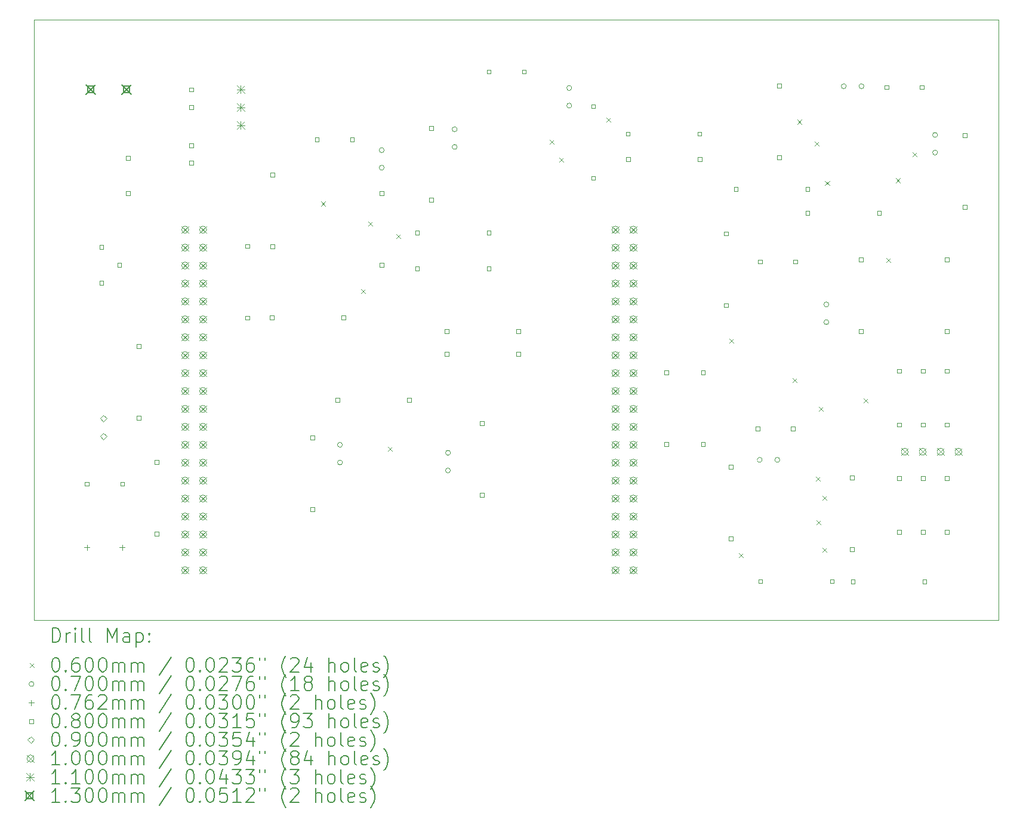
<source format=gbr>
%TF.GenerationSoftware,KiCad,Pcbnew,8.0.0*%
%TF.CreationDate,2024-11-06T21:56:21+01:00*%
%TF.ProjectId,Coincidence_board,436f696e-6369-4646-956e-63655f626f61,rev?*%
%TF.SameCoordinates,Original*%
%TF.FileFunction,Drillmap*%
%TF.FilePolarity,Positive*%
%FSLAX45Y45*%
G04 Gerber Fmt 4.5, Leading zero omitted, Abs format (unit mm)*
G04 Created by KiCad (PCBNEW 8.0.0) date 2024-11-06 21:56:21*
%MOMM*%
%LPD*%
G01*
G04 APERTURE LIST*
%ADD10C,0.050000*%
%ADD11C,0.200000*%
%ADD12C,0.100000*%
%ADD13C,0.110000*%
%ADD14C,0.130000*%
G04 APERTURE END LIST*
D10*
X12350000Y-6545000D02*
X26030000Y-6545000D01*
X26030000Y-15050000D01*
X12350000Y-15050000D01*
X12350000Y-6545000D01*
D11*
D12*
X16420000Y-9120000D02*
X16480000Y-9180000D01*
X16480000Y-9120000D02*
X16420000Y-9180000D01*
X16990000Y-10360000D02*
X17050000Y-10420000D01*
X17050000Y-10360000D02*
X16990000Y-10420000D01*
X17090000Y-9400000D02*
X17150000Y-9460000D01*
X17150000Y-9400000D02*
X17090000Y-9460000D01*
X17365000Y-12595000D02*
X17425000Y-12655000D01*
X17425000Y-12595000D02*
X17365000Y-12655000D01*
X17490000Y-9580000D02*
X17550000Y-9640000D01*
X17550000Y-9580000D02*
X17490000Y-9640000D01*
X19660000Y-8240000D02*
X19720000Y-8300000D01*
X19720000Y-8240000D02*
X19660000Y-8300000D01*
X19800000Y-8500000D02*
X19860000Y-8560000D01*
X19860000Y-8500000D02*
X19800000Y-8560000D01*
X20470000Y-7930000D02*
X20530000Y-7990000D01*
X20530000Y-7930000D02*
X20470000Y-7990000D01*
X22210000Y-11060000D02*
X22270000Y-11120000D01*
X22270000Y-11060000D02*
X22210000Y-11120000D01*
X22350000Y-14100000D02*
X22410000Y-14160000D01*
X22410000Y-14100000D02*
X22350000Y-14160000D01*
X23110000Y-11620000D02*
X23170000Y-11680000D01*
X23170000Y-11620000D02*
X23110000Y-11680000D01*
X23180000Y-7960000D02*
X23240000Y-8020000D01*
X23240000Y-7960000D02*
X23180000Y-8020000D01*
X23420000Y-8270000D02*
X23480000Y-8330000D01*
X23480000Y-8270000D02*
X23420000Y-8330000D01*
X23440000Y-13020000D02*
X23500000Y-13080000D01*
X23500000Y-13020000D02*
X23440000Y-13080000D01*
X23440000Y-13020000D02*
X23500000Y-13080000D01*
X23500000Y-13020000D02*
X23440000Y-13080000D01*
X23450000Y-13640000D02*
X23510000Y-13700000D01*
X23510000Y-13640000D02*
X23450000Y-13700000D01*
X23480000Y-12030000D02*
X23540000Y-12090000D01*
X23540000Y-12030000D02*
X23480000Y-12090000D01*
X23530000Y-13290000D02*
X23590000Y-13350000D01*
X23590000Y-13290000D02*
X23530000Y-13350000D01*
X23530000Y-14030000D02*
X23590000Y-14090000D01*
X23590000Y-14030000D02*
X23530000Y-14090000D01*
X23570000Y-8830000D02*
X23630000Y-8890000D01*
X23630000Y-8830000D02*
X23570000Y-8890000D01*
X24120000Y-11910000D02*
X24180000Y-11970000D01*
X24180000Y-11910000D02*
X24120000Y-11970000D01*
X24440000Y-9920000D02*
X24500000Y-9980000D01*
X24500000Y-9920000D02*
X24440000Y-9980000D01*
X24570000Y-8790000D02*
X24630000Y-8850000D01*
X24630000Y-8790000D02*
X24570000Y-8850000D01*
X24810000Y-8420000D02*
X24870000Y-8480000D01*
X24870000Y-8420000D02*
X24810000Y-8480000D01*
X16723000Y-12567000D02*
G75*
G02*
X16653000Y-12567000I-35000J0D01*
G01*
X16653000Y-12567000D02*
G75*
G02*
X16723000Y-12567000I35000J0D01*
G01*
X16723000Y-12817000D02*
G75*
G02*
X16653000Y-12817000I-35000J0D01*
G01*
X16653000Y-12817000D02*
G75*
G02*
X16723000Y-12817000I35000J0D01*
G01*
X17315000Y-8390000D02*
G75*
G02*
X17245000Y-8390000I-35000J0D01*
G01*
X17245000Y-8390000D02*
G75*
G02*
X17315000Y-8390000I35000J0D01*
G01*
X17315000Y-8640000D02*
G75*
G02*
X17245000Y-8640000I-35000J0D01*
G01*
X17245000Y-8640000D02*
G75*
G02*
X17315000Y-8640000I35000J0D01*
G01*
X18255000Y-12680000D02*
G75*
G02*
X18185000Y-12680000I-35000J0D01*
G01*
X18185000Y-12680000D02*
G75*
G02*
X18255000Y-12680000I35000J0D01*
G01*
X18255000Y-12930000D02*
G75*
G02*
X18185000Y-12930000I-35000J0D01*
G01*
X18185000Y-12930000D02*
G75*
G02*
X18255000Y-12930000I35000J0D01*
G01*
X18350000Y-8095000D02*
G75*
G02*
X18280000Y-8095000I-35000J0D01*
G01*
X18280000Y-8095000D02*
G75*
G02*
X18350000Y-8095000I35000J0D01*
G01*
X18350000Y-8345000D02*
G75*
G02*
X18280000Y-8345000I-35000J0D01*
G01*
X18280000Y-8345000D02*
G75*
G02*
X18350000Y-8345000I35000J0D01*
G01*
X19975000Y-7510000D02*
G75*
G02*
X19905000Y-7510000I-35000J0D01*
G01*
X19905000Y-7510000D02*
G75*
G02*
X19975000Y-7510000I35000J0D01*
G01*
X19975000Y-7760000D02*
G75*
G02*
X19905000Y-7760000I-35000J0D01*
G01*
X19905000Y-7760000D02*
G75*
G02*
X19975000Y-7760000I35000J0D01*
G01*
X22677000Y-12780000D02*
G75*
G02*
X22607000Y-12780000I-35000J0D01*
G01*
X22607000Y-12780000D02*
G75*
G02*
X22677000Y-12780000I35000J0D01*
G01*
X22927000Y-12780000D02*
G75*
G02*
X22857000Y-12780000I-35000J0D01*
G01*
X22857000Y-12780000D02*
G75*
G02*
X22927000Y-12780000I35000J0D01*
G01*
X23623000Y-10578000D02*
G75*
G02*
X23553000Y-10578000I-35000J0D01*
G01*
X23553000Y-10578000D02*
G75*
G02*
X23623000Y-10578000I35000J0D01*
G01*
X23623000Y-10828000D02*
G75*
G02*
X23553000Y-10828000I-35000J0D01*
G01*
X23553000Y-10828000D02*
G75*
G02*
X23623000Y-10828000I35000J0D01*
G01*
X23870000Y-7485000D02*
G75*
G02*
X23800000Y-7485000I-35000J0D01*
G01*
X23800000Y-7485000D02*
G75*
G02*
X23870000Y-7485000I35000J0D01*
G01*
X24120000Y-7485000D02*
G75*
G02*
X24050000Y-7485000I-35000J0D01*
G01*
X24050000Y-7485000D02*
G75*
G02*
X24120000Y-7485000I35000J0D01*
G01*
X25165000Y-8175000D02*
G75*
G02*
X25095000Y-8175000I-35000J0D01*
G01*
X25095000Y-8175000D02*
G75*
G02*
X25165000Y-8175000I35000J0D01*
G01*
X25165000Y-8425000D02*
G75*
G02*
X25095000Y-8425000I-35000J0D01*
G01*
X25095000Y-8425000D02*
G75*
G02*
X25165000Y-8425000I35000J0D01*
G01*
X13100000Y-13981900D02*
X13100000Y-14058100D01*
X13061900Y-14020000D02*
X13138100Y-14020000D01*
X13600000Y-13981900D02*
X13600000Y-14058100D01*
X13561900Y-14020000D02*
X13638100Y-14020000D01*
X13128284Y-13148284D02*
X13128284Y-13091715D01*
X13071715Y-13091715D01*
X13071715Y-13148284D01*
X13128284Y-13148284D01*
X13334284Y-9794285D02*
X13334284Y-9737716D01*
X13277715Y-9737716D01*
X13277715Y-9794285D01*
X13334284Y-9794285D01*
X13334284Y-10302285D02*
X13334284Y-10245716D01*
X13277715Y-10245716D01*
X13277715Y-10302285D01*
X13334284Y-10302285D01*
X13588284Y-10048285D02*
X13588284Y-9991716D01*
X13531715Y-9991716D01*
X13531715Y-10048285D01*
X13588284Y-10048285D01*
X13628284Y-13148284D02*
X13628284Y-13091715D01*
X13571715Y-13091715D01*
X13571715Y-13148284D01*
X13628284Y-13148284D01*
X13708284Y-8528285D02*
X13708284Y-8471716D01*
X13651715Y-8471716D01*
X13651715Y-8528285D01*
X13708284Y-8528285D01*
X13708284Y-9028285D02*
X13708284Y-8971716D01*
X13651715Y-8971716D01*
X13651715Y-9028285D01*
X13708284Y-9028285D01*
X13860284Y-11200284D02*
X13860284Y-11143716D01*
X13803715Y-11143716D01*
X13803715Y-11200284D01*
X13860284Y-11200284D01*
X13860284Y-12216284D02*
X13860284Y-12159715D01*
X13803715Y-12159715D01*
X13803715Y-12216284D01*
X13860284Y-12216284D01*
X14116284Y-12840284D02*
X14116284Y-12783715D01*
X14059715Y-12783715D01*
X14059715Y-12840284D01*
X14116284Y-12840284D01*
X14116284Y-13856284D02*
X14116284Y-13799715D01*
X14059715Y-13799715D01*
X14059715Y-13856284D01*
X14116284Y-13856284D01*
X14608284Y-7560284D02*
X14608284Y-7503715D01*
X14551715Y-7503715D01*
X14551715Y-7560284D01*
X14608284Y-7560284D01*
X14608284Y-7810284D02*
X14608284Y-7753715D01*
X14551715Y-7753715D01*
X14551715Y-7810284D01*
X14608284Y-7810284D01*
X14608284Y-8350284D02*
X14608284Y-8293715D01*
X14551715Y-8293715D01*
X14551715Y-8350284D01*
X14608284Y-8350284D01*
X14608284Y-8600285D02*
X14608284Y-8543716D01*
X14551715Y-8543716D01*
X14551715Y-8600285D01*
X14608284Y-8600285D01*
X15400284Y-9780285D02*
X15400284Y-9723716D01*
X15343715Y-9723716D01*
X15343715Y-9780285D01*
X15400284Y-9780285D01*
X15400284Y-10796285D02*
X15400284Y-10739716D01*
X15343715Y-10739716D01*
X15343715Y-10796285D01*
X15400284Y-10796285D01*
X15752284Y-10788285D02*
X15752284Y-10731716D01*
X15695715Y-10731716D01*
X15695715Y-10788285D01*
X15752284Y-10788285D01*
X15758284Y-8768285D02*
X15758284Y-8711716D01*
X15701715Y-8711716D01*
X15701715Y-8768285D01*
X15758284Y-8768285D01*
X15758284Y-9784285D02*
X15758284Y-9727716D01*
X15701715Y-9727716D01*
X15701715Y-9784285D01*
X15758284Y-9784285D01*
X16328284Y-12492284D02*
X16328284Y-12435715D01*
X16271715Y-12435715D01*
X16271715Y-12492284D01*
X16328284Y-12492284D01*
X16328284Y-13508284D02*
X16328284Y-13451715D01*
X16271715Y-13451715D01*
X16271715Y-13508284D01*
X16328284Y-13508284D01*
X16388284Y-8268284D02*
X16388284Y-8211715D01*
X16331715Y-8211715D01*
X16331715Y-8268284D01*
X16388284Y-8268284D01*
X16680284Y-11960284D02*
X16680284Y-11903715D01*
X16623715Y-11903715D01*
X16623715Y-11960284D01*
X16680284Y-11960284D01*
X16768284Y-10788285D02*
X16768284Y-10731716D01*
X16711715Y-10731716D01*
X16711715Y-10788285D01*
X16768284Y-10788285D01*
X16888285Y-8268284D02*
X16888285Y-8211715D01*
X16831716Y-8211715D01*
X16831716Y-8268284D01*
X16888285Y-8268284D01*
X17308285Y-9028285D02*
X17308285Y-8971716D01*
X17251716Y-8971716D01*
X17251716Y-9028285D01*
X17308285Y-9028285D01*
X17308285Y-10044285D02*
X17308285Y-9987716D01*
X17251716Y-9987716D01*
X17251716Y-10044285D01*
X17308285Y-10044285D01*
X17696285Y-11960284D02*
X17696285Y-11903715D01*
X17639716Y-11903715D01*
X17639716Y-11960284D01*
X17696285Y-11960284D01*
X17812285Y-9588285D02*
X17812285Y-9531716D01*
X17755716Y-9531716D01*
X17755716Y-9588285D01*
X17812285Y-9588285D01*
X17812285Y-10096285D02*
X17812285Y-10039716D01*
X17755716Y-10039716D01*
X17755716Y-10096285D01*
X17812285Y-10096285D01*
X18008285Y-8108284D02*
X18008285Y-8051715D01*
X17951716Y-8051715D01*
X17951716Y-8108284D01*
X18008285Y-8108284D01*
X18008285Y-9124285D02*
X18008285Y-9067716D01*
X17951716Y-9067716D01*
X17951716Y-9124285D01*
X18008285Y-9124285D01*
X18232285Y-10988285D02*
X18232285Y-10931716D01*
X18175716Y-10931716D01*
X18175716Y-10988285D01*
X18232285Y-10988285D01*
X18232285Y-11308284D02*
X18232285Y-11251715D01*
X18175716Y-11251715D01*
X18175716Y-11308284D01*
X18232285Y-11308284D01*
X18728285Y-12288284D02*
X18728285Y-12231715D01*
X18671716Y-12231715D01*
X18671716Y-12288284D01*
X18728285Y-12288284D01*
X18728285Y-13304284D02*
X18728285Y-13247715D01*
X18671716Y-13247715D01*
X18671716Y-13304284D01*
X18728285Y-13304284D01*
X18828285Y-7308284D02*
X18828285Y-7251715D01*
X18771716Y-7251715D01*
X18771716Y-7308284D01*
X18828285Y-7308284D01*
X18828285Y-9588285D02*
X18828285Y-9531716D01*
X18771716Y-9531716D01*
X18771716Y-9588285D01*
X18828285Y-9588285D01*
X18828285Y-10096285D02*
X18828285Y-10039716D01*
X18771716Y-10039716D01*
X18771716Y-10096285D01*
X18828285Y-10096285D01*
X19248285Y-10988285D02*
X19248285Y-10931716D01*
X19191716Y-10931716D01*
X19191716Y-10988285D01*
X19248285Y-10988285D01*
X19248285Y-11308284D02*
X19248285Y-11251715D01*
X19191716Y-11251715D01*
X19191716Y-11308284D01*
X19248285Y-11308284D01*
X19328285Y-7308284D02*
X19328285Y-7251715D01*
X19271716Y-7251715D01*
X19271716Y-7308284D01*
X19328285Y-7308284D01*
X20308285Y-7798284D02*
X20308285Y-7741715D01*
X20251716Y-7741715D01*
X20251716Y-7798284D01*
X20308285Y-7798284D01*
X20308285Y-8814285D02*
X20308285Y-8757716D01*
X20251716Y-8757716D01*
X20251716Y-8814285D01*
X20308285Y-8814285D01*
X20800285Y-8188284D02*
X20800285Y-8131715D01*
X20743716Y-8131715D01*
X20743716Y-8188284D01*
X20800285Y-8188284D01*
X20802285Y-8548285D02*
X20802285Y-8491716D01*
X20745716Y-8491716D01*
X20745716Y-8548285D01*
X20802285Y-8548285D01*
X21348285Y-11568284D02*
X21348285Y-11511715D01*
X21291716Y-11511715D01*
X21291716Y-11568284D01*
X21348285Y-11568284D01*
X21348285Y-12584284D02*
X21348285Y-12527715D01*
X21291716Y-12527715D01*
X21291716Y-12584284D01*
X21348285Y-12584284D01*
X21816285Y-8188284D02*
X21816285Y-8131715D01*
X21759716Y-8131715D01*
X21759716Y-8188284D01*
X21816285Y-8188284D01*
X21818285Y-8548285D02*
X21818285Y-8491716D01*
X21761716Y-8491716D01*
X21761716Y-8548285D01*
X21818285Y-8548285D01*
X21868285Y-11568284D02*
X21868285Y-11511715D01*
X21811716Y-11511715D01*
X21811716Y-11568284D01*
X21868285Y-11568284D01*
X21868285Y-12584284D02*
X21868285Y-12527715D01*
X21811716Y-12527715D01*
X21811716Y-12584284D01*
X21868285Y-12584284D01*
X22193285Y-9600285D02*
X22193285Y-9543716D01*
X22136716Y-9543716D01*
X22136716Y-9600285D01*
X22193285Y-9600285D01*
X22193285Y-10616285D02*
X22193285Y-10559716D01*
X22136716Y-10559716D01*
X22136716Y-10616285D01*
X22193285Y-10616285D01*
X22260285Y-12908284D02*
X22260285Y-12851715D01*
X22203716Y-12851715D01*
X22203716Y-12908284D01*
X22260285Y-12908284D01*
X22260285Y-13924284D02*
X22260285Y-13867715D01*
X22203716Y-13867715D01*
X22203716Y-13924284D01*
X22260285Y-13924284D01*
X22332285Y-8968285D02*
X22332285Y-8911716D01*
X22275716Y-8911716D01*
X22275716Y-8968285D01*
X22332285Y-8968285D01*
X22640284Y-12368284D02*
X22640284Y-12311715D01*
X22583715Y-12311715D01*
X22583715Y-12368284D01*
X22640284Y-12368284D01*
X22673284Y-10000285D02*
X22673284Y-9943716D01*
X22616715Y-9943716D01*
X22616715Y-10000285D01*
X22673284Y-10000285D01*
X22680284Y-14528284D02*
X22680284Y-14471715D01*
X22623715Y-14471715D01*
X22623715Y-14528284D01*
X22680284Y-14528284D01*
X22948284Y-7508284D02*
X22948284Y-7451715D01*
X22891715Y-7451715D01*
X22891715Y-7508284D01*
X22948284Y-7508284D01*
X22948284Y-8524285D02*
X22948284Y-8467716D01*
X22891715Y-8467716D01*
X22891715Y-8524285D01*
X22948284Y-8524285D01*
X23140284Y-12368284D02*
X23140284Y-12311715D01*
X23083715Y-12311715D01*
X23083715Y-12368284D01*
X23140284Y-12368284D01*
X23173284Y-10000285D02*
X23173284Y-9943716D01*
X23116715Y-9943716D01*
X23116715Y-10000285D01*
X23173284Y-10000285D01*
X23348284Y-8968285D02*
X23348284Y-8911716D01*
X23291715Y-8911716D01*
X23291715Y-8968285D01*
X23348284Y-8968285D01*
X23348284Y-9308285D02*
X23348284Y-9251716D01*
X23291715Y-9251716D01*
X23291715Y-9308285D01*
X23348284Y-9308285D01*
X23696284Y-14528284D02*
X23696284Y-14471715D01*
X23639715Y-14471715D01*
X23639715Y-14528284D01*
X23696284Y-14528284D01*
X23978284Y-13058284D02*
X23978284Y-13001715D01*
X23921715Y-13001715D01*
X23921715Y-13058284D01*
X23978284Y-13058284D01*
X23978284Y-14074284D02*
X23978284Y-14017715D01*
X23921715Y-14017715D01*
X23921715Y-14074284D01*
X23978284Y-14074284D01*
X23992284Y-14536284D02*
X23992284Y-14479715D01*
X23935715Y-14479715D01*
X23935715Y-14536284D01*
X23992284Y-14536284D01*
X24108284Y-9972285D02*
X24108284Y-9915716D01*
X24051715Y-9915716D01*
X24051715Y-9972285D01*
X24108284Y-9972285D01*
X24108284Y-10988285D02*
X24108284Y-10931716D01*
X24051715Y-10931716D01*
X24051715Y-10988285D01*
X24108284Y-10988285D01*
X24364284Y-9308285D02*
X24364284Y-9251716D01*
X24307715Y-9251716D01*
X24307715Y-9308285D01*
X24364284Y-9308285D01*
X24468284Y-7528284D02*
X24468284Y-7471715D01*
X24411715Y-7471715D01*
X24411715Y-7528284D01*
X24468284Y-7528284D01*
X24648284Y-11548284D02*
X24648284Y-11491715D01*
X24591715Y-11491715D01*
X24591715Y-11548284D01*
X24648284Y-11548284D01*
X24648284Y-12310284D02*
X24648284Y-12253715D01*
X24591715Y-12253715D01*
X24591715Y-12310284D01*
X24648284Y-12310284D01*
X24648284Y-13068284D02*
X24648284Y-13011715D01*
X24591715Y-13011715D01*
X24591715Y-13068284D01*
X24648284Y-13068284D01*
X24648284Y-13830284D02*
X24648284Y-13773715D01*
X24591715Y-13773715D01*
X24591715Y-13830284D01*
X24648284Y-13830284D01*
X24968284Y-7528284D02*
X24968284Y-7471715D01*
X24911715Y-7471715D01*
X24911715Y-7528284D01*
X24968284Y-7528284D01*
X24988284Y-11548284D02*
X24988284Y-11491715D01*
X24931715Y-11491715D01*
X24931715Y-11548284D01*
X24988284Y-11548284D01*
X24988284Y-12310284D02*
X24988284Y-12253715D01*
X24931715Y-12253715D01*
X24931715Y-12310284D01*
X24988284Y-12310284D01*
X24989284Y-13067284D02*
X24989284Y-13010715D01*
X24932715Y-13010715D01*
X24932715Y-13067284D01*
X24989284Y-13067284D01*
X24989284Y-13829284D02*
X24989284Y-13772715D01*
X24932715Y-13772715D01*
X24932715Y-13829284D01*
X24989284Y-13829284D01*
X25008284Y-14536284D02*
X25008284Y-14479715D01*
X24951715Y-14479715D01*
X24951715Y-14536284D01*
X25008284Y-14536284D01*
X25328284Y-9968285D02*
X25328284Y-9911716D01*
X25271715Y-9911716D01*
X25271715Y-9968285D01*
X25328284Y-9968285D01*
X25328284Y-10984285D02*
X25328284Y-10927716D01*
X25271715Y-10927716D01*
X25271715Y-10984285D01*
X25328284Y-10984285D01*
X25328284Y-11548284D02*
X25328284Y-11491715D01*
X25271715Y-11491715D01*
X25271715Y-11548284D01*
X25328284Y-11548284D01*
X25328284Y-12310284D02*
X25328284Y-12253715D01*
X25271715Y-12253715D01*
X25271715Y-12310284D01*
X25328284Y-12310284D01*
X25328284Y-13068284D02*
X25328284Y-13011715D01*
X25271715Y-13011715D01*
X25271715Y-13068284D01*
X25328284Y-13068284D01*
X25328284Y-13830284D02*
X25328284Y-13773715D01*
X25271715Y-13773715D01*
X25271715Y-13830284D01*
X25328284Y-13830284D01*
X25578284Y-8208284D02*
X25578284Y-8151715D01*
X25521715Y-8151715D01*
X25521715Y-8208284D01*
X25578284Y-8208284D01*
X25578284Y-9224285D02*
X25578284Y-9167716D01*
X25521715Y-9167716D01*
X25521715Y-9224285D01*
X25578284Y-9224285D01*
X13333500Y-12237500D02*
X13378500Y-12192500D01*
X13333500Y-12147500D01*
X13288500Y-12192500D01*
X13333500Y-12237500D01*
X13333500Y-12491500D02*
X13378500Y-12446500D01*
X13333500Y-12401500D01*
X13288500Y-12446500D01*
X13333500Y-12491500D01*
X14442000Y-9468000D02*
X14542000Y-9568000D01*
X14542000Y-9468000D02*
X14442000Y-9568000D01*
X14542000Y-9518000D02*
G75*
G02*
X14442000Y-9518000I-50000J0D01*
G01*
X14442000Y-9518000D02*
G75*
G02*
X14542000Y-9518000I50000J0D01*
G01*
X14442000Y-9722000D02*
X14542000Y-9822000D01*
X14542000Y-9722000D02*
X14442000Y-9822000D01*
X14542000Y-9772000D02*
G75*
G02*
X14442000Y-9772000I-50000J0D01*
G01*
X14442000Y-9772000D02*
G75*
G02*
X14542000Y-9772000I50000J0D01*
G01*
X14442000Y-9976000D02*
X14542000Y-10076000D01*
X14542000Y-9976000D02*
X14442000Y-10076000D01*
X14542000Y-10026000D02*
G75*
G02*
X14442000Y-10026000I-50000J0D01*
G01*
X14442000Y-10026000D02*
G75*
G02*
X14542000Y-10026000I50000J0D01*
G01*
X14442000Y-10230000D02*
X14542000Y-10330000D01*
X14542000Y-10230000D02*
X14442000Y-10330000D01*
X14542000Y-10280000D02*
G75*
G02*
X14442000Y-10280000I-50000J0D01*
G01*
X14442000Y-10280000D02*
G75*
G02*
X14542000Y-10280000I50000J0D01*
G01*
X14442000Y-10484000D02*
X14542000Y-10584000D01*
X14542000Y-10484000D02*
X14442000Y-10584000D01*
X14542000Y-10534000D02*
G75*
G02*
X14442000Y-10534000I-50000J0D01*
G01*
X14442000Y-10534000D02*
G75*
G02*
X14542000Y-10534000I50000J0D01*
G01*
X14442000Y-10738000D02*
X14542000Y-10838000D01*
X14542000Y-10738000D02*
X14442000Y-10838000D01*
X14542000Y-10788000D02*
G75*
G02*
X14442000Y-10788000I-50000J0D01*
G01*
X14442000Y-10788000D02*
G75*
G02*
X14542000Y-10788000I50000J0D01*
G01*
X14442000Y-10992000D02*
X14542000Y-11092000D01*
X14542000Y-10992000D02*
X14442000Y-11092000D01*
X14542000Y-11042000D02*
G75*
G02*
X14442000Y-11042000I-50000J0D01*
G01*
X14442000Y-11042000D02*
G75*
G02*
X14542000Y-11042000I50000J0D01*
G01*
X14442000Y-11246000D02*
X14542000Y-11346000D01*
X14542000Y-11246000D02*
X14442000Y-11346000D01*
X14542000Y-11296000D02*
G75*
G02*
X14442000Y-11296000I-50000J0D01*
G01*
X14442000Y-11296000D02*
G75*
G02*
X14542000Y-11296000I50000J0D01*
G01*
X14442000Y-11500000D02*
X14542000Y-11600000D01*
X14542000Y-11500000D02*
X14442000Y-11600000D01*
X14542000Y-11550000D02*
G75*
G02*
X14442000Y-11550000I-50000J0D01*
G01*
X14442000Y-11550000D02*
G75*
G02*
X14542000Y-11550000I50000J0D01*
G01*
X14442000Y-11754000D02*
X14542000Y-11854000D01*
X14542000Y-11754000D02*
X14442000Y-11854000D01*
X14542000Y-11804000D02*
G75*
G02*
X14442000Y-11804000I-50000J0D01*
G01*
X14442000Y-11804000D02*
G75*
G02*
X14542000Y-11804000I50000J0D01*
G01*
X14442000Y-12008000D02*
X14542000Y-12108000D01*
X14542000Y-12008000D02*
X14442000Y-12108000D01*
X14542000Y-12058000D02*
G75*
G02*
X14442000Y-12058000I-50000J0D01*
G01*
X14442000Y-12058000D02*
G75*
G02*
X14542000Y-12058000I50000J0D01*
G01*
X14442000Y-12262000D02*
X14542000Y-12362000D01*
X14542000Y-12262000D02*
X14442000Y-12362000D01*
X14542000Y-12312000D02*
G75*
G02*
X14442000Y-12312000I-50000J0D01*
G01*
X14442000Y-12312000D02*
G75*
G02*
X14542000Y-12312000I50000J0D01*
G01*
X14442000Y-12516000D02*
X14542000Y-12616000D01*
X14542000Y-12516000D02*
X14442000Y-12616000D01*
X14542000Y-12566000D02*
G75*
G02*
X14442000Y-12566000I-50000J0D01*
G01*
X14442000Y-12566000D02*
G75*
G02*
X14542000Y-12566000I50000J0D01*
G01*
X14442000Y-12770000D02*
X14542000Y-12870000D01*
X14542000Y-12770000D02*
X14442000Y-12870000D01*
X14542000Y-12820000D02*
G75*
G02*
X14442000Y-12820000I-50000J0D01*
G01*
X14442000Y-12820000D02*
G75*
G02*
X14542000Y-12820000I50000J0D01*
G01*
X14442000Y-13024000D02*
X14542000Y-13124000D01*
X14542000Y-13024000D02*
X14442000Y-13124000D01*
X14542000Y-13074000D02*
G75*
G02*
X14442000Y-13074000I-50000J0D01*
G01*
X14442000Y-13074000D02*
G75*
G02*
X14542000Y-13074000I50000J0D01*
G01*
X14442000Y-13278000D02*
X14542000Y-13378000D01*
X14542000Y-13278000D02*
X14442000Y-13378000D01*
X14542000Y-13328000D02*
G75*
G02*
X14442000Y-13328000I-50000J0D01*
G01*
X14442000Y-13328000D02*
G75*
G02*
X14542000Y-13328000I50000J0D01*
G01*
X14442000Y-13532000D02*
X14542000Y-13632000D01*
X14542000Y-13532000D02*
X14442000Y-13632000D01*
X14542000Y-13582000D02*
G75*
G02*
X14442000Y-13582000I-50000J0D01*
G01*
X14442000Y-13582000D02*
G75*
G02*
X14542000Y-13582000I50000J0D01*
G01*
X14442000Y-13786000D02*
X14542000Y-13886000D01*
X14542000Y-13786000D02*
X14442000Y-13886000D01*
X14542000Y-13836000D02*
G75*
G02*
X14442000Y-13836000I-50000J0D01*
G01*
X14442000Y-13836000D02*
G75*
G02*
X14542000Y-13836000I50000J0D01*
G01*
X14442000Y-14040000D02*
X14542000Y-14140000D01*
X14542000Y-14040000D02*
X14442000Y-14140000D01*
X14542000Y-14090000D02*
G75*
G02*
X14442000Y-14090000I-50000J0D01*
G01*
X14442000Y-14090000D02*
G75*
G02*
X14542000Y-14090000I50000J0D01*
G01*
X14442000Y-14294000D02*
X14542000Y-14394000D01*
X14542000Y-14294000D02*
X14442000Y-14394000D01*
X14542000Y-14344000D02*
G75*
G02*
X14442000Y-14344000I-50000J0D01*
G01*
X14442000Y-14344000D02*
G75*
G02*
X14542000Y-14344000I50000J0D01*
G01*
X14696000Y-9468000D02*
X14796000Y-9568000D01*
X14796000Y-9468000D02*
X14696000Y-9568000D01*
X14796000Y-9518000D02*
G75*
G02*
X14696000Y-9518000I-50000J0D01*
G01*
X14696000Y-9518000D02*
G75*
G02*
X14796000Y-9518000I50000J0D01*
G01*
X14696000Y-9722000D02*
X14796000Y-9822000D01*
X14796000Y-9722000D02*
X14696000Y-9822000D01*
X14796000Y-9772000D02*
G75*
G02*
X14696000Y-9772000I-50000J0D01*
G01*
X14696000Y-9772000D02*
G75*
G02*
X14796000Y-9772000I50000J0D01*
G01*
X14696000Y-9976000D02*
X14796000Y-10076000D01*
X14796000Y-9976000D02*
X14696000Y-10076000D01*
X14796000Y-10026000D02*
G75*
G02*
X14696000Y-10026000I-50000J0D01*
G01*
X14696000Y-10026000D02*
G75*
G02*
X14796000Y-10026000I50000J0D01*
G01*
X14696000Y-10230000D02*
X14796000Y-10330000D01*
X14796000Y-10230000D02*
X14696000Y-10330000D01*
X14796000Y-10280000D02*
G75*
G02*
X14696000Y-10280000I-50000J0D01*
G01*
X14696000Y-10280000D02*
G75*
G02*
X14796000Y-10280000I50000J0D01*
G01*
X14696000Y-10484000D02*
X14796000Y-10584000D01*
X14796000Y-10484000D02*
X14696000Y-10584000D01*
X14796000Y-10534000D02*
G75*
G02*
X14696000Y-10534000I-50000J0D01*
G01*
X14696000Y-10534000D02*
G75*
G02*
X14796000Y-10534000I50000J0D01*
G01*
X14696000Y-10738000D02*
X14796000Y-10838000D01*
X14796000Y-10738000D02*
X14696000Y-10838000D01*
X14796000Y-10788000D02*
G75*
G02*
X14696000Y-10788000I-50000J0D01*
G01*
X14696000Y-10788000D02*
G75*
G02*
X14796000Y-10788000I50000J0D01*
G01*
X14696000Y-10992000D02*
X14796000Y-11092000D01*
X14796000Y-10992000D02*
X14696000Y-11092000D01*
X14796000Y-11042000D02*
G75*
G02*
X14696000Y-11042000I-50000J0D01*
G01*
X14696000Y-11042000D02*
G75*
G02*
X14796000Y-11042000I50000J0D01*
G01*
X14696000Y-11246000D02*
X14796000Y-11346000D01*
X14796000Y-11246000D02*
X14696000Y-11346000D01*
X14796000Y-11296000D02*
G75*
G02*
X14696000Y-11296000I-50000J0D01*
G01*
X14696000Y-11296000D02*
G75*
G02*
X14796000Y-11296000I50000J0D01*
G01*
X14696000Y-11500000D02*
X14796000Y-11600000D01*
X14796000Y-11500000D02*
X14696000Y-11600000D01*
X14796000Y-11550000D02*
G75*
G02*
X14696000Y-11550000I-50000J0D01*
G01*
X14696000Y-11550000D02*
G75*
G02*
X14796000Y-11550000I50000J0D01*
G01*
X14696000Y-11754000D02*
X14796000Y-11854000D01*
X14796000Y-11754000D02*
X14696000Y-11854000D01*
X14796000Y-11804000D02*
G75*
G02*
X14696000Y-11804000I-50000J0D01*
G01*
X14696000Y-11804000D02*
G75*
G02*
X14796000Y-11804000I50000J0D01*
G01*
X14696000Y-12008000D02*
X14796000Y-12108000D01*
X14796000Y-12008000D02*
X14696000Y-12108000D01*
X14796000Y-12058000D02*
G75*
G02*
X14696000Y-12058000I-50000J0D01*
G01*
X14696000Y-12058000D02*
G75*
G02*
X14796000Y-12058000I50000J0D01*
G01*
X14696000Y-12262000D02*
X14796000Y-12362000D01*
X14796000Y-12262000D02*
X14696000Y-12362000D01*
X14796000Y-12312000D02*
G75*
G02*
X14696000Y-12312000I-50000J0D01*
G01*
X14696000Y-12312000D02*
G75*
G02*
X14796000Y-12312000I50000J0D01*
G01*
X14696000Y-12516000D02*
X14796000Y-12616000D01*
X14796000Y-12516000D02*
X14696000Y-12616000D01*
X14796000Y-12566000D02*
G75*
G02*
X14696000Y-12566000I-50000J0D01*
G01*
X14696000Y-12566000D02*
G75*
G02*
X14796000Y-12566000I50000J0D01*
G01*
X14696000Y-12770000D02*
X14796000Y-12870000D01*
X14796000Y-12770000D02*
X14696000Y-12870000D01*
X14796000Y-12820000D02*
G75*
G02*
X14696000Y-12820000I-50000J0D01*
G01*
X14696000Y-12820000D02*
G75*
G02*
X14796000Y-12820000I50000J0D01*
G01*
X14696000Y-13024000D02*
X14796000Y-13124000D01*
X14796000Y-13024000D02*
X14696000Y-13124000D01*
X14796000Y-13074000D02*
G75*
G02*
X14696000Y-13074000I-50000J0D01*
G01*
X14696000Y-13074000D02*
G75*
G02*
X14796000Y-13074000I50000J0D01*
G01*
X14696000Y-13278000D02*
X14796000Y-13378000D01*
X14796000Y-13278000D02*
X14696000Y-13378000D01*
X14796000Y-13328000D02*
G75*
G02*
X14696000Y-13328000I-50000J0D01*
G01*
X14696000Y-13328000D02*
G75*
G02*
X14796000Y-13328000I50000J0D01*
G01*
X14696000Y-13532000D02*
X14796000Y-13632000D01*
X14796000Y-13532000D02*
X14696000Y-13632000D01*
X14796000Y-13582000D02*
G75*
G02*
X14696000Y-13582000I-50000J0D01*
G01*
X14696000Y-13582000D02*
G75*
G02*
X14796000Y-13582000I50000J0D01*
G01*
X14696000Y-13786000D02*
X14796000Y-13886000D01*
X14796000Y-13786000D02*
X14696000Y-13886000D01*
X14796000Y-13836000D02*
G75*
G02*
X14696000Y-13836000I-50000J0D01*
G01*
X14696000Y-13836000D02*
G75*
G02*
X14796000Y-13836000I50000J0D01*
G01*
X14696000Y-14040000D02*
X14796000Y-14140000D01*
X14796000Y-14040000D02*
X14696000Y-14140000D01*
X14796000Y-14090000D02*
G75*
G02*
X14696000Y-14090000I-50000J0D01*
G01*
X14696000Y-14090000D02*
G75*
G02*
X14796000Y-14090000I50000J0D01*
G01*
X14696000Y-14294000D02*
X14796000Y-14394000D01*
X14796000Y-14294000D02*
X14696000Y-14394000D01*
X14796000Y-14344000D02*
G75*
G02*
X14696000Y-14344000I-50000J0D01*
G01*
X14696000Y-14344000D02*
G75*
G02*
X14796000Y-14344000I50000J0D01*
G01*
X20546000Y-9468000D02*
X20646000Y-9568000D01*
X20646000Y-9468000D02*
X20546000Y-9568000D01*
X20646000Y-9518000D02*
G75*
G02*
X20546000Y-9518000I-50000J0D01*
G01*
X20546000Y-9518000D02*
G75*
G02*
X20646000Y-9518000I50000J0D01*
G01*
X20546000Y-9722000D02*
X20646000Y-9822000D01*
X20646000Y-9722000D02*
X20546000Y-9822000D01*
X20646000Y-9772000D02*
G75*
G02*
X20546000Y-9772000I-50000J0D01*
G01*
X20546000Y-9772000D02*
G75*
G02*
X20646000Y-9772000I50000J0D01*
G01*
X20546000Y-9976000D02*
X20646000Y-10076000D01*
X20646000Y-9976000D02*
X20546000Y-10076000D01*
X20646000Y-10026000D02*
G75*
G02*
X20546000Y-10026000I-50000J0D01*
G01*
X20546000Y-10026000D02*
G75*
G02*
X20646000Y-10026000I50000J0D01*
G01*
X20546000Y-10230000D02*
X20646000Y-10330000D01*
X20646000Y-10230000D02*
X20546000Y-10330000D01*
X20646000Y-10280000D02*
G75*
G02*
X20546000Y-10280000I-50000J0D01*
G01*
X20546000Y-10280000D02*
G75*
G02*
X20646000Y-10280000I50000J0D01*
G01*
X20546000Y-10484000D02*
X20646000Y-10584000D01*
X20646000Y-10484000D02*
X20546000Y-10584000D01*
X20646000Y-10534000D02*
G75*
G02*
X20546000Y-10534000I-50000J0D01*
G01*
X20546000Y-10534000D02*
G75*
G02*
X20646000Y-10534000I50000J0D01*
G01*
X20546000Y-10738000D02*
X20646000Y-10838000D01*
X20646000Y-10738000D02*
X20546000Y-10838000D01*
X20646000Y-10788000D02*
G75*
G02*
X20546000Y-10788000I-50000J0D01*
G01*
X20546000Y-10788000D02*
G75*
G02*
X20646000Y-10788000I50000J0D01*
G01*
X20546000Y-10992000D02*
X20646000Y-11092000D01*
X20646000Y-10992000D02*
X20546000Y-11092000D01*
X20646000Y-11042000D02*
G75*
G02*
X20546000Y-11042000I-50000J0D01*
G01*
X20546000Y-11042000D02*
G75*
G02*
X20646000Y-11042000I50000J0D01*
G01*
X20546000Y-11246000D02*
X20646000Y-11346000D01*
X20646000Y-11246000D02*
X20546000Y-11346000D01*
X20646000Y-11296000D02*
G75*
G02*
X20546000Y-11296000I-50000J0D01*
G01*
X20546000Y-11296000D02*
G75*
G02*
X20646000Y-11296000I50000J0D01*
G01*
X20546000Y-11500000D02*
X20646000Y-11600000D01*
X20646000Y-11500000D02*
X20546000Y-11600000D01*
X20646000Y-11550000D02*
G75*
G02*
X20546000Y-11550000I-50000J0D01*
G01*
X20546000Y-11550000D02*
G75*
G02*
X20646000Y-11550000I50000J0D01*
G01*
X20546000Y-11754000D02*
X20646000Y-11854000D01*
X20646000Y-11754000D02*
X20546000Y-11854000D01*
X20646000Y-11804000D02*
G75*
G02*
X20546000Y-11804000I-50000J0D01*
G01*
X20546000Y-11804000D02*
G75*
G02*
X20646000Y-11804000I50000J0D01*
G01*
X20546000Y-12008000D02*
X20646000Y-12108000D01*
X20646000Y-12008000D02*
X20546000Y-12108000D01*
X20646000Y-12058000D02*
G75*
G02*
X20546000Y-12058000I-50000J0D01*
G01*
X20546000Y-12058000D02*
G75*
G02*
X20646000Y-12058000I50000J0D01*
G01*
X20546000Y-12262000D02*
X20646000Y-12362000D01*
X20646000Y-12262000D02*
X20546000Y-12362000D01*
X20646000Y-12312000D02*
G75*
G02*
X20546000Y-12312000I-50000J0D01*
G01*
X20546000Y-12312000D02*
G75*
G02*
X20646000Y-12312000I50000J0D01*
G01*
X20546000Y-12516000D02*
X20646000Y-12616000D01*
X20646000Y-12516000D02*
X20546000Y-12616000D01*
X20646000Y-12566000D02*
G75*
G02*
X20546000Y-12566000I-50000J0D01*
G01*
X20546000Y-12566000D02*
G75*
G02*
X20646000Y-12566000I50000J0D01*
G01*
X20546000Y-12770000D02*
X20646000Y-12870000D01*
X20646000Y-12770000D02*
X20546000Y-12870000D01*
X20646000Y-12820000D02*
G75*
G02*
X20546000Y-12820000I-50000J0D01*
G01*
X20546000Y-12820000D02*
G75*
G02*
X20646000Y-12820000I50000J0D01*
G01*
X20546000Y-13024000D02*
X20646000Y-13124000D01*
X20646000Y-13024000D02*
X20546000Y-13124000D01*
X20646000Y-13074000D02*
G75*
G02*
X20546000Y-13074000I-50000J0D01*
G01*
X20546000Y-13074000D02*
G75*
G02*
X20646000Y-13074000I50000J0D01*
G01*
X20546000Y-13278000D02*
X20646000Y-13378000D01*
X20646000Y-13278000D02*
X20546000Y-13378000D01*
X20646000Y-13328000D02*
G75*
G02*
X20546000Y-13328000I-50000J0D01*
G01*
X20546000Y-13328000D02*
G75*
G02*
X20646000Y-13328000I50000J0D01*
G01*
X20546000Y-13532000D02*
X20646000Y-13632000D01*
X20646000Y-13532000D02*
X20546000Y-13632000D01*
X20646000Y-13582000D02*
G75*
G02*
X20546000Y-13582000I-50000J0D01*
G01*
X20546000Y-13582000D02*
G75*
G02*
X20646000Y-13582000I50000J0D01*
G01*
X20546000Y-13786000D02*
X20646000Y-13886000D01*
X20646000Y-13786000D02*
X20546000Y-13886000D01*
X20646000Y-13836000D02*
G75*
G02*
X20546000Y-13836000I-50000J0D01*
G01*
X20546000Y-13836000D02*
G75*
G02*
X20646000Y-13836000I50000J0D01*
G01*
X20546000Y-14040000D02*
X20646000Y-14140000D01*
X20646000Y-14040000D02*
X20546000Y-14140000D01*
X20646000Y-14090000D02*
G75*
G02*
X20546000Y-14090000I-50000J0D01*
G01*
X20546000Y-14090000D02*
G75*
G02*
X20646000Y-14090000I50000J0D01*
G01*
X20546000Y-14294000D02*
X20646000Y-14394000D01*
X20646000Y-14294000D02*
X20546000Y-14394000D01*
X20646000Y-14344000D02*
G75*
G02*
X20546000Y-14344000I-50000J0D01*
G01*
X20546000Y-14344000D02*
G75*
G02*
X20646000Y-14344000I50000J0D01*
G01*
X20800000Y-9468000D02*
X20900000Y-9568000D01*
X20900000Y-9468000D02*
X20800000Y-9568000D01*
X20900000Y-9518000D02*
G75*
G02*
X20800000Y-9518000I-50000J0D01*
G01*
X20800000Y-9518000D02*
G75*
G02*
X20900000Y-9518000I50000J0D01*
G01*
X20800000Y-9722000D02*
X20900000Y-9822000D01*
X20900000Y-9722000D02*
X20800000Y-9822000D01*
X20900000Y-9772000D02*
G75*
G02*
X20800000Y-9772000I-50000J0D01*
G01*
X20800000Y-9772000D02*
G75*
G02*
X20900000Y-9772000I50000J0D01*
G01*
X20800000Y-9976000D02*
X20900000Y-10076000D01*
X20900000Y-9976000D02*
X20800000Y-10076000D01*
X20900000Y-10026000D02*
G75*
G02*
X20800000Y-10026000I-50000J0D01*
G01*
X20800000Y-10026000D02*
G75*
G02*
X20900000Y-10026000I50000J0D01*
G01*
X20800000Y-10230000D02*
X20900000Y-10330000D01*
X20900000Y-10230000D02*
X20800000Y-10330000D01*
X20900000Y-10280000D02*
G75*
G02*
X20800000Y-10280000I-50000J0D01*
G01*
X20800000Y-10280000D02*
G75*
G02*
X20900000Y-10280000I50000J0D01*
G01*
X20800000Y-10484000D02*
X20900000Y-10584000D01*
X20900000Y-10484000D02*
X20800000Y-10584000D01*
X20900000Y-10534000D02*
G75*
G02*
X20800000Y-10534000I-50000J0D01*
G01*
X20800000Y-10534000D02*
G75*
G02*
X20900000Y-10534000I50000J0D01*
G01*
X20800000Y-10738000D02*
X20900000Y-10838000D01*
X20900000Y-10738000D02*
X20800000Y-10838000D01*
X20900000Y-10788000D02*
G75*
G02*
X20800000Y-10788000I-50000J0D01*
G01*
X20800000Y-10788000D02*
G75*
G02*
X20900000Y-10788000I50000J0D01*
G01*
X20800000Y-10992000D02*
X20900000Y-11092000D01*
X20900000Y-10992000D02*
X20800000Y-11092000D01*
X20900000Y-11042000D02*
G75*
G02*
X20800000Y-11042000I-50000J0D01*
G01*
X20800000Y-11042000D02*
G75*
G02*
X20900000Y-11042000I50000J0D01*
G01*
X20800000Y-11246000D02*
X20900000Y-11346000D01*
X20900000Y-11246000D02*
X20800000Y-11346000D01*
X20900000Y-11296000D02*
G75*
G02*
X20800000Y-11296000I-50000J0D01*
G01*
X20800000Y-11296000D02*
G75*
G02*
X20900000Y-11296000I50000J0D01*
G01*
X20800000Y-11500000D02*
X20900000Y-11600000D01*
X20900000Y-11500000D02*
X20800000Y-11600000D01*
X20900000Y-11550000D02*
G75*
G02*
X20800000Y-11550000I-50000J0D01*
G01*
X20800000Y-11550000D02*
G75*
G02*
X20900000Y-11550000I50000J0D01*
G01*
X20800000Y-11754000D02*
X20900000Y-11854000D01*
X20900000Y-11754000D02*
X20800000Y-11854000D01*
X20900000Y-11804000D02*
G75*
G02*
X20800000Y-11804000I-50000J0D01*
G01*
X20800000Y-11804000D02*
G75*
G02*
X20900000Y-11804000I50000J0D01*
G01*
X20800000Y-12008000D02*
X20900000Y-12108000D01*
X20900000Y-12008000D02*
X20800000Y-12108000D01*
X20900000Y-12058000D02*
G75*
G02*
X20800000Y-12058000I-50000J0D01*
G01*
X20800000Y-12058000D02*
G75*
G02*
X20900000Y-12058000I50000J0D01*
G01*
X20800000Y-12262000D02*
X20900000Y-12362000D01*
X20900000Y-12262000D02*
X20800000Y-12362000D01*
X20900000Y-12312000D02*
G75*
G02*
X20800000Y-12312000I-50000J0D01*
G01*
X20800000Y-12312000D02*
G75*
G02*
X20900000Y-12312000I50000J0D01*
G01*
X20800000Y-12516000D02*
X20900000Y-12616000D01*
X20900000Y-12516000D02*
X20800000Y-12616000D01*
X20900000Y-12566000D02*
G75*
G02*
X20800000Y-12566000I-50000J0D01*
G01*
X20800000Y-12566000D02*
G75*
G02*
X20900000Y-12566000I50000J0D01*
G01*
X20800000Y-12770000D02*
X20900000Y-12870000D01*
X20900000Y-12770000D02*
X20800000Y-12870000D01*
X20900000Y-12820000D02*
G75*
G02*
X20800000Y-12820000I-50000J0D01*
G01*
X20800000Y-12820000D02*
G75*
G02*
X20900000Y-12820000I50000J0D01*
G01*
X20800000Y-13024000D02*
X20900000Y-13124000D01*
X20900000Y-13024000D02*
X20800000Y-13124000D01*
X20900000Y-13074000D02*
G75*
G02*
X20800000Y-13074000I-50000J0D01*
G01*
X20800000Y-13074000D02*
G75*
G02*
X20900000Y-13074000I50000J0D01*
G01*
X20800000Y-13278000D02*
X20900000Y-13378000D01*
X20900000Y-13278000D02*
X20800000Y-13378000D01*
X20900000Y-13328000D02*
G75*
G02*
X20800000Y-13328000I-50000J0D01*
G01*
X20800000Y-13328000D02*
G75*
G02*
X20900000Y-13328000I50000J0D01*
G01*
X20800000Y-13532000D02*
X20900000Y-13632000D01*
X20900000Y-13532000D02*
X20800000Y-13632000D01*
X20900000Y-13582000D02*
G75*
G02*
X20800000Y-13582000I-50000J0D01*
G01*
X20800000Y-13582000D02*
G75*
G02*
X20900000Y-13582000I50000J0D01*
G01*
X20800000Y-13786000D02*
X20900000Y-13886000D01*
X20900000Y-13786000D02*
X20800000Y-13886000D01*
X20900000Y-13836000D02*
G75*
G02*
X20800000Y-13836000I-50000J0D01*
G01*
X20800000Y-13836000D02*
G75*
G02*
X20900000Y-13836000I50000J0D01*
G01*
X20800000Y-14040000D02*
X20900000Y-14140000D01*
X20900000Y-14040000D02*
X20800000Y-14140000D01*
X20900000Y-14090000D02*
G75*
G02*
X20800000Y-14090000I-50000J0D01*
G01*
X20800000Y-14090000D02*
G75*
G02*
X20900000Y-14090000I50000J0D01*
G01*
X20800000Y-14294000D02*
X20900000Y-14394000D01*
X20900000Y-14294000D02*
X20800000Y-14394000D01*
X20900000Y-14344000D02*
G75*
G02*
X20800000Y-14344000I-50000J0D01*
G01*
X20800000Y-14344000D02*
G75*
G02*
X20900000Y-14344000I50000J0D01*
G01*
X24649000Y-12615000D02*
X24749000Y-12715000D01*
X24749000Y-12615000D02*
X24649000Y-12715000D01*
X24749000Y-12665000D02*
G75*
G02*
X24649000Y-12665000I-50000J0D01*
G01*
X24649000Y-12665000D02*
G75*
G02*
X24749000Y-12665000I50000J0D01*
G01*
X24903000Y-12615000D02*
X25003000Y-12715000D01*
X25003000Y-12615000D02*
X24903000Y-12715000D01*
X25003000Y-12665000D02*
G75*
G02*
X24903000Y-12665000I-50000J0D01*
G01*
X24903000Y-12665000D02*
G75*
G02*
X25003000Y-12665000I50000J0D01*
G01*
X25157000Y-12615000D02*
X25257000Y-12715000D01*
X25257000Y-12615000D02*
X25157000Y-12715000D01*
X25257000Y-12665000D02*
G75*
G02*
X25157000Y-12665000I-50000J0D01*
G01*
X25157000Y-12665000D02*
G75*
G02*
X25257000Y-12665000I50000J0D01*
G01*
X25411000Y-12615000D02*
X25511000Y-12715000D01*
X25511000Y-12615000D02*
X25411000Y-12715000D01*
X25511000Y-12665000D02*
G75*
G02*
X25411000Y-12665000I-50000J0D01*
G01*
X25411000Y-12665000D02*
G75*
G02*
X25511000Y-12665000I50000J0D01*
G01*
D13*
X15225000Y-7477000D02*
X15335000Y-7587000D01*
X15335000Y-7477000D02*
X15225000Y-7587000D01*
X15280000Y-7477000D02*
X15280000Y-7587000D01*
X15225000Y-7532000D02*
X15335000Y-7532000D01*
X15225000Y-7731000D02*
X15335000Y-7841000D01*
X15335000Y-7731000D02*
X15225000Y-7841000D01*
X15280000Y-7731000D02*
X15280000Y-7841000D01*
X15225000Y-7786000D02*
X15335000Y-7786000D01*
X15225000Y-7985000D02*
X15335000Y-8095000D01*
X15335000Y-7985000D02*
X15225000Y-8095000D01*
X15280000Y-7985000D02*
X15280000Y-8095000D01*
X15225000Y-8040000D02*
X15335000Y-8040000D01*
D14*
X13087000Y-7467000D02*
X13217000Y-7597000D01*
X13217000Y-7467000D02*
X13087000Y-7597000D01*
X13197962Y-7577962D02*
X13197962Y-7486038D01*
X13106038Y-7486038D01*
X13106038Y-7577962D01*
X13197962Y-7577962D01*
X13595000Y-7467000D02*
X13725000Y-7597000D01*
X13725000Y-7467000D02*
X13595000Y-7597000D01*
X13705962Y-7577962D02*
X13705962Y-7486038D01*
X13614038Y-7486038D01*
X13614038Y-7577962D01*
X13705962Y-7577962D01*
D11*
X12608277Y-15363984D02*
X12608277Y-15163984D01*
X12608277Y-15163984D02*
X12655896Y-15163984D01*
X12655896Y-15163984D02*
X12684467Y-15173508D01*
X12684467Y-15173508D02*
X12703515Y-15192555D01*
X12703515Y-15192555D02*
X12713039Y-15211603D01*
X12713039Y-15211603D02*
X12722562Y-15249698D01*
X12722562Y-15249698D02*
X12722562Y-15278269D01*
X12722562Y-15278269D02*
X12713039Y-15316365D01*
X12713039Y-15316365D02*
X12703515Y-15335412D01*
X12703515Y-15335412D02*
X12684467Y-15354460D01*
X12684467Y-15354460D02*
X12655896Y-15363984D01*
X12655896Y-15363984D02*
X12608277Y-15363984D01*
X12808277Y-15363984D02*
X12808277Y-15230650D01*
X12808277Y-15268746D02*
X12817801Y-15249698D01*
X12817801Y-15249698D02*
X12827324Y-15240174D01*
X12827324Y-15240174D02*
X12846372Y-15230650D01*
X12846372Y-15230650D02*
X12865420Y-15230650D01*
X12932086Y-15363984D02*
X12932086Y-15230650D01*
X12932086Y-15163984D02*
X12922562Y-15173508D01*
X12922562Y-15173508D02*
X12932086Y-15183031D01*
X12932086Y-15183031D02*
X12941610Y-15173508D01*
X12941610Y-15173508D02*
X12932086Y-15163984D01*
X12932086Y-15163984D02*
X12932086Y-15183031D01*
X13055896Y-15363984D02*
X13036848Y-15354460D01*
X13036848Y-15354460D02*
X13027324Y-15335412D01*
X13027324Y-15335412D02*
X13027324Y-15163984D01*
X13160658Y-15363984D02*
X13141610Y-15354460D01*
X13141610Y-15354460D02*
X13132086Y-15335412D01*
X13132086Y-15335412D02*
X13132086Y-15163984D01*
X13389229Y-15363984D02*
X13389229Y-15163984D01*
X13389229Y-15163984D02*
X13455896Y-15306841D01*
X13455896Y-15306841D02*
X13522562Y-15163984D01*
X13522562Y-15163984D02*
X13522562Y-15363984D01*
X13703515Y-15363984D02*
X13703515Y-15259222D01*
X13703515Y-15259222D02*
X13693991Y-15240174D01*
X13693991Y-15240174D02*
X13674943Y-15230650D01*
X13674943Y-15230650D02*
X13636848Y-15230650D01*
X13636848Y-15230650D02*
X13617801Y-15240174D01*
X13703515Y-15354460D02*
X13684467Y-15363984D01*
X13684467Y-15363984D02*
X13636848Y-15363984D01*
X13636848Y-15363984D02*
X13617801Y-15354460D01*
X13617801Y-15354460D02*
X13608277Y-15335412D01*
X13608277Y-15335412D02*
X13608277Y-15316365D01*
X13608277Y-15316365D02*
X13617801Y-15297317D01*
X13617801Y-15297317D02*
X13636848Y-15287793D01*
X13636848Y-15287793D02*
X13684467Y-15287793D01*
X13684467Y-15287793D02*
X13703515Y-15278269D01*
X13798753Y-15230650D02*
X13798753Y-15430650D01*
X13798753Y-15240174D02*
X13817801Y-15230650D01*
X13817801Y-15230650D02*
X13855896Y-15230650D01*
X13855896Y-15230650D02*
X13874943Y-15240174D01*
X13874943Y-15240174D02*
X13884467Y-15249698D01*
X13884467Y-15249698D02*
X13893991Y-15268746D01*
X13893991Y-15268746D02*
X13893991Y-15325888D01*
X13893991Y-15325888D02*
X13884467Y-15344936D01*
X13884467Y-15344936D02*
X13874943Y-15354460D01*
X13874943Y-15354460D02*
X13855896Y-15363984D01*
X13855896Y-15363984D02*
X13817801Y-15363984D01*
X13817801Y-15363984D02*
X13798753Y-15354460D01*
X13979705Y-15344936D02*
X13989229Y-15354460D01*
X13989229Y-15354460D02*
X13979705Y-15363984D01*
X13979705Y-15363984D02*
X13970182Y-15354460D01*
X13970182Y-15354460D02*
X13979705Y-15344936D01*
X13979705Y-15344936D02*
X13979705Y-15363984D01*
X13979705Y-15240174D02*
X13989229Y-15249698D01*
X13989229Y-15249698D02*
X13979705Y-15259222D01*
X13979705Y-15259222D02*
X13970182Y-15249698D01*
X13970182Y-15249698D02*
X13979705Y-15240174D01*
X13979705Y-15240174D02*
X13979705Y-15259222D01*
D12*
X12287500Y-15662500D02*
X12347500Y-15722500D01*
X12347500Y-15662500D02*
X12287500Y-15722500D01*
D11*
X12646372Y-15583984D02*
X12665420Y-15583984D01*
X12665420Y-15583984D02*
X12684467Y-15593508D01*
X12684467Y-15593508D02*
X12693991Y-15603031D01*
X12693991Y-15603031D02*
X12703515Y-15622079D01*
X12703515Y-15622079D02*
X12713039Y-15660174D01*
X12713039Y-15660174D02*
X12713039Y-15707793D01*
X12713039Y-15707793D02*
X12703515Y-15745888D01*
X12703515Y-15745888D02*
X12693991Y-15764936D01*
X12693991Y-15764936D02*
X12684467Y-15774460D01*
X12684467Y-15774460D02*
X12665420Y-15783984D01*
X12665420Y-15783984D02*
X12646372Y-15783984D01*
X12646372Y-15783984D02*
X12627324Y-15774460D01*
X12627324Y-15774460D02*
X12617801Y-15764936D01*
X12617801Y-15764936D02*
X12608277Y-15745888D01*
X12608277Y-15745888D02*
X12598753Y-15707793D01*
X12598753Y-15707793D02*
X12598753Y-15660174D01*
X12598753Y-15660174D02*
X12608277Y-15622079D01*
X12608277Y-15622079D02*
X12617801Y-15603031D01*
X12617801Y-15603031D02*
X12627324Y-15593508D01*
X12627324Y-15593508D02*
X12646372Y-15583984D01*
X12798753Y-15764936D02*
X12808277Y-15774460D01*
X12808277Y-15774460D02*
X12798753Y-15783984D01*
X12798753Y-15783984D02*
X12789229Y-15774460D01*
X12789229Y-15774460D02*
X12798753Y-15764936D01*
X12798753Y-15764936D02*
X12798753Y-15783984D01*
X12979705Y-15583984D02*
X12941610Y-15583984D01*
X12941610Y-15583984D02*
X12922562Y-15593508D01*
X12922562Y-15593508D02*
X12913039Y-15603031D01*
X12913039Y-15603031D02*
X12893991Y-15631603D01*
X12893991Y-15631603D02*
X12884467Y-15669698D01*
X12884467Y-15669698D02*
X12884467Y-15745888D01*
X12884467Y-15745888D02*
X12893991Y-15764936D01*
X12893991Y-15764936D02*
X12903515Y-15774460D01*
X12903515Y-15774460D02*
X12922562Y-15783984D01*
X12922562Y-15783984D02*
X12960658Y-15783984D01*
X12960658Y-15783984D02*
X12979705Y-15774460D01*
X12979705Y-15774460D02*
X12989229Y-15764936D01*
X12989229Y-15764936D02*
X12998753Y-15745888D01*
X12998753Y-15745888D02*
X12998753Y-15698269D01*
X12998753Y-15698269D02*
X12989229Y-15679222D01*
X12989229Y-15679222D02*
X12979705Y-15669698D01*
X12979705Y-15669698D02*
X12960658Y-15660174D01*
X12960658Y-15660174D02*
X12922562Y-15660174D01*
X12922562Y-15660174D02*
X12903515Y-15669698D01*
X12903515Y-15669698D02*
X12893991Y-15679222D01*
X12893991Y-15679222D02*
X12884467Y-15698269D01*
X13122562Y-15583984D02*
X13141610Y-15583984D01*
X13141610Y-15583984D02*
X13160658Y-15593508D01*
X13160658Y-15593508D02*
X13170182Y-15603031D01*
X13170182Y-15603031D02*
X13179705Y-15622079D01*
X13179705Y-15622079D02*
X13189229Y-15660174D01*
X13189229Y-15660174D02*
X13189229Y-15707793D01*
X13189229Y-15707793D02*
X13179705Y-15745888D01*
X13179705Y-15745888D02*
X13170182Y-15764936D01*
X13170182Y-15764936D02*
X13160658Y-15774460D01*
X13160658Y-15774460D02*
X13141610Y-15783984D01*
X13141610Y-15783984D02*
X13122562Y-15783984D01*
X13122562Y-15783984D02*
X13103515Y-15774460D01*
X13103515Y-15774460D02*
X13093991Y-15764936D01*
X13093991Y-15764936D02*
X13084467Y-15745888D01*
X13084467Y-15745888D02*
X13074943Y-15707793D01*
X13074943Y-15707793D02*
X13074943Y-15660174D01*
X13074943Y-15660174D02*
X13084467Y-15622079D01*
X13084467Y-15622079D02*
X13093991Y-15603031D01*
X13093991Y-15603031D02*
X13103515Y-15593508D01*
X13103515Y-15593508D02*
X13122562Y-15583984D01*
X13313039Y-15583984D02*
X13332086Y-15583984D01*
X13332086Y-15583984D02*
X13351134Y-15593508D01*
X13351134Y-15593508D02*
X13360658Y-15603031D01*
X13360658Y-15603031D02*
X13370182Y-15622079D01*
X13370182Y-15622079D02*
X13379705Y-15660174D01*
X13379705Y-15660174D02*
X13379705Y-15707793D01*
X13379705Y-15707793D02*
X13370182Y-15745888D01*
X13370182Y-15745888D02*
X13360658Y-15764936D01*
X13360658Y-15764936D02*
X13351134Y-15774460D01*
X13351134Y-15774460D02*
X13332086Y-15783984D01*
X13332086Y-15783984D02*
X13313039Y-15783984D01*
X13313039Y-15783984D02*
X13293991Y-15774460D01*
X13293991Y-15774460D02*
X13284467Y-15764936D01*
X13284467Y-15764936D02*
X13274943Y-15745888D01*
X13274943Y-15745888D02*
X13265420Y-15707793D01*
X13265420Y-15707793D02*
X13265420Y-15660174D01*
X13265420Y-15660174D02*
X13274943Y-15622079D01*
X13274943Y-15622079D02*
X13284467Y-15603031D01*
X13284467Y-15603031D02*
X13293991Y-15593508D01*
X13293991Y-15593508D02*
X13313039Y-15583984D01*
X13465420Y-15783984D02*
X13465420Y-15650650D01*
X13465420Y-15669698D02*
X13474943Y-15660174D01*
X13474943Y-15660174D02*
X13493991Y-15650650D01*
X13493991Y-15650650D02*
X13522563Y-15650650D01*
X13522563Y-15650650D02*
X13541610Y-15660174D01*
X13541610Y-15660174D02*
X13551134Y-15679222D01*
X13551134Y-15679222D02*
X13551134Y-15783984D01*
X13551134Y-15679222D02*
X13560658Y-15660174D01*
X13560658Y-15660174D02*
X13579705Y-15650650D01*
X13579705Y-15650650D02*
X13608277Y-15650650D01*
X13608277Y-15650650D02*
X13627324Y-15660174D01*
X13627324Y-15660174D02*
X13636848Y-15679222D01*
X13636848Y-15679222D02*
X13636848Y-15783984D01*
X13732086Y-15783984D02*
X13732086Y-15650650D01*
X13732086Y-15669698D02*
X13741610Y-15660174D01*
X13741610Y-15660174D02*
X13760658Y-15650650D01*
X13760658Y-15650650D02*
X13789229Y-15650650D01*
X13789229Y-15650650D02*
X13808277Y-15660174D01*
X13808277Y-15660174D02*
X13817801Y-15679222D01*
X13817801Y-15679222D02*
X13817801Y-15783984D01*
X13817801Y-15679222D02*
X13827324Y-15660174D01*
X13827324Y-15660174D02*
X13846372Y-15650650D01*
X13846372Y-15650650D02*
X13874943Y-15650650D01*
X13874943Y-15650650D02*
X13893991Y-15660174D01*
X13893991Y-15660174D02*
X13903515Y-15679222D01*
X13903515Y-15679222D02*
X13903515Y-15783984D01*
X14293991Y-15574460D02*
X14122563Y-15831603D01*
X14551134Y-15583984D02*
X14570182Y-15583984D01*
X14570182Y-15583984D02*
X14589229Y-15593508D01*
X14589229Y-15593508D02*
X14598753Y-15603031D01*
X14598753Y-15603031D02*
X14608277Y-15622079D01*
X14608277Y-15622079D02*
X14617801Y-15660174D01*
X14617801Y-15660174D02*
X14617801Y-15707793D01*
X14617801Y-15707793D02*
X14608277Y-15745888D01*
X14608277Y-15745888D02*
X14598753Y-15764936D01*
X14598753Y-15764936D02*
X14589229Y-15774460D01*
X14589229Y-15774460D02*
X14570182Y-15783984D01*
X14570182Y-15783984D02*
X14551134Y-15783984D01*
X14551134Y-15783984D02*
X14532086Y-15774460D01*
X14532086Y-15774460D02*
X14522563Y-15764936D01*
X14522563Y-15764936D02*
X14513039Y-15745888D01*
X14513039Y-15745888D02*
X14503515Y-15707793D01*
X14503515Y-15707793D02*
X14503515Y-15660174D01*
X14503515Y-15660174D02*
X14513039Y-15622079D01*
X14513039Y-15622079D02*
X14522563Y-15603031D01*
X14522563Y-15603031D02*
X14532086Y-15593508D01*
X14532086Y-15593508D02*
X14551134Y-15583984D01*
X14703515Y-15764936D02*
X14713039Y-15774460D01*
X14713039Y-15774460D02*
X14703515Y-15783984D01*
X14703515Y-15783984D02*
X14693991Y-15774460D01*
X14693991Y-15774460D02*
X14703515Y-15764936D01*
X14703515Y-15764936D02*
X14703515Y-15783984D01*
X14836848Y-15583984D02*
X14855896Y-15583984D01*
X14855896Y-15583984D02*
X14874944Y-15593508D01*
X14874944Y-15593508D02*
X14884467Y-15603031D01*
X14884467Y-15603031D02*
X14893991Y-15622079D01*
X14893991Y-15622079D02*
X14903515Y-15660174D01*
X14903515Y-15660174D02*
X14903515Y-15707793D01*
X14903515Y-15707793D02*
X14893991Y-15745888D01*
X14893991Y-15745888D02*
X14884467Y-15764936D01*
X14884467Y-15764936D02*
X14874944Y-15774460D01*
X14874944Y-15774460D02*
X14855896Y-15783984D01*
X14855896Y-15783984D02*
X14836848Y-15783984D01*
X14836848Y-15783984D02*
X14817801Y-15774460D01*
X14817801Y-15774460D02*
X14808277Y-15764936D01*
X14808277Y-15764936D02*
X14798753Y-15745888D01*
X14798753Y-15745888D02*
X14789229Y-15707793D01*
X14789229Y-15707793D02*
X14789229Y-15660174D01*
X14789229Y-15660174D02*
X14798753Y-15622079D01*
X14798753Y-15622079D02*
X14808277Y-15603031D01*
X14808277Y-15603031D02*
X14817801Y-15593508D01*
X14817801Y-15593508D02*
X14836848Y-15583984D01*
X14979706Y-15603031D02*
X14989229Y-15593508D01*
X14989229Y-15593508D02*
X15008277Y-15583984D01*
X15008277Y-15583984D02*
X15055896Y-15583984D01*
X15055896Y-15583984D02*
X15074944Y-15593508D01*
X15074944Y-15593508D02*
X15084467Y-15603031D01*
X15084467Y-15603031D02*
X15093991Y-15622079D01*
X15093991Y-15622079D02*
X15093991Y-15641127D01*
X15093991Y-15641127D02*
X15084467Y-15669698D01*
X15084467Y-15669698D02*
X14970182Y-15783984D01*
X14970182Y-15783984D02*
X15093991Y-15783984D01*
X15160658Y-15583984D02*
X15284467Y-15583984D01*
X15284467Y-15583984D02*
X15217801Y-15660174D01*
X15217801Y-15660174D02*
X15246372Y-15660174D01*
X15246372Y-15660174D02*
X15265420Y-15669698D01*
X15265420Y-15669698D02*
X15274944Y-15679222D01*
X15274944Y-15679222D02*
X15284467Y-15698269D01*
X15284467Y-15698269D02*
X15284467Y-15745888D01*
X15284467Y-15745888D02*
X15274944Y-15764936D01*
X15274944Y-15764936D02*
X15265420Y-15774460D01*
X15265420Y-15774460D02*
X15246372Y-15783984D01*
X15246372Y-15783984D02*
X15189229Y-15783984D01*
X15189229Y-15783984D02*
X15170182Y-15774460D01*
X15170182Y-15774460D02*
X15160658Y-15764936D01*
X15455896Y-15583984D02*
X15417801Y-15583984D01*
X15417801Y-15583984D02*
X15398753Y-15593508D01*
X15398753Y-15593508D02*
X15389229Y-15603031D01*
X15389229Y-15603031D02*
X15370182Y-15631603D01*
X15370182Y-15631603D02*
X15360658Y-15669698D01*
X15360658Y-15669698D02*
X15360658Y-15745888D01*
X15360658Y-15745888D02*
X15370182Y-15764936D01*
X15370182Y-15764936D02*
X15379706Y-15774460D01*
X15379706Y-15774460D02*
X15398753Y-15783984D01*
X15398753Y-15783984D02*
X15436848Y-15783984D01*
X15436848Y-15783984D02*
X15455896Y-15774460D01*
X15455896Y-15774460D02*
X15465420Y-15764936D01*
X15465420Y-15764936D02*
X15474944Y-15745888D01*
X15474944Y-15745888D02*
X15474944Y-15698269D01*
X15474944Y-15698269D02*
X15465420Y-15679222D01*
X15465420Y-15679222D02*
X15455896Y-15669698D01*
X15455896Y-15669698D02*
X15436848Y-15660174D01*
X15436848Y-15660174D02*
X15398753Y-15660174D01*
X15398753Y-15660174D02*
X15379706Y-15669698D01*
X15379706Y-15669698D02*
X15370182Y-15679222D01*
X15370182Y-15679222D02*
X15360658Y-15698269D01*
X15551134Y-15583984D02*
X15551134Y-15622079D01*
X15627325Y-15583984D02*
X15627325Y-15622079D01*
X15922563Y-15860174D02*
X15913039Y-15850650D01*
X15913039Y-15850650D02*
X15893991Y-15822079D01*
X15893991Y-15822079D02*
X15884468Y-15803031D01*
X15884468Y-15803031D02*
X15874944Y-15774460D01*
X15874944Y-15774460D02*
X15865420Y-15726841D01*
X15865420Y-15726841D02*
X15865420Y-15688746D01*
X15865420Y-15688746D02*
X15874944Y-15641127D01*
X15874944Y-15641127D02*
X15884468Y-15612555D01*
X15884468Y-15612555D02*
X15893991Y-15593508D01*
X15893991Y-15593508D02*
X15913039Y-15564936D01*
X15913039Y-15564936D02*
X15922563Y-15555412D01*
X15989229Y-15603031D02*
X15998753Y-15593508D01*
X15998753Y-15593508D02*
X16017801Y-15583984D01*
X16017801Y-15583984D02*
X16065420Y-15583984D01*
X16065420Y-15583984D02*
X16084468Y-15593508D01*
X16084468Y-15593508D02*
X16093991Y-15603031D01*
X16093991Y-15603031D02*
X16103515Y-15622079D01*
X16103515Y-15622079D02*
X16103515Y-15641127D01*
X16103515Y-15641127D02*
X16093991Y-15669698D01*
X16093991Y-15669698D02*
X15979706Y-15783984D01*
X15979706Y-15783984D02*
X16103515Y-15783984D01*
X16274944Y-15650650D02*
X16274944Y-15783984D01*
X16227325Y-15574460D02*
X16179706Y-15717317D01*
X16179706Y-15717317D02*
X16303515Y-15717317D01*
X16532087Y-15783984D02*
X16532087Y-15583984D01*
X16617801Y-15783984D02*
X16617801Y-15679222D01*
X16617801Y-15679222D02*
X16608277Y-15660174D01*
X16608277Y-15660174D02*
X16589230Y-15650650D01*
X16589230Y-15650650D02*
X16560658Y-15650650D01*
X16560658Y-15650650D02*
X16541610Y-15660174D01*
X16541610Y-15660174D02*
X16532087Y-15669698D01*
X16741610Y-15783984D02*
X16722563Y-15774460D01*
X16722563Y-15774460D02*
X16713039Y-15764936D01*
X16713039Y-15764936D02*
X16703515Y-15745888D01*
X16703515Y-15745888D02*
X16703515Y-15688746D01*
X16703515Y-15688746D02*
X16713039Y-15669698D01*
X16713039Y-15669698D02*
X16722563Y-15660174D01*
X16722563Y-15660174D02*
X16741610Y-15650650D01*
X16741610Y-15650650D02*
X16770182Y-15650650D01*
X16770182Y-15650650D02*
X16789230Y-15660174D01*
X16789230Y-15660174D02*
X16798753Y-15669698D01*
X16798753Y-15669698D02*
X16808277Y-15688746D01*
X16808277Y-15688746D02*
X16808277Y-15745888D01*
X16808277Y-15745888D02*
X16798753Y-15764936D01*
X16798753Y-15764936D02*
X16789230Y-15774460D01*
X16789230Y-15774460D02*
X16770182Y-15783984D01*
X16770182Y-15783984D02*
X16741610Y-15783984D01*
X16922563Y-15783984D02*
X16903515Y-15774460D01*
X16903515Y-15774460D02*
X16893992Y-15755412D01*
X16893992Y-15755412D02*
X16893992Y-15583984D01*
X17074944Y-15774460D02*
X17055896Y-15783984D01*
X17055896Y-15783984D02*
X17017801Y-15783984D01*
X17017801Y-15783984D02*
X16998753Y-15774460D01*
X16998753Y-15774460D02*
X16989230Y-15755412D01*
X16989230Y-15755412D02*
X16989230Y-15679222D01*
X16989230Y-15679222D02*
X16998753Y-15660174D01*
X16998753Y-15660174D02*
X17017801Y-15650650D01*
X17017801Y-15650650D02*
X17055896Y-15650650D01*
X17055896Y-15650650D02*
X17074944Y-15660174D01*
X17074944Y-15660174D02*
X17084468Y-15679222D01*
X17084468Y-15679222D02*
X17084468Y-15698269D01*
X17084468Y-15698269D02*
X16989230Y-15717317D01*
X17160658Y-15774460D02*
X17179706Y-15783984D01*
X17179706Y-15783984D02*
X17217801Y-15783984D01*
X17217801Y-15783984D02*
X17236849Y-15774460D01*
X17236849Y-15774460D02*
X17246373Y-15755412D01*
X17246373Y-15755412D02*
X17246373Y-15745888D01*
X17246373Y-15745888D02*
X17236849Y-15726841D01*
X17236849Y-15726841D02*
X17217801Y-15717317D01*
X17217801Y-15717317D02*
X17189230Y-15717317D01*
X17189230Y-15717317D02*
X17170182Y-15707793D01*
X17170182Y-15707793D02*
X17160658Y-15688746D01*
X17160658Y-15688746D02*
X17160658Y-15679222D01*
X17160658Y-15679222D02*
X17170182Y-15660174D01*
X17170182Y-15660174D02*
X17189230Y-15650650D01*
X17189230Y-15650650D02*
X17217801Y-15650650D01*
X17217801Y-15650650D02*
X17236849Y-15660174D01*
X17313039Y-15860174D02*
X17322563Y-15850650D01*
X17322563Y-15850650D02*
X17341611Y-15822079D01*
X17341611Y-15822079D02*
X17351134Y-15803031D01*
X17351134Y-15803031D02*
X17360658Y-15774460D01*
X17360658Y-15774460D02*
X17370182Y-15726841D01*
X17370182Y-15726841D02*
X17370182Y-15688746D01*
X17370182Y-15688746D02*
X17360658Y-15641127D01*
X17360658Y-15641127D02*
X17351134Y-15612555D01*
X17351134Y-15612555D02*
X17341611Y-15593508D01*
X17341611Y-15593508D02*
X17322563Y-15564936D01*
X17322563Y-15564936D02*
X17313039Y-15555412D01*
D12*
X12347500Y-15956500D02*
G75*
G02*
X12277500Y-15956500I-35000J0D01*
G01*
X12277500Y-15956500D02*
G75*
G02*
X12347500Y-15956500I35000J0D01*
G01*
D11*
X12646372Y-15847984D02*
X12665420Y-15847984D01*
X12665420Y-15847984D02*
X12684467Y-15857508D01*
X12684467Y-15857508D02*
X12693991Y-15867031D01*
X12693991Y-15867031D02*
X12703515Y-15886079D01*
X12703515Y-15886079D02*
X12713039Y-15924174D01*
X12713039Y-15924174D02*
X12713039Y-15971793D01*
X12713039Y-15971793D02*
X12703515Y-16009888D01*
X12703515Y-16009888D02*
X12693991Y-16028936D01*
X12693991Y-16028936D02*
X12684467Y-16038460D01*
X12684467Y-16038460D02*
X12665420Y-16047984D01*
X12665420Y-16047984D02*
X12646372Y-16047984D01*
X12646372Y-16047984D02*
X12627324Y-16038460D01*
X12627324Y-16038460D02*
X12617801Y-16028936D01*
X12617801Y-16028936D02*
X12608277Y-16009888D01*
X12608277Y-16009888D02*
X12598753Y-15971793D01*
X12598753Y-15971793D02*
X12598753Y-15924174D01*
X12598753Y-15924174D02*
X12608277Y-15886079D01*
X12608277Y-15886079D02*
X12617801Y-15867031D01*
X12617801Y-15867031D02*
X12627324Y-15857508D01*
X12627324Y-15857508D02*
X12646372Y-15847984D01*
X12798753Y-16028936D02*
X12808277Y-16038460D01*
X12808277Y-16038460D02*
X12798753Y-16047984D01*
X12798753Y-16047984D02*
X12789229Y-16038460D01*
X12789229Y-16038460D02*
X12798753Y-16028936D01*
X12798753Y-16028936D02*
X12798753Y-16047984D01*
X12874943Y-15847984D02*
X13008277Y-15847984D01*
X13008277Y-15847984D02*
X12922562Y-16047984D01*
X13122562Y-15847984D02*
X13141610Y-15847984D01*
X13141610Y-15847984D02*
X13160658Y-15857508D01*
X13160658Y-15857508D02*
X13170182Y-15867031D01*
X13170182Y-15867031D02*
X13179705Y-15886079D01*
X13179705Y-15886079D02*
X13189229Y-15924174D01*
X13189229Y-15924174D02*
X13189229Y-15971793D01*
X13189229Y-15971793D02*
X13179705Y-16009888D01*
X13179705Y-16009888D02*
X13170182Y-16028936D01*
X13170182Y-16028936D02*
X13160658Y-16038460D01*
X13160658Y-16038460D02*
X13141610Y-16047984D01*
X13141610Y-16047984D02*
X13122562Y-16047984D01*
X13122562Y-16047984D02*
X13103515Y-16038460D01*
X13103515Y-16038460D02*
X13093991Y-16028936D01*
X13093991Y-16028936D02*
X13084467Y-16009888D01*
X13084467Y-16009888D02*
X13074943Y-15971793D01*
X13074943Y-15971793D02*
X13074943Y-15924174D01*
X13074943Y-15924174D02*
X13084467Y-15886079D01*
X13084467Y-15886079D02*
X13093991Y-15867031D01*
X13093991Y-15867031D02*
X13103515Y-15857508D01*
X13103515Y-15857508D02*
X13122562Y-15847984D01*
X13313039Y-15847984D02*
X13332086Y-15847984D01*
X13332086Y-15847984D02*
X13351134Y-15857508D01*
X13351134Y-15857508D02*
X13360658Y-15867031D01*
X13360658Y-15867031D02*
X13370182Y-15886079D01*
X13370182Y-15886079D02*
X13379705Y-15924174D01*
X13379705Y-15924174D02*
X13379705Y-15971793D01*
X13379705Y-15971793D02*
X13370182Y-16009888D01*
X13370182Y-16009888D02*
X13360658Y-16028936D01*
X13360658Y-16028936D02*
X13351134Y-16038460D01*
X13351134Y-16038460D02*
X13332086Y-16047984D01*
X13332086Y-16047984D02*
X13313039Y-16047984D01*
X13313039Y-16047984D02*
X13293991Y-16038460D01*
X13293991Y-16038460D02*
X13284467Y-16028936D01*
X13284467Y-16028936D02*
X13274943Y-16009888D01*
X13274943Y-16009888D02*
X13265420Y-15971793D01*
X13265420Y-15971793D02*
X13265420Y-15924174D01*
X13265420Y-15924174D02*
X13274943Y-15886079D01*
X13274943Y-15886079D02*
X13284467Y-15867031D01*
X13284467Y-15867031D02*
X13293991Y-15857508D01*
X13293991Y-15857508D02*
X13313039Y-15847984D01*
X13465420Y-16047984D02*
X13465420Y-15914650D01*
X13465420Y-15933698D02*
X13474943Y-15924174D01*
X13474943Y-15924174D02*
X13493991Y-15914650D01*
X13493991Y-15914650D02*
X13522563Y-15914650D01*
X13522563Y-15914650D02*
X13541610Y-15924174D01*
X13541610Y-15924174D02*
X13551134Y-15943222D01*
X13551134Y-15943222D02*
X13551134Y-16047984D01*
X13551134Y-15943222D02*
X13560658Y-15924174D01*
X13560658Y-15924174D02*
X13579705Y-15914650D01*
X13579705Y-15914650D02*
X13608277Y-15914650D01*
X13608277Y-15914650D02*
X13627324Y-15924174D01*
X13627324Y-15924174D02*
X13636848Y-15943222D01*
X13636848Y-15943222D02*
X13636848Y-16047984D01*
X13732086Y-16047984D02*
X13732086Y-15914650D01*
X13732086Y-15933698D02*
X13741610Y-15924174D01*
X13741610Y-15924174D02*
X13760658Y-15914650D01*
X13760658Y-15914650D02*
X13789229Y-15914650D01*
X13789229Y-15914650D02*
X13808277Y-15924174D01*
X13808277Y-15924174D02*
X13817801Y-15943222D01*
X13817801Y-15943222D02*
X13817801Y-16047984D01*
X13817801Y-15943222D02*
X13827324Y-15924174D01*
X13827324Y-15924174D02*
X13846372Y-15914650D01*
X13846372Y-15914650D02*
X13874943Y-15914650D01*
X13874943Y-15914650D02*
X13893991Y-15924174D01*
X13893991Y-15924174D02*
X13903515Y-15943222D01*
X13903515Y-15943222D02*
X13903515Y-16047984D01*
X14293991Y-15838460D02*
X14122563Y-16095603D01*
X14551134Y-15847984D02*
X14570182Y-15847984D01*
X14570182Y-15847984D02*
X14589229Y-15857508D01*
X14589229Y-15857508D02*
X14598753Y-15867031D01*
X14598753Y-15867031D02*
X14608277Y-15886079D01*
X14608277Y-15886079D02*
X14617801Y-15924174D01*
X14617801Y-15924174D02*
X14617801Y-15971793D01*
X14617801Y-15971793D02*
X14608277Y-16009888D01*
X14608277Y-16009888D02*
X14598753Y-16028936D01*
X14598753Y-16028936D02*
X14589229Y-16038460D01*
X14589229Y-16038460D02*
X14570182Y-16047984D01*
X14570182Y-16047984D02*
X14551134Y-16047984D01*
X14551134Y-16047984D02*
X14532086Y-16038460D01*
X14532086Y-16038460D02*
X14522563Y-16028936D01*
X14522563Y-16028936D02*
X14513039Y-16009888D01*
X14513039Y-16009888D02*
X14503515Y-15971793D01*
X14503515Y-15971793D02*
X14503515Y-15924174D01*
X14503515Y-15924174D02*
X14513039Y-15886079D01*
X14513039Y-15886079D02*
X14522563Y-15867031D01*
X14522563Y-15867031D02*
X14532086Y-15857508D01*
X14532086Y-15857508D02*
X14551134Y-15847984D01*
X14703515Y-16028936D02*
X14713039Y-16038460D01*
X14713039Y-16038460D02*
X14703515Y-16047984D01*
X14703515Y-16047984D02*
X14693991Y-16038460D01*
X14693991Y-16038460D02*
X14703515Y-16028936D01*
X14703515Y-16028936D02*
X14703515Y-16047984D01*
X14836848Y-15847984D02*
X14855896Y-15847984D01*
X14855896Y-15847984D02*
X14874944Y-15857508D01*
X14874944Y-15857508D02*
X14884467Y-15867031D01*
X14884467Y-15867031D02*
X14893991Y-15886079D01*
X14893991Y-15886079D02*
X14903515Y-15924174D01*
X14903515Y-15924174D02*
X14903515Y-15971793D01*
X14903515Y-15971793D02*
X14893991Y-16009888D01*
X14893991Y-16009888D02*
X14884467Y-16028936D01*
X14884467Y-16028936D02*
X14874944Y-16038460D01*
X14874944Y-16038460D02*
X14855896Y-16047984D01*
X14855896Y-16047984D02*
X14836848Y-16047984D01*
X14836848Y-16047984D02*
X14817801Y-16038460D01*
X14817801Y-16038460D02*
X14808277Y-16028936D01*
X14808277Y-16028936D02*
X14798753Y-16009888D01*
X14798753Y-16009888D02*
X14789229Y-15971793D01*
X14789229Y-15971793D02*
X14789229Y-15924174D01*
X14789229Y-15924174D02*
X14798753Y-15886079D01*
X14798753Y-15886079D02*
X14808277Y-15867031D01*
X14808277Y-15867031D02*
X14817801Y-15857508D01*
X14817801Y-15857508D02*
X14836848Y-15847984D01*
X14979706Y-15867031D02*
X14989229Y-15857508D01*
X14989229Y-15857508D02*
X15008277Y-15847984D01*
X15008277Y-15847984D02*
X15055896Y-15847984D01*
X15055896Y-15847984D02*
X15074944Y-15857508D01*
X15074944Y-15857508D02*
X15084467Y-15867031D01*
X15084467Y-15867031D02*
X15093991Y-15886079D01*
X15093991Y-15886079D02*
X15093991Y-15905127D01*
X15093991Y-15905127D02*
X15084467Y-15933698D01*
X15084467Y-15933698D02*
X14970182Y-16047984D01*
X14970182Y-16047984D02*
X15093991Y-16047984D01*
X15160658Y-15847984D02*
X15293991Y-15847984D01*
X15293991Y-15847984D02*
X15208277Y-16047984D01*
X15455896Y-15847984D02*
X15417801Y-15847984D01*
X15417801Y-15847984D02*
X15398753Y-15857508D01*
X15398753Y-15857508D02*
X15389229Y-15867031D01*
X15389229Y-15867031D02*
X15370182Y-15895603D01*
X15370182Y-15895603D02*
X15360658Y-15933698D01*
X15360658Y-15933698D02*
X15360658Y-16009888D01*
X15360658Y-16009888D02*
X15370182Y-16028936D01*
X15370182Y-16028936D02*
X15379706Y-16038460D01*
X15379706Y-16038460D02*
X15398753Y-16047984D01*
X15398753Y-16047984D02*
X15436848Y-16047984D01*
X15436848Y-16047984D02*
X15455896Y-16038460D01*
X15455896Y-16038460D02*
X15465420Y-16028936D01*
X15465420Y-16028936D02*
X15474944Y-16009888D01*
X15474944Y-16009888D02*
X15474944Y-15962269D01*
X15474944Y-15962269D02*
X15465420Y-15943222D01*
X15465420Y-15943222D02*
X15455896Y-15933698D01*
X15455896Y-15933698D02*
X15436848Y-15924174D01*
X15436848Y-15924174D02*
X15398753Y-15924174D01*
X15398753Y-15924174D02*
X15379706Y-15933698D01*
X15379706Y-15933698D02*
X15370182Y-15943222D01*
X15370182Y-15943222D02*
X15360658Y-15962269D01*
X15551134Y-15847984D02*
X15551134Y-15886079D01*
X15627325Y-15847984D02*
X15627325Y-15886079D01*
X15922563Y-16124174D02*
X15913039Y-16114650D01*
X15913039Y-16114650D02*
X15893991Y-16086079D01*
X15893991Y-16086079D02*
X15884468Y-16067031D01*
X15884468Y-16067031D02*
X15874944Y-16038460D01*
X15874944Y-16038460D02*
X15865420Y-15990841D01*
X15865420Y-15990841D02*
X15865420Y-15952746D01*
X15865420Y-15952746D02*
X15874944Y-15905127D01*
X15874944Y-15905127D02*
X15884468Y-15876555D01*
X15884468Y-15876555D02*
X15893991Y-15857508D01*
X15893991Y-15857508D02*
X15913039Y-15828936D01*
X15913039Y-15828936D02*
X15922563Y-15819412D01*
X16103515Y-16047984D02*
X15989229Y-16047984D01*
X16046372Y-16047984D02*
X16046372Y-15847984D01*
X16046372Y-15847984D02*
X16027325Y-15876555D01*
X16027325Y-15876555D02*
X16008277Y-15895603D01*
X16008277Y-15895603D02*
X15989229Y-15905127D01*
X16217801Y-15933698D02*
X16198753Y-15924174D01*
X16198753Y-15924174D02*
X16189229Y-15914650D01*
X16189229Y-15914650D02*
X16179706Y-15895603D01*
X16179706Y-15895603D02*
X16179706Y-15886079D01*
X16179706Y-15886079D02*
X16189229Y-15867031D01*
X16189229Y-15867031D02*
X16198753Y-15857508D01*
X16198753Y-15857508D02*
X16217801Y-15847984D01*
X16217801Y-15847984D02*
X16255896Y-15847984D01*
X16255896Y-15847984D02*
X16274944Y-15857508D01*
X16274944Y-15857508D02*
X16284468Y-15867031D01*
X16284468Y-15867031D02*
X16293991Y-15886079D01*
X16293991Y-15886079D02*
X16293991Y-15895603D01*
X16293991Y-15895603D02*
X16284468Y-15914650D01*
X16284468Y-15914650D02*
X16274944Y-15924174D01*
X16274944Y-15924174D02*
X16255896Y-15933698D01*
X16255896Y-15933698D02*
X16217801Y-15933698D01*
X16217801Y-15933698D02*
X16198753Y-15943222D01*
X16198753Y-15943222D02*
X16189229Y-15952746D01*
X16189229Y-15952746D02*
X16179706Y-15971793D01*
X16179706Y-15971793D02*
X16179706Y-16009888D01*
X16179706Y-16009888D02*
X16189229Y-16028936D01*
X16189229Y-16028936D02*
X16198753Y-16038460D01*
X16198753Y-16038460D02*
X16217801Y-16047984D01*
X16217801Y-16047984D02*
X16255896Y-16047984D01*
X16255896Y-16047984D02*
X16274944Y-16038460D01*
X16274944Y-16038460D02*
X16284468Y-16028936D01*
X16284468Y-16028936D02*
X16293991Y-16009888D01*
X16293991Y-16009888D02*
X16293991Y-15971793D01*
X16293991Y-15971793D02*
X16284468Y-15952746D01*
X16284468Y-15952746D02*
X16274944Y-15943222D01*
X16274944Y-15943222D02*
X16255896Y-15933698D01*
X16532087Y-16047984D02*
X16532087Y-15847984D01*
X16617801Y-16047984D02*
X16617801Y-15943222D01*
X16617801Y-15943222D02*
X16608277Y-15924174D01*
X16608277Y-15924174D02*
X16589230Y-15914650D01*
X16589230Y-15914650D02*
X16560658Y-15914650D01*
X16560658Y-15914650D02*
X16541610Y-15924174D01*
X16541610Y-15924174D02*
X16532087Y-15933698D01*
X16741610Y-16047984D02*
X16722563Y-16038460D01*
X16722563Y-16038460D02*
X16713039Y-16028936D01*
X16713039Y-16028936D02*
X16703515Y-16009888D01*
X16703515Y-16009888D02*
X16703515Y-15952746D01*
X16703515Y-15952746D02*
X16713039Y-15933698D01*
X16713039Y-15933698D02*
X16722563Y-15924174D01*
X16722563Y-15924174D02*
X16741610Y-15914650D01*
X16741610Y-15914650D02*
X16770182Y-15914650D01*
X16770182Y-15914650D02*
X16789230Y-15924174D01*
X16789230Y-15924174D02*
X16798753Y-15933698D01*
X16798753Y-15933698D02*
X16808277Y-15952746D01*
X16808277Y-15952746D02*
X16808277Y-16009888D01*
X16808277Y-16009888D02*
X16798753Y-16028936D01*
X16798753Y-16028936D02*
X16789230Y-16038460D01*
X16789230Y-16038460D02*
X16770182Y-16047984D01*
X16770182Y-16047984D02*
X16741610Y-16047984D01*
X16922563Y-16047984D02*
X16903515Y-16038460D01*
X16903515Y-16038460D02*
X16893992Y-16019412D01*
X16893992Y-16019412D02*
X16893992Y-15847984D01*
X17074944Y-16038460D02*
X17055896Y-16047984D01*
X17055896Y-16047984D02*
X17017801Y-16047984D01*
X17017801Y-16047984D02*
X16998753Y-16038460D01*
X16998753Y-16038460D02*
X16989230Y-16019412D01*
X16989230Y-16019412D02*
X16989230Y-15943222D01*
X16989230Y-15943222D02*
X16998753Y-15924174D01*
X16998753Y-15924174D02*
X17017801Y-15914650D01*
X17017801Y-15914650D02*
X17055896Y-15914650D01*
X17055896Y-15914650D02*
X17074944Y-15924174D01*
X17074944Y-15924174D02*
X17084468Y-15943222D01*
X17084468Y-15943222D02*
X17084468Y-15962269D01*
X17084468Y-15962269D02*
X16989230Y-15981317D01*
X17160658Y-16038460D02*
X17179706Y-16047984D01*
X17179706Y-16047984D02*
X17217801Y-16047984D01*
X17217801Y-16047984D02*
X17236849Y-16038460D01*
X17236849Y-16038460D02*
X17246373Y-16019412D01*
X17246373Y-16019412D02*
X17246373Y-16009888D01*
X17246373Y-16009888D02*
X17236849Y-15990841D01*
X17236849Y-15990841D02*
X17217801Y-15981317D01*
X17217801Y-15981317D02*
X17189230Y-15981317D01*
X17189230Y-15981317D02*
X17170182Y-15971793D01*
X17170182Y-15971793D02*
X17160658Y-15952746D01*
X17160658Y-15952746D02*
X17160658Y-15943222D01*
X17160658Y-15943222D02*
X17170182Y-15924174D01*
X17170182Y-15924174D02*
X17189230Y-15914650D01*
X17189230Y-15914650D02*
X17217801Y-15914650D01*
X17217801Y-15914650D02*
X17236849Y-15924174D01*
X17313039Y-16124174D02*
X17322563Y-16114650D01*
X17322563Y-16114650D02*
X17341611Y-16086079D01*
X17341611Y-16086079D02*
X17351134Y-16067031D01*
X17351134Y-16067031D02*
X17360658Y-16038460D01*
X17360658Y-16038460D02*
X17370182Y-15990841D01*
X17370182Y-15990841D02*
X17370182Y-15952746D01*
X17370182Y-15952746D02*
X17360658Y-15905127D01*
X17360658Y-15905127D02*
X17351134Y-15876555D01*
X17351134Y-15876555D02*
X17341611Y-15857508D01*
X17341611Y-15857508D02*
X17322563Y-15828936D01*
X17322563Y-15828936D02*
X17313039Y-15819412D01*
D12*
X12309400Y-16182400D02*
X12309400Y-16258600D01*
X12271300Y-16220500D02*
X12347500Y-16220500D01*
D11*
X12646372Y-16111984D02*
X12665420Y-16111984D01*
X12665420Y-16111984D02*
X12684467Y-16121508D01*
X12684467Y-16121508D02*
X12693991Y-16131031D01*
X12693991Y-16131031D02*
X12703515Y-16150079D01*
X12703515Y-16150079D02*
X12713039Y-16188174D01*
X12713039Y-16188174D02*
X12713039Y-16235793D01*
X12713039Y-16235793D02*
X12703515Y-16273888D01*
X12703515Y-16273888D02*
X12693991Y-16292936D01*
X12693991Y-16292936D02*
X12684467Y-16302460D01*
X12684467Y-16302460D02*
X12665420Y-16311984D01*
X12665420Y-16311984D02*
X12646372Y-16311984D01*
X12646372Y-16311984D02*
X12627324Y-16302460D01*
X12627324Y-16302460D02*
X12617801Y-16292936D01*
X12617801Y-16292936D02*
X12608277Y-16273888D01*
X12608277Y-16273888D02*
X12598753Y-16235793D01*
X12598753Y-16235793D02*
X12598753Y-16188174D01*
X12598753Y-16188174D02*
X12608277Y-16150079D01*
X12608277Y-16150079D02*
X12617801Y-16131031D01*
X12617801Y-16131031D02*
X12627324Y-16121508D01*
X12627324Y-16121508D02*
X12646372Y-16111984D01*
X12798753Y-16292936D02*
X12808277Y-16302460D01*
X12808277Y-16302460D02*
X12798753Y-16311984D01*
X12798753Y-16311984D02*
X12789229Y-16302460D01*
X12789229Y-16302460D02*
X12798753Y-16292936D01*
X12798753Y-16292936D02*
X12798753Y-16311984D01*
X12874943Y-16111984D02*
X13008277Y-16111984D01*
X13008277Y-16111984D02*
X12922562Y-16311984D01*
X13170182Y-16111984D02*
X13132086Y-16111984D01*
X13132086Y-16111984D02*
X13113039Y-16121508D01*
X13113039Y-16121508D02*
X13103515Y-16131031D01*
X13103515Y-16131031D02*
X13084467Y-16159603D01*
X13084467Y-16159603D02*
X13074943Y-16197698D01*
X13074943Y-16197698D02*
X13074943Y-16273888D01*
X13074943Y-16273888D02*
X13084467Y-16292936D01*
X13084467Y-16292936D02*
X13093991Y-16302460D01*
X13093991Y-16302460D02*
X13113039Y-16311984D01*
X13113039Y-16311984D02*
X13151134Y-16311984D01*
X13151134Y-16311984D02*
X13170182Y-16302460D01*
X13170182Y-16302460D02*
X13179705Y-16292936D01*
X13179705Y-16292936D02*
X13189229Y-16273888D01*
X13189229Y-16273888D02*
X13189229Y-16226269D01*
X13189229Y-16226269D02*
X13179705Y-16207222D01*
X13179705Y-16207222D02*
X13170182Y-16197698D01*
X13170182Y-16197698D02*
X13151134Y-16188174D01*
X13151134Y-16188174D02*
X13113039Y-16188174D01*
X13113039Y-16188174D02*
X13093991Y-16197698D01*
X13093991Y-16197698D02*
X13084467Y-16207222D01*
X13084467Y-16207222D02*
X13074943Y-16226269D01*
X13265420Y-16131031D02*
X13274943Y-16121508D01*
X13274943Y-16121508D02*
X13293991Y-16111984D01*
X13293991Y-16111984D02*
X13341610Y-16111984D01*
X13341610Y-16111984D02*
X13360658Y-16121508D01*
X13360658Y-16121508D02*
X13370182Y-16131031D01*
X13370182Y-16131031D02*
X13379705Y-16150079D01*
X13379705Y-16150079D02*
X13379705Y-16169127D01*
X13379705Y-16169127D02*
X13370182Y-16197698D01*
X13370182Y-16197698D02*
X13255896Y-16311984D01*
X13255896Y-16311984D02*
X13379705Y-16311984D01*
X13465420Y-16311984D02*
X13465420Y-16178650D01*
X13465420Y-16197698D02*
X13474943Y-16188174D01*
X13474943Y-16188174D02*
X13493991Y-16178650D01*
X13493991Y-16178650D02*
X13522563Y-16178650D01*
X13522563Y-16178650D02*
X13541610Y-16188174D01*
X13541610Y-16188174D02*
X13551134Y-16207222D01*
X13551134Y-16207222D02*
X13551134Y-16311984D01*
X13551134Y-16207222D02*
X13560658Y-16188174D01*
X13560658Y-16188174D02*
X13579705Y-16178650D01*
X13579705Y-16178650D02*
X13608277Y-16178650D01*
X13608277Y-16178650D02*
X13627324Y-16188174D01*
X13627324Y-16188174D02*
X13636848Y-16207222D01*
X13636848Y-16207222D02*
X13636848Y-16311984D01*
X13732086Y-16311984D02*
X13732086Y-16178650D01*
X13732086Y-16197698D02*
X13741610Y-16188174D01*
X13741610Y-16188174D02*
X13760658Y-16178650D01*
X13760658Y-16178650D02*
X13789229Y-16178650D01*
X13789229Y-16178650D02*
X13808277Y-16188174D01*
X13808277Y-16188174D02*
X13817801Y-16207222D01*
X13817801Y-16207222D02*
X13817801Y-16311984D01*
X13817801Y-16207222D02*
X13827324Y-16188174D01*
X13827324Y-16188174D02*
X13846372Y-16178650D01*
X13846372Y-16178650D02*
X13874943Y-16178650D01*
X13874943Y-16178650D02*
X13893991Y-16188174D01*
X13893991Y-16188174D02*
X13903515Y-16207222D01*
X13903515Y-16207222D02*
X13903515Y-16311984D01*
X14293991Y-16102460D02*
X14122563Y-16359603D01*
X14551134Y-16111984D02*
X14570182Y-16111984D01*
X14570182Y-16111984D02*
X14589229Y-16121508D01*
X14589229Y-16121508D02*
X14598753Y-16131031D01*
X14598753Y-16131031D02*
X14608277Y-16150079D01*
X14608277Y-16150079D02*
X14617801Y-16188174D01*
X14617801Y-16188174D02*
X14617801Y-16235793D01*
X14617801Y-16235793D02*
X14608277Y-16273888D01*
X14608277Y-16273888D02*
X14598753Y-16292936D01*
X14598753Y-16292936D02*
X14589229Y-16302460D01*
X14589229Y-16302460D02*
X14570182Y-16311984D01*
X14570182Y-16311984D02*
X14551134Y-16311984D01*
X14551134Y-16311984D02*
X14532086Y-16302460D01*
X14532086Y-16302460D02*
X14522563Y-16292936D01*
X14522563Y-16292936D02*
X14513039Y-16273888D01*
X14513039Y-16273888D02*
X14503515Y-16235793D01*
X14503515Y-16235793D02*
X14503515Y-16188174D01*
X14503515Y-16188174D02*
X14513039Y-16150079D01*
X14513039Y-16150079D02*
X14522563Y-16131031D01*
X14522563Y-16131031D02*
X14532086Y-16121508D01*
X14532086Y-16121508D02*
X14551134Y-16111984D01*
X14703515Y-16292936D02*
X14713039Y-16302460D01*
X14713039Y-16302460D02*
X14703515Y-16311984D01*
X14703515Y-16311984D02*
X14693991Y-16302460D01*
X14693991Y-16302460D02*
X14703515Y-16292936D01*
X14703515Y-16292936D02*
X14703515Y-16311984D01*
X14836848Y-16111984D02*
X14855896Y-16111984D01*
X14855896Y-16111984D02*
X14874944Y-16121508D01*
X14874944Y-16121508D02*
X14884467Y-16131031D01*
X14884467Y-16131031D02*
X14893991Y-16150079D01*
X14893991Y-16150079D02*
X14903515Y-16188174D01*
X14903515Y-16188174D02*
X14903515Y-16235793D01*
X14903515Y-16235793D02*
X14893991Y-16273888D01*
X14893991Y-16273888D02*
X14884467Y-16292936D01*
X14884467Y-16292936D02*
X14874944Y-16302460D01*
X14874944Y-16302460D02*
X14855896Y-16311984D01*
X14855896Y-16311984D02*
X14836848Y-16311984D01*
X14836848Y-16311984D02*
X14817801Y-16302460D01*
X14817801Y-16302460D02*
X14808277Y-16292936D01*
X14808277Y-16292936D02*
X14798753Y-16273888D01*
X14798753Y-16273888D02*
X14789229Y-16235793D01*
X14789229Y-16235793D02*
X14789229Y-16188174D01*
X14789229Y-16188174D02*
X14798753Y-16150079D01*
X14798753Y-16150079D02*
X14808277Y-16131031D01*
X14808277Y-16131031D02*
X14817801Y-16121508D01*
X14817801Y-16121508D02*
X14836848Y-16111984D01*
X14970182Y-16111984D02*
X15093991Y-16111984D01*
X15093991Y-16111984D02*
X15027325Y-16188174D01*
X15027325Y-16188174D02*
X15055896Y-16188174D01*
X15055896Y-16188174D02*
X15074944Y-16197698D01*
X15074944Y-16197698D02*
X15084467Y-16207222D01*
X15084467Y-16207222D02*
X15093991Y-16226269D01*
X15093991Y-16226269D02*
X15093991Y-16273888D01*
X15093991Y-16273888D02*
X15084467Y-16292936D01*
X15084467Y-16292936D02*
X15074944Y-16302460D01*
X15074944Y-16302460D02*
X15055896Y-16311984D01*
X15055896Y-16311984D02*
X14998753Y-16311984D01*
X14998753Y-16311984D02*
X14979706Y-16302460D01*
X14979706Y-16302460D02*
X14970182Y-16292936D01*
X15217801Y-16111984D02*
X15236848Y-16111984D01*
X15236848Y-16111984D02*
X15255896Y-16121508D01*
X15255896Y-16121508D02*
X15265420Y-16131031D01*
X15265420Y-16131031D02*
X15274944Y-16150079D01*
X15274944Y-16150079D02*
X15284467Y-16188174D01*
X15284467Y-16188174D02*
X15284467Y-16235793D01*
X15284467Y-16235793D02*
X15274944Y-16273888D01*
X15274944Y-16273888D02*
X15265420Y-16292936D01*
X15265420Y-16292936D02*
X15255896Y-16302460D01*
X15255896Y-16302460D02*
X15236848Y-16311984D01*
X15236848Y-16311984D02*
X15217801Y-16311984D01*
X15217801Y-16311984D02*
X15198753Y-16302460D01*
X15198753Y-16302460D02*
X15189229Y-16292936D01*
X15189229Y-16292936D02*
X15179706Y-16273888D01*
X15179706Y-16273888D02*
X15170182Y-16235793D01*
X15170182Y-16235793D02*
X15170182Y-16188174D01*
X15170182Y-16188174D02*
X15179706Y-16150079D01*
X15179706Y-16150079D02*
X15189229Y-16131031D01*
X15189229Y-16131031D02*
X15198753Y-16121508D01*
X15198753Y-16121508D02*
X15217801Y-16111984D01*
X15408277Y-16111984D02*
X15427325Y-16111984D01*
X15427325Y-16111984D02*
X15446372Y-16121508D01*
X15446372Y-16121508D02*
X15455896Y-16131031D01*
X15455896Y-16131031D02*
X15465420Y-16150079D01*
X15465420Y-16150079D02*
X15474944Y-16188174D01*
X15474944Y-16188174D02*
X15474944Y-16235793D01*
X15474944Y-16235793D02*
X15465420Y-16273888D01*
X15465420Y-16273888D02*
X15455896Y-16292936D01*
X15455896Y-16292936D02*
X15446372Y-16302460D01*
X15446372Y-16302460D02*
X15427325Y-16311984D01*
X15427325Y-16311984D02*
X15408277Y-16311984D01*
X15408277Y-16311984D02*
X15389229Y-16302460D01*
X15389229Y-16302460D02*
X15379706Y-16292936D01*
X15379706Y-16292936D02*
X15370182Y-16273888D01*
X15370182Y-16273888D02*
X15360658Y-16235793D01*
X15360658Y-16235793D02*
X15360658Y-16188174D01*
X15360658Y-16188174D02*
X15370182Y-16150079D01*
X15370182Y-16150079D02*
X15379706Y-16131031D01*
X15379706Y-16131031D02*
X15389229Y-16121508D01*
X15389229Y-16121508D02*
X15408277Y-16111984D01*
X15551134Y-16111984D02*
X15551134Y-16150079D01*
X15627325Y-16111984D02*
X15627325Y-16150079D01*
X15922563Y-16388174D02*
X15913039Y-16378650D01*
X15913039Y-16378650D02*
X15893991Y-16350079D01*
X15893991Y-16350079D02*
X15884468Y-16331031D01*
X15884468Y-16331031D02*
X15874944Y-16302460D01*
X15874944Y-16302460D02*
X15865420Y-16254841D01*
X15865420Y-16254841D02*
X15865420Y-16216746D01*
X15865420Y-16216746D02*
X15874944Y-16169127D01*
X15874944Y-16169127D02*
X15884468Y-16140555D01*
X15884468Y-16140555D02*
X15893991Y-16121508D01*
X15893991Y-16121508D02*
X15913039Y-16092936D01*
X15913039Y-16092936D02*
X15922563Y-16083412D01*
X15989229Y-16131031D02*
X15998753Y-16121508D01*
X15998753Y-16121508D02*
X16017801Y-16111984D01*
X16017801Y-16111984D02*
X16065420Y-16111984D01*
X16065420Y-16111984D02*
X16084468Y-16121508D01*
X16084468Y-16121508D02*
X16093991Y-16131031D01*
X16093991Y-16131031D02*
X16103515Y-16150079D01*
X16103515Y-16150079D02*
X16103515Y-16169127D01*
X16103515Y-16169127D02*
X16093991Y-16197698D01*
X16093991Y-16197698D02*
X15979706Y-16311984D01*
X15979706Y-16311984D02*
X16103515Y-16311984D01*
X16341610Y-16311984D02*
X16341610Y-16111984D01*
X16427325Y-16311984D02*
X16427325Y-16207222D01*
X16427325Y-16207222D02*
X16417801Y-16188174D01*
X16417801Y-16188174D02*
X16398753Y-16178650D01*
X16398753Y-16178650D02*
X16370182Y-16178650D01*
X16370182Y-16178650D02*
X16351134Y-16188174D01*
X16351134Y-16188174D02*
X16341610Y-16197698D01*
X16551134Y-16311984D02*
X16532087Y-16302460D01*
X16532087Y-16302460D02*
X16522563Y-16292936D01*
X16522563Y-16292936D02*
X16513039Y-16273888D01*
X16513039Y-16273888D02*
X16513039Y-16216746D01*
X16513039Y-16216746D02*
X16522563Y-16197698D01*
X16522563Y-16197698D02*
X16532087Y-16188174D01*
X16532087Y-16188174D02*
X16551134Y-16178650D01*
X16551134Y-16178650D02*
X16579706Y-16178650D01*
X16579706Y-16178650D02*
X16598753Y-16188174D01*
X16598753Y-16188174D02*
X16608277Y-16197698D01*
X16608277Y-16197698D02*
X16617801Y-16216746D01*
X16617801Y-16216746D02*
X16617801Y-16273888D01*
X16617801Y-16273888D02*
X16608277Y-16292936D01*
X16608277Y-16292936D02*
X16598753Y-16302460D01*
X16598753Y-16302460D02*
X16579706Y-16311984D01*
X16579706Y-16311984D02*
X16551134Y-16311984D01*
X16732087Y-16311984D02*
X16713039Y-16302460D01*
X16713039Y-16302460D02*
X16703515Y-16283412D01*
X16703515Y-16283412D02*
X16703515Y-16111984D01*
X16884468Y-16302460D02*
X16865420Y-16311984D01*
X16865420Y-16311984D02*
X16827325Y-16311984D01*
X16827325Y-16311984D02*
X16808277Y-16302460D01*
X16808277Y-16302460D02*
X16798753Y-16283412D01*
X16798753Y-16283412D02*
X16798753Y-16207222D01*
X16798753Y-16207222D02*
X16808277Y-16188174D01*
X16808277Y-16188174D02*
X16827325Y-16178650D01*
X16827325Y-16178650D02*
X16865420Y-16178650D01*
X16865420Y-16178650D02*
X16884468Y-16188174D01*
X16884468Y-16188174D02*
X16893992Y-16207222D01*
X16893992Y-16207222D02*
X16893992Y-16226269D01*
X16893992Y-16226269D02*
X16798753Y-16245317D01*
X16970182Y-16302460D02*
X16989230Y-16311984D01*
X16989230Y-16311984D02*
X17027325Y-16311984D01*
X17027325Y-16311984D02*
X17046373Y-16302460D01*
X17046373Y-16302460D02*
X17055896Y-16283412D01*
X17055896Y-16283412D02*
X17055896Y-16273888D01*
X17055896Y-16273888D02*
X17046373Y-16254841D01*
X17046373Y-16254841D02*
X17027325Y-16245317D01*
X17027325Y-16245317D02*
X16998753Y-16245317D01*
X16998753Y-16245317D02*
X16979706Y-16235793D01*
X16979706Y-16235793D02*
X16970182Y-16216746D01*
X16970182Y-16216746D02*
X16970182Y-16207222D01*
X16970182Y-16207222D02*
X16979706Y-16188174D01*
X16979706Y-16188174D02*
X16998753Y-16178650D01*
X16998753Y-16178650D02*
X17027325Y-16178650D01*
X17027325Y-16178650D02*
X17046373Y-16188174D01*
X17122563Y-16388174D02*
X17132087Y-16378650D01*
X17132087Y-16378650D02*
X17151134Y-16350079D01*
X17151134Y-16350079D02*
X17160658Y-16331031D01*
X17160658Y-16331031D02*
X17170182Y-16302460D01*
X17170182Y-16302460D02*
X17179706Y-16254841D01*
X17179706Y-16254841D02*
X17179706Y-16216746D01*
X17179706Y-16216746D02*
X17170182Y-16169127D01*
X17170182Y-16169127D02*
X17160658Y-16140555D01*
X17160658Y-16140555D02*
X17151134Y-16121508D01*
X17151134Y-16121508D02*
X17132087Y-16092936D01*
X17132087Y-16092936D02*
X17122563Y-16083412D01*
D12*
X12335784Y-16512784D02*
X12335784Y-16456215D01*
X12279215Y-16456215D01*
X12279215Y-16512784D01*
X12335784Y-16512784D01*
D11*
X12646372Y-16375984D02*
X12665420Y-16375984D01*
X12665420Y-16375984D02*
X12684467Y-16385508D01*
X12684467Y-16385508D02*
X12693991Y-16395031D01*
X12693991Y-16395031D02*
X12703515Y-16414079D01*
X12703515Y-16414079D02*
X12713039Y-16452174D01*
X12713039Y-16452174D02*
X12713039Y-16499793D01*
X12713039Y-16499793D02*
X12703515Y-16537888D01*
X12703515Y-16537888D02*
X12693991Y-16556936D01*
X12693991Y-16556936D02*
X12684467Y-16566460D01*
X12684467Y-16566460D02*
X12665420Y-16575984D01*
X12665420Y-16575984D02*
X12646372Y-16575984D01*
X12646372Y-16575984D02*
X12627324Y-16566460D01*
X12627324Y-16566460D02*
X12617801Y-16556936D01*
X12617801Y-16556936D02*
X12608277Y-16537888D01*
X12608277Y-16537888D02*
X12598753Y-16499793D01*
X12598753Y-16499793D02*
X12598753Y-16452174D01*
X12598753Y-16452174D02*
X12608277Y-16414079D01*
X12608277Y-16414079D02*
X12617801Y-16395031D01*
X12617801Y-16395031D02*
X12627324Y-16385508D01*
X12627324Y-16385508D02*
X12646372Y-16375984D01*
X12798753Y-16556936D02*
X12808277Y-16566460D01*
X12808277Y-16566460D02*
X12798753Y-16575984D01*
X12798753Y-16575984D02*
X12789229Y-16566460D01*
X12789229Y-16566460D02*
X12798753Y-16556936D01*
X12798753Y-16556936D02*
X12798753Y-16575984D01*
X12922562Y-16461698D02*
X12903515Y-16452174D01*
X12903515Y-16452174D02*
X12893991Y-16442650D01*
X12893991Y-16442650D02*
X12884467Y-16423603D01*
X12884467Y-16423603D02*
X12884467Y-16414079D01*
X12884467Y-16414079D02*
X12893991Y-16395031D01*
X12893991Y-16395031D02*
X12903515Y-16385508D01*
X12903515Y-16385508D02*
X12922562Y-16375984D01*
X12922562Y-16375984D02*
X12960658Y-16375984D01*
X12960658Y-16375984D02*
X12979705Y-16385508D01*
X12979705Y-16385508D02*
X12989229Y-16395031D01*
X12989229Y-16395031D02*
X12998753Y-16414079D01*
X12998753Y-16414079D02*
X12998753Y-16423603D01*
X12998753Y-16423603D02*
X12989229Y-16442650D01*
X12989229Y-16442650D02*
X12979705Y-16452174D01*
X12979705Y-16452174D02*
X12960658Y-16461698D01*
X12960658Y-16461698D02*
X12922562Y-16461698D01*
X12922562Y-16461698D02*
X12903515Y-16471222D01*
X12903515Y-16471222D02*
X12893991Y-16480746D01*
X12893991Y-16480746D02*
X12884467Y-16499793D01*
X12884467Y-16499793D02*
X12884467Y-16537888D01*
X12884467Y-16537888D02*
X12893991Y-16556936D01*
X12893991Y-16556936D02*
X12903515Y-16566460D01*
X12903515Y-16566460D02*
X12922562Y-16575984D01*
X12922562Y-16575984D02*
X12960658Y-16575984D01*
X12960658Y-16575984D02*
X12979705Y-16566460D01*
X12979705Y-16566460D02*
X12989229Y-16556936D01*
X12989229Y-16556936D02*
X12998753Y-16537888D01*
X12998753Y-16537888D02*
X12998753Y-16499793D01*
X12998753Y-16499793D02*
X12989229Y-16480746D01*
X12989229Y-16480746D02*
X12979705Y-16471222D01*
X12979705Y-16471222D02*
X12960658Y-16461698D01*
X13122562Y-16375984D02*
X13141610Y-16375984D01*
X13141610Y-16375984D02*
X13160658Y-16385508D01*
X13160658Y-16385508D02*
X13170182Y-16395031D01*
X13170182Y-16395031D02*
X13179705Y-16414079D01*
X13179705Y-16414079D02*
X13189229Y-16452174D01*
X13189229Y-16452174D02*
X13189229Y-16499793D01*
X13189229Y-16499793D02*
X13179705Y-16537888D01*
X13179705Y-16537888D02*
X13170182Y-16556936D01*
X13170182Y-16556936D02*
X13160658Y-16566460D01*
X13160658Y-16566460D02*
X13141610Y-16575984D01*
X13141610Y-16575984D02*
X13122562Y-16575984D01*
X13122562Y-16575984D02*
X13103515Y-16566460D01*
X13103515Y-16566460D02*
X13093991Y-16556936D01*
X13093991Y-16556936D02*
X13084467Y-16537888D01*
X13084467Y-16537888D02*
X13074943Y-16499793D01*
X13074943Y-16499793D02*
X13074943Y-16452174D01*
X13074943Y-16452174D02*
X13084467Y-16414079D01*
X13084467Y-16414079D02*
X13093991Y-16395031D01*
X13093991Y-16395031D02*
X13103515Y-16385508D01*
X13103515Y-16385508D02*
X13122562Y-16375984D01*
X13313039Y-16375984D02*
X13332086Y-16375984D01*
X13332086Y-16375984D02*
X13351134Y-16385508D01*
X13351134Y-16385508D02*
X13360658Y-16395031D01*
X13360658Y-16395031D02*
X13370182Y-16414079D01*
X13370182Y-16414079D02*
X13379705Y-16452174D01*
X13379705Y-16452174D02*
X13379705Y-16499793D01*
X13379705Y-16499793D02*
X13370182Y-16537888D01*
X13370182Y-16537888D02*
X13360658Y-16556936D01*
X13360658Y-16556936D02*
X13351134Y-16566460D01*
X13351134Y-16566460D02*
X13332086Y-16575984D01*
X13332086Y-16575984D02*
X13313039Y-16575984D01*
X13313039Y-16575984D02*
X13293991Y-16566460D01*
X13293991Y-16566460D02*
X13284467Y-16556936D01*
X13284467Y-16556936D02*
X13274943Y-16537888D01*
X13274943Y-16537888D02*
X13265420Y-16499793D01*
X13265420Y-16499793D02*
X13265420Y-16452174D01*
X13265420Y-16452174D02*
X13274943Y-16414079D01*
X13274943Y-16414079D02*
X13284467Y-16395031D01*
X13284467Y-16395031D02*
X13293991Y-16385508D01*
X13293991Y-16385508D02*
X13313039Y-16375984D01*
X13465420Y-16575984D02*
X13465420Y-16442650D01*
X13465420Y-16461698D02*
X13474943Y-16452174D01*
X13474943Y-16452174D02*
X13493991Y-16442650D01*
X13493991Y-16442650D02*
X13522563Y-16442650D01*
X13522563Y-16442650D02*
X13541610Y-16452174D01*
X13541610Y-16452174D02*
X13551134Y-16471222D01*
X13551134Y-16471222D02*
X13551134Y-16575984D01*
X13551134Y-16471222D02*
X13560658Y-16452174D01*
X13560658Y-16452174D02*
X13579705Y-16442650D01*
X13579705Y-16442650D02*
X13608277Y-16442650D01*
X13608277Y-16442650D02*
X13627324Y-16452174D01*
X13627324Y-16452174D02*
X13636848Y-16471222D01*
X13636848Y-16471222D02*
X13636848Y-16575984D01*
X13732086Y-16575984D02*
X13732086Y-16442650D01*
X13732086Y-16461698D02*
X13741610Y-16452174D01*
X13741610Y-16452174D02*
X13760658Y-16442650D01*
X13760658Y-16442650D02*
X13789229Y-16442650D01*
X13789229Y-16442650D02*
X13808277Y-16452174D01*
X13808277Y-16452174D02*
X13817801Y-16471222D01*
X13817801Y-16471222D02*
X13817801Y-16575984D01*
X13817801Y-16471222D02*
X13827324Y-16452174D01*
X13827324Y-16452174D02*
X13846372Y-16442650D01*
X13846372Y-16442650D02*
X13874943Y-16442650D01*
X13874943Y-16442650D02*
X13893991Y-16452174D01*
X13893991Y-16452174D02*
X13903515Y-16471222D01*
X13903515Y-16471222D02*
X13903515Y-16575984D01*
X14293991Y-16366460D02*
X14122563Y-16623603D01*
X14551134Y-16375984D02*
X14570182Y-16375984D01*
X14570182Y-16375984D02*
X14589229Y-16385508D01*
X14589229Y-16385508D02*
X14598753Y-16395031D01*
X14598753Y-16395031D02*
X14608277Y-16414079D01*
X14608277Y-16414079D02*
X14617801Y-16452174D01*
X14617801Y-16452174D02*
X14617801Y-16499793D01*
X14617801Y-16499793D02*
X14608277Y-16537888D01*
X14608277Y-16537888D02*
X14598753Y-16556936D01*
X14598753Y-16556936D02*
X14589229Y-16566460D01*
X14589229Y-16566460D02*
X14570182Y-16575984D01*
X14570182Y-16575984D02*
X14551134Y-16575984D01*
X14551134Y-16575984D02*
X14532086Y-16566460D01*
X14532086Y-16566460D02*
X14522563Y-16556936D01*
X14522563Y-16556936D02*
X14513039Y-16537888D01*
X14513039Y-16537888D02*
X14503515Y-16499793D01*
X14503515Y-16499793D02*
X14503515Y-16452174D01*
X14503515Y-16452174D02*
X14513039Y-16414079D01*
X14513039Y-16414079D02*
X14522563Y-16395031D01*
X14522563Y-16395031D02*
X14532086Y-16385508D01*
X14532086Y-16385508D02*
X14551134Y-16375984D01*
X14703515Y-16556936D02*
X14713039Y-16566460D01*
X14713039Y-16566460D02*
X14703515Y-16575984D01*
X14703515Y-16575984D02*
X14693991Y-16566460D01*
X14693991Y-16566460D02*
X14703515Y-16556936D01*
X14703515Y-16556936D02*
X14703515Y-16575984D01*
X14836848Y-16375984D02*
X14855896Y-16375984D01*
X14855896Y-16375984D02*
X14874944Y-16385508D01*
X14874944Y-16385508D02*
X14884467Y-16395031D01*
X14884467Y-16395031D02*
X14893991Y-16414079D01*
X14893991Y-16414079D02*
X14903515Y-16452174D01*
X14903515Y-16452174D02*
X14903515Y-16499793D01*
X14903515Y-16499793D02*
X14893991Y-16537888D01*
X14893991Y-16537888D02*
X14884467Y-16556936D01*
X14884467Y-16556936D02*
X14874944Y-16566460D01*
X14874944Y-16566460D02*
X14855896Y-16575984D01*
X14855896Y-16575984D02*
X14836848Y-16575984D01*
X14836848Y-16575984D02*
X14817801Y-16566460D01*
X14817801Y-16566460D02*
X14808277Y-16556936D01*
X14808277Y-16556936D02*
X14798753Y-16537888D01*
X14798753Y-16537888D02*
X14789229Y-16499793D01*
X14789229Y-16499793D02*
X14789229Y-16452174D01*
X14789229Y-16452174D02*
X14798753Y-16414079D01*
X14798753Y-16414079D02*
X14808277Y-16395031D01*
X14808277Y-16395031D02*
X14817801Y-16385508D01*
X14817801Y-16385508D02*
X14836848Y-16375984D01*
X14970182Y-16375984D02*
X15093991Y-16375984D01*
X15093991Y-16375984D02*
X15027325Y-16452174D01*
X15027325Y-16452174D02*
X15055896Y-16452174D01*
X15055896Y-16452174D02*
X15074944Y-16461698D01*
X15074944Y-16461698D02*
X15084467Y-16471222D01*
X15084467Y-16471222D02*
X15093991Y-16490269D01*
X15093991Y-16490269D02*
X15093991Y-16537888D01*
X15093991Y-16537888D02*
X15084467Y-16556936D01*
X15084467Y-16556936D02*
X15074944Y-16566460D01*
X15074944Y-16566460D02*
X15055896Y-16575984D01*
X15055896Y-16575984D02*
X14998753Y-16575984D01*
X14998753Y-16575984D02*
X14979706Y-16566460D01*
X14979706Y-16566460D02*
X14970182Y-16556936D01*
X15284467Y-16575984D02*
X15170182Y-16575984D01*
X15227325Y-16575984D02*
X15227325Y-16375984D01*
X15227325Y-16375984D02*
X15208277Y-16404555D01*
X15208277Y-16404555D02*
X15189229Y-16423603D01*
X15189229Y-16423603D02*
X15170182Y-16433127D01*
X15465420Y-16375984D02*
X15370182Y-16375984D01*
X15370182Y-16375984D02*
X15360658Y-16471222D01*
X15360658Y-16471222D02*
X15370182Y-16461698D01*
X15370182Y-16461698D02*
X15389229Y-16452174D01*
X15389229Y-16452174D02*
X15436848Y-16452174D01*
X15436848Y-16452174D02*
X15455896Y-16461698D01*
X15455896Y-16461698D02*
X15465420Y-16471222D01*
X15465420Y-16471222D02*
X15474944Y-16490269D01*
X15474944Y-16490269D02*
X15474944Y-16537888D01*
X15474944Y-16537888D02*
X15465420Y-16556936D01*
X15465420Y-16556936D02*
X15455896Y-16566460D01*
X15455896Y-16566460D02*
X15436848Y-16575984D01*
X15436848Y-16575984D02*
X15389229Y-16575984D01*
X15389229Y-16575984D02*
X15370182Y-16566460D01*
X15370182Y-16566460D02*
X15360658Y-16556936D01*
X15551134Y-16375984D02*
X15551134Y-16414079D01*
X15627325Y-16375984D02*
X15627325Y-16414079D01*
X15922563Y-16652174D02*
X15913039Y-16642650D01*
X15913039Y-16642650D02*
X15893991Y-16614079D01*
X15893991Y-16614079D02*
X15884468Y-16595031D01*
X15884468Y-16595031D02*
X15874944Y-16566460D01*
X15874944Y-16566460D02*
X15865420Y-16518841D01*
X15865420Y-16518841D02*
X15865420Y-16480746D01*
X15865420Y-16480746D02*
X15874944Y-16433127D01*
X15874944Y-16433127D02*
X15884468Y-16404555D01*
X15884468Y-16404555D02*
X15893991Y-16385508D01*
X15893991Y-16385508D02*
X15913039Y-16356936D01*
X15913039Y-16356936D02*
X15922563Y-16347412D01*
X16008277Y-16575984D02*
X16046372Y-16575984D01*
X16046372Y-16575984D02*
X16065420Y-16566460D01*
X16065420Y-16566460D02*
X16074944Y-16556936D01*
X16074944Y-16556936D02*
X16093991Y-16528365D01*
X16093991Y-16528365D02*
X16103515Y-16490269D01*
X16103515Y-16490269D02*
X16103515Y-16414079D01*
X16103515Y-16414079D02*
X16093991Y-16395031D01*
X16093991Y-16395031D02*
X16084468Y-16385508D01*
X16084468Y-16385508D02*
X16065420Y-16375984D01*
X16065420Y-16375984D02*
X16027325Y-16375984D01*
X16027325Y-16375984D02*
X16008277Y-16385508D01*
X16008277Y-16385508D02*
X15998753Y-16395031D01*
X15998753Y-16395031D02*
X15989229Y-16414079D01*
X15989229Y-16414079D02*
X15989229Y-16461698D01*
X15989229Y-16461698D02*
X15998753Y-16480746D01*
X15998753Y-16480746D02*
X16008277Y-16490269D01*
X16008277Y-16490269D02*
X16027325Y-16499793D01*
X16027325Y-16499793D02*
X16065420Y-16499793D01*
X16065420Y-16499793D02*
X16084468Y-16490269D01*
X16084468Y-16490269D02*
X16093991Y-16480746D01*
X16093991Y-16480746D02*
X16103515Y-16461698D01*
X16170182Y-16375984D02*
X16293991Y-16375984D01*
X16293991Y-16375984D02*
X16227325Y-16452174D01*
X16227325Y-16452174D02*
X16255896Y-16452174D01*
X16255896Y-16452174D02*
X16274944Y-16461698D01*
X16274944Y-16461698D02*
X16284468Y-16471222D01*
X16284468Y-16471222D02*
X16293991Y-16490269D01*
X16293991Y-16490269D02*
X16293991Y-16537888D01*
X16293991Y-16537888D02*
X16284468Y-16556936D01*
X16284468Y-16556936D02*
X16274944Y-16566460D01*
X16274944Y-16566460D02*
X16255896Y-16575984D01*
X16255896Y-16575984D02*
X16198753Y-16575984D01*
X16198753Y-16575984D02*
X16179706Y-16566460D01*
X16179706Y-16566460D02*
X16170182Y-16556936D01*
X16532087Y-16575984D02*
X16532087Y-16375984D01*
X16617801Y-16575984D02*
X16617801Y-16471222D01*
X16617801Y-16471222D02*
X16608277Y-16452174D01*
X16608277Y-16452174D02*
X16589230Y-16442650D01*
X16589230Y-16442650D02*
X16560658Y-16442650D01*
X16560658Y-16442650D02*
X16541610Y-16452174D01*
X16541610Y-16452174D02*
X16532087Y-16461698D01*
X16741610Y-16575984D02*
X16722563Y-16566460D01*
X16722563Y-16566460D02*
X16713039Y-16556936D01*
X16713039Y-16556936D02*
X16703515Y-16537888D01*
X16703515Y-16537888D02*
X16703515Y-16480746D01*
X16703515Y-16480746D02*
X16713039Y-16461698D01*
X16713039Y-16461698D02*
X16722563Y-16452174D01*
X16722563Y-16452174D02*
X16741610Y-16442650D01*
X16741610Y-16442650D02*
X16770182Y-16442650D01*
X16770182Y-16442650D02*
X16789230Y-16452174D01*
X16789230Y-16452174D02*
X16798753Y-16461698D01*
X16798753Y-16461698D02*
X16808277Y-16480746D01*
X16808277Y-16480746D02*
X16808277Y-16537888D01*
X16808277Y-16537888D02*
X16798753Y-16556936D01*
X16798753Y-16556936D02*
X16789230Y-16566460D01*
X16789230Y-16566460D02*
X16770182Y-16575984D01*
X16770182Y-16575984D02*
X16741610Y-16575984D01*
X16922563Y-16575984D02*
X16903515Y-16566460D01*
X16903515Y-16566460D02*
X16893992Y-16547412D01*
X16893992Y-16547412D02*
X16893992Y-16375984D01*
X17074944Y-16566460D02*
X17055896Y-16575984D01*
X17055896Y-16575984D02*
X17017801Y-16575984D01*
X17017801Y-16575984D02*
X16998753Y-16566460D01*
X16998753Y-16566460D02*
X16989230Y-16547412D01*
X16989230Y-16547412D02*
X16989230Y-16471222D01*
X16989230Y-16471222D02*
X16998753Y-16452174D01*
X16998753Y-16452174D02*
X17017801Y-16442650D01*
X17017801Y-16442650D02*
X17055896Y-16442650D01*
X17055896Y-16442650D02*
X17074944Y-16452174D01*
X17074944Y-16452174D02*
X17084468Y-16471222D01*
X17084468Y-16471222D02*
X17084468Y-16490269D01*
X17084468Y-16490269D02*
X16989230Y-16509317D01*
X17160658Y-16566460D02*
X17179706Y-16575984D01*
X17179706Y-16575984D02*
X17217801Y-16575984D01*
X17217801Y-16575984D02*
X17236849Y-16566460D01*
X17236849Y-16566460D02*
X17246373Y-16547412D01*
X17246373Y-16547412D02*
X17246373Y-16537888D01*
X17246373Y-16537888D02*
X17236849Y-16518841D01*
X17236849Y-16518841D02*
X17217801Y-16509317D01*
X17217801Y-16509317D02*
X17189230Y-16509317D01*
X17189230Y-16509317D02*
X17170182Y-16499793D01*
X17170182Y-16499793D02*
X17160658Y-16480746D01*
X17160658Y-16480746D02*
X17160658Y-16471222D01*
X17160658Y-16471222D02*
X17170182Y-16452174D01*
X17170182Y-16452174D02*
X17189230Y-16442650D01*
X17189230Y-16442650D02*
X17217801Y-16442650D01*
X17217801Y-16442650D02*
X17236849Y-16452174D01*
X17313039Y-16652174D02*
X17322563Y-16642650D01*
X17322563Y-16642650D02*
X17341611Y-16614079D01*
X17341611Y-16614079D02*
X17351134Y-16595031D01*
X17351134Y-16595031D02*
X17360658Y-16566460D01*
X17360658Y-16566460D02*
X17370182Y-16518841D01*
X17370182Y-16518841D02*
X17370182Y-16480746D01*
X17370182Y-16480746D02*
X17360658Y-16433127D01*
X17360658Y-16433127D02*
X17351134Y-16404555D01*
X17351134Y-16404555D02*
X17341611Y-16385508D01*
X17341611Y-16385508D02*
X17322563Y-16356936D01*
X17322563Y-16356936D02*
X17313039Y-16347412D01*
D12*
X12302500Y-16793500D02*
X12347500Y-16748500D01*
X12302500Y-16703500D01*
X12257500Y-16748500D01*
X12302500Y-16793500D01*
D11*
X12646372Y-16639984D02*
X12665420Y-16639984D01*
X12665420Y-16639984D02*
X12684467Y-16649508D01*
X12684467Y-16649508D02*
X12693991Y-16659031D01*
X12693991Y-16659031D02*
X12703515Y-16678079D01*
X12703515Y-16678079D02*
X12713039Y-16716174D01*
X12713039Y-16716174D02*
X12713039Y-16763793D01*
X12713039Y-16763793D02*
X12703515Y-16801889D01*
X12703515Y-16801889D02*
X12693991Y-16820936D01*
X12693991Y-16820936D02*
X12684467Y-16830460D01*
X12684467Y-16830460D02*
X12665420Y-16839984D01*
X12665420Y-16839984D02*
X12646372Y-16839984D01*
X12646372Y-16839984D02*
X12627324Y-16830460D01*
X12627324Y-16830460D02*
X12617801Y-16820936D01*
X12617801Y-16820936D02*
X12608277Y-16801889D01*
X12608277Y-16801889D02*
X12598753Y-16763793D01*
X12598753Y-16763793D02*
X12598753Y-16716174D01*
X12598753Y-16716174D02*
X12608277Y-16678079D01*
X12608277Y-16678079D02*
X12617801Y-16659031D01*
X12617801Y-16659031D02*
X12627324Y-16649508D01*
X12627324Y-16649508D02*
X12646372Y-16639984D01*
X12798753Y-16820936D02*
X12808277Y-16830460D01*
X12808277Y-16830460D02*
X12798753Y-16839984D01*
X12798753Y-16839984D02*
X12789229Y-16830460D01*
X12789229Y-16830460D02*
X12798753Y-16820936D01*
X12798753Y-16820936D02*
X12798753Y-16839984D01*
X12903515Y-16839984D02*
X12941610Y-16839984D01*
X12941610Y-16839984D02*
X12960658Y-16830460D01*
X12960658Y-16830460D02*
X12970182Y-16820936D01*
X12970182Y-16820936D02*
X12989229Y-16792365D01*
X12989229Y-16792365D02*
X12998753Y-16754269D01*
X12998753Y-16754269D02*
X12998753Y-16678079D01*
X12998753Y-16678079D02*
X12989229Y-16659031D01*
X12989229Y-16659031D02*
X12979705Y-16649508D01*
X12979705Y-16649508D02*
X12960658Y-16639984D01*
X12960658Y-16639984D02*
X12922562Y-16639984D01*
X12922562Y-16639984D02*
X12903515Y-16649508D01*
X12903515Y-16649508D02*
X12893991Y-16659031D01*
X12893991Y-16659031D02*
X12884467Y-16678079D01*
X12884467Y-16678079D02*
X12884467Y-16725698D01*
X12884467Y-16725698D02*
X12893991Y-16744746D01*
X12893991Y-16744746D02*
X12903515Y-16754269D01*
X12903515Y-16754269D02*
X12922562Y-16763793D01*
X12922562Y-16763793D02*
X12960658Y-16763793D01*
X12960658Y-16763793D02*
X12979705Y-16754269D01*
X12979705Y-16754269D02*
X12989229Y-16744746D01*
X12989229Y-16744746D02*
X12998753Y-16725698D01*
X13122562Y-16639984D02*
X13141610Y-16639984D01*
X13141610Y-16639984D02*
X13160658Y-16649508D01*
X13160658Y-16649508D02*
X13170182Y-16659031D01*
X13170182Y-16659031D02*
X13179705Y-16678079D01*
X13179705Y-16678079D02*
X13189229Y-16716174D01*
X13189229Y-16716174D02*
X13189229Y-16763793D01*
X13189229Y-16763793D02*
X13179705Y-16801889D01*
X13179705Y-16801889D02*
X13170182Y-16820936D01*
X13170182Y-16820936D02*
X13160658Y-16830460D01*
X13160658Y-16830460D02*
X13141610Y-16839984D01*
X13141610Y-16839984D02*
X13122562Y-16839984D01*
X13122562Y-16839984D02*
X13103515Y-16830460D01*
X13103515Y-16830460D02*
X13093991Y-16820936D01*
X13093991Y-16820936D02*
X13084467Y-16801889D01*
X13084467Y-16801889D02*
X13074943Y-16763793D01*
X13074943Y-16763793D02*
X13074943Y-16716174D01*
X13074943Y-16716174D02*
X13084467Y-16678079D01*
X13084467Y-16678079D02*
X13093991Y-16659031D01*
X13093991Y-16659031D02*
X13103515Y-16649508D01*
X13103515Y-16649508D02*
X13122562Y-16639984D01*
X13313039Y-16639984D02*
X13332086Y-16639984D01*
X13332086Y-16639984D02*
X13351134Y-16649508D01*
X13351134Y-16649508D02*
X13360658Y-16659031D01*
X13360658Y-16659031D02*
X13370182Y-16678079D01*
X13370182Y-16678079D02*
X13379705Y-16716174D01*
X13379705Y-16716174D02*
X13379705Y-16763793D01*
X13379705Y-16763793D02*
X13370182Y-16801889D01*
X13370182Y-16801889D02*
X13360658Y-16820936D01*
X13360658Y-16820936D02*
X13351134Y-16830460D01*
X13351134Y-16830460D02*
X13332086Y-16839984D01*
X13332086Y-16839984D02*
X13313039Y-16839984D01*
X13313039Y-16839984D02*
X13293991Y-16830460D01*
X13293991Y-16830460D02*
X13284467Y-16820936D01*
X13284467Y-16820936D02*
X13274943Y-16801889D01*
X13274943Y-16801889D02*
X13265420Y-16763793D01*
X13265420Y-16763793D02*
X13265420Y-16716174D01*
X13265420Y-16716174D02*
X13274943Y-16678079D01*
X13274943Y-16678079D02*
X13284467Y-16659031D01*
X13284467Y-16659031D02*
X13293991Y-16649508D01*
X13293991Y-16649508D02*
X13313039Y-16639984D01*
X13465420Y-16839984D02*
X13465420Y-16706650D01*
X13465420Y-16725698D02*
X13474943Y-16716174D01*
X13474943Y-16716174D02*
X13493991Y-16706650D01*
X13493991Y-16706650D02*
X13522563Y-16706650D01*
X13522563Y-16706650D02*
X13541610Y-16716174D01*
X13541610Y-16716174D02*
X13551134Y-16735222D01*
X13551134Y-16735222D02*
X13551134Y-16839984D01*
X13551134Y-16735222D02*
X13560658Y-16716174D01*
X13560658Y-16716174D02*
X13579705Y-16706650D01*
X13579705Y-16706650D02*
X13608277Y-16706650D01*
X13608277Y-16706650D02*
X13627324Y-16716174D01*
X13627324Y-16716174D02*
X13636848Y-16735222D01*
X13636848Y-16735222D02*
X13636848Y-16839984D01*
X13732086Y-16839984D02*
X13732086Y-16706650D01*
X13732086Y-16725698D02*
X13741610Y-16716174D01*
X13741610Y-16716174D02*
X13760658Y-16706650D01*
X13760658Y-16706650D02*
X13789229Y-16706650D01*
X13789229Y-16706650D02*
X13808277Y-16716174D01*
X13808277Y-16716174D02*
X13817801Y-16735222D01*
X13817801Y-16735222D02*
X13817801Y-16839984D01*
X13817801Y-16735222D02*
X13827324Y-16716174D01*
X13827324Y-16716174D02*
X13846372Y-16706650D01*
X13846372Y-16706650D02*
X13874943Y-16706650D01*
X13874943Y-16706650D02*
X13893991Y-16716174D01*
X13893991Y-16716174D02*
X13903515Y-16735222D01*
X13903515Y-16735222D02*
X13903515Y-16839984D01*
X14293991Y-16630460D02*
X14122563Y-16887603D01*
X14551134Y-16639984D02*
X14570182Y-16639984D01*
X14570182Y-16639984D02*
X14589229Y-16649508D01*
X14589229Y-16649508D02*
X14598753Y-16659031D01*
X14598753Y-16659031D02*
X14608277Y-16678079D01*
X14608277Y-16678079D02*
X14617801Y-16716174D01*
X14617801Y-16716174D02*
X14617801Y-16763793D01*
X14617801Y-16763793D02*
X14608277Y-16801889D01*
X14608277Y-16801889D02*
X14598753Y-16820936D01*
X14598753Y-16820936D02*
X14589229Y-16830460D01*
X14589229Y-16830460D02*
X14570182Y-16839984D01*
X14570182Y-16839984D02*
X14551134Y-16839984D01*
X14551134Y-16839984D02*
X14532086Y-16830460D01*
X14532086Y-16830460D02*
X14522563Y-16820936D01*
X14522563Y-16820936D02*
X14513039Y-16801889D01*
X14513039Y-16801889D02*
X14503515Y-16763793D01*
X14503515Y-16763793D02*
X14503515Y-16716174D01*
X14503515Y-16716174D02*
X14513039Y-16678079D01*
X14513039Y-16678079D02*
X14522563Y-16659031D01*
X14522563Y-16659031D02*
X14532086Y-16649508D01*
X14532086Y-16649508D02*
X14551134Y-16639984D01*
X14703515Y-16820936D02*
X14713039Y-16830460D01*
X14713039Y-16830460D02*
X14703515Y-16839984D01*
X14703515Y-16839984D02*
X14693991Y-16830460D01*
X14693991Y-16830460D02*
X14703515Y-16820936D01*
X14703515Y-16820936D02*
X14703515Y-16839984D01*
X14836848Y-16639984D02*
X14855896Y-16639984D01*
X14855896Y-16639984D02*
X14874944Y-16649508D01*
X14874944Y-16649508D02*
X14884467Y-16659031D01*
X14884467Y-16659031D02*
X14893991Y-16678079D01*
X14893991Y-16678079D02*
X14903515Y-16716174D01*
X14903515Y-16716174D02*
X14903515Y-16763793D01*
X14903515Y-16763793D02*
X14893991Y-16801889D01*
X14893991Y-16801889D02*
X14884467Y-16820936D01*
X14884467Y-16820936D02*
X14874944Y-16830460D01*
X14874944Y-16830460D02*
X14855896Y-16839984D01*
X14855896Y-16839984D02*
X14836848Y-16839984D01*
X14836848Y-16839984D02*
X14817801Y-16830460D01*
X14817801Y-16830460D02*
X14808277Y-16820936D01*
X14808277Y-16820936D02*
X14798753Y-16801889D01*
X14798753Y-16801889D02*
X14789229Y-16763793D01*
X14789229Y-16763793D02*
X14789229Y-16716174D01*
X14789229Y-16716174D02*
X14798753Y-16678079D01*
X14798753Y-16678079D02*
X14808277Y-16659031D01*
X14808277Y-16659031D02*
X14817801Y-16649508D01*
X14817801Y-16649508D02*
X14836848Y-16639984D01*
X14970182Y-16639984D02*
X15093991Y-16639984D01*
X15093991Y-16639984D02*
X15027325Y-16716174D01*
X15027325Y-16716174D02*
X15055896Y-16716174D01*
X15055896Y-16716174D02*
X15074944Y-16725698D01*
X15074944Y-16725698D02*
X15084467Y-16735222D01*
X15084467Y-16735222D02*
X15093991Y-16754269D01*
X15093991Y-16754269D02*
X15093991Y-16801889D01*
X15093991Y-16801889D02*
X15084467Y-16820936D01*
X15084467Y-16820936D02*
X15074944Y-16830460D01*
X15074944Y-16830460D02*
X15055896Y-16839984D01*
X15055896Y-16839984D02*
X14998753Y-16839984D01*
X14998753Y-16839984D02*
X14979706Y-16830460D01*
X14979706Y-16830460D02*
X14970182Y-16820936D01*
X15274944Y-16639984D02*
X15179706Y-16639984D01*
X15179706Y-16639984D02*
X15170182Y-16735222D01*
X15170182Y-16735222D02*
X15179706Y-16725698D01*
X15179706Y-16725698D02*
X15198753Y-16716174D01*
X15198753Y-16716174D02*
X15246372Y-16716174D01*
X15246372Y-16716174D02*
X15265420Y-16725698D01*
X15265420Y-16725698D02*
X15274944Y-16735222D01*
X15274944Y-16735222D02*
X15284467Y-16754269D01*
X15284467Y-16754269D02*
X15284467Y-16801889D01*
X15284467Y-16801889D02*
X15274944Y-16820936D01*
X15274944Y-16820936D02*
X15265420Y-16830460D01*
X15265420Y-16830460D02*
X15246372Y-16839984D01*
X15246372Y-16839984D02*
X15198753Y-16839984D01*
X15198753Y-16839984D02*
X15179706Y-16830460D01*
X15179706Y-16830460D02*
X15170182Y-16820936D01*
X15455896Y-16706650D02*
X15455896Y-16839984D01*
X15408277Y-16630460D02*
X15360658Y-16773317D01*
X15360658Y-16773317D02*
X15484467Y-16773317D01*
X15551134Y-16639984D02*
X15551134Y-16678079D01*
X15627325Y-16639984D02*
X15627325Y-16678079D01*
X15922563Y-16916174D02*
X15913039Y-16906650D01*
X15913039Y-16906650D02*
X15893991Y-16878079D01*
X15893991Y-16878079D02*
X15884468Y-16859031D01*
X15884468Y-16859031D02*
X15874944Y-16830460D01*
X15874944Y-16830460D02*
X15865420Y-16782841D01*
X15865420Y-16782841D02*
X15865420Y-16744746D01*
X15865420Y-16744746D02*
X15874944Y-16697127D01*
X15874944Y-16697127D02*
X15884468Y-16668555D01*
X15884468Y-16668555D02*
X15893991Y-16649508D01*
X15893991Y-16649508D02*
X15913039Y-16620936D01*
X15913039Y-16620936D02*
X15922563Y-16611412D01*
X15989229Y-16659031D02*
X15998753Y-16649508D01*
X15998753Y-16649508D02*
X16017801Y-16639984D01*
X16017801Y-16639984D02*
X16065420Y-16639984D01*
X16065420Y-16639984D02*
X16084468Y-16649508D01*
X16084468Y-16649508D02*
X16093991Y-16659031D01*
X16093991Y-16659031D02*
X16103515Y-16678079D01*
X16103515Y-16678079D02*
X16103515Y-16697127D01*
X16103515Y-16697127D02*
X16093991Y-16725698D01*
X16093991Y-16725698D02*
X15979706Y-16839984D01*
X15979706Y-16839984D02*
X16103515Y-16839984D01*
X16341610Y-16839984D02*
X16341610Y-16639984D01*
X16427325Y-16839984D02*
X16427325Y-16735222D01*
X16427325Y-16735222D02*
X16417801Y-16716174D01*
X16417801Y-16716174D02*
X16398753Y-16706650D01*
X16398753Y-16706650D02*
X16370182Y-16706650D01*
X16370182Y-16706650D02*
X16351134Y-16716174D01*
X16351134Y-16716174D02*
X16341610Y-16725698D01*
X16551134Y-16839984D02*
X16532087Y-16830460D01*
X16532087Y-16830460D02*
X16522563Y-16820936D01*
X16522563Y-16820936D02*
X16513039Y-16801889D01*
X16513039Y-16801889D02*
X16513039Y-16744746D01*
X16513039Y-16744746D02*
X16522563Y-16725698D01*
X16522563Y-16725698D02*
X16532087Y-16716174D01*
X16532087Y-16716174D02*
X16551134Y-16706650D01*
X16551134Y-16706650D02*
X16579706Y-16706650D01*
X16579706Y-16706650D02*
X16598753Y-16716174D01*
X16598753Y-16716174D02*
X16608277Y-16725698D01*
X16608277Y-16725698D02*
X16617801Y-16744746D01*
X16617801Y-16744746D02*
X16617801Y-16801889D01*
X16617801Y-16801889D02*
X16608277Y-16820936D01*
X16608277Y-16820936D02*
X16598753Y-16830460D01*
X16598753Y-16830460D02*
X16579706Y-16839984D01*
X16579706Y-16839984D02*
X16551134Y-16839984D01*
X16732087Y-16839984D02*
X16713039Y-16830460D01*
X16713039Y-16830460D02*
X16703515Y-16811412D01*
X16703515Y-16811412D02*
X16703515Y-16639984D01*
X16884468Y-16830460D02*
X16865420Y-16839984D01*
X16865420Y-16839984D02*
X16827325Y-16839984D01*
X16827325Y-16839984D02*
X16808277Y-16830460D01*
X16808277Y-16830460D02*
X16798753Y-16811412D01*
X16798753Y-16811412D02*
X16798753Y-16735222D01*
X16798753Y-16735222D02*
X16808277Y-16716174D01*
X16808277Y-16716174D02*
X16827325Y-16706650D01*
X16827325Y-16706650D02*
X16865420Y-16706650D01*
X16865420Y-16706650D02*
X16884468Y-16716174D01*
X16884468Y-16716174D02*
X16893992Y-16735222D01*
X16893992Y-16735222D02*
X16893992Y-16754269D01*
X16893992Y-16754269D02*
X16798753Y-16773317D01*
X16970182Y-16830460D02*
X16989230Y-16839984D01*
X16989230Y-16839984D02*
X17027325Y-16839984D01*
X17027325Y-16839984D02*
X17046373Y-16830460D01*
X17046373Y-16830460D02*
X17055896Y-16811412D01*
X17055896Y-16811412D02*
X17055896Y-16801889D01*
X17055896Y-16801889D02*
X17046373Y-16782841D01*
X17046373Y-16782841D02*
X17027325Y-16773317D01*
X17027325Y-16773317D02*
X16998753Y-16773317D01*
X16998753Y-16773317D02*
X16979706Y-16763793D01*
X16979706Y-16763793D02*
X16970182Y-16744746D01*
X16970182Y-16744746D02*
X16970182Y-16735222D01*
X16970182Y-16735222D02*
X16979706Y-16716174D01*
X16979706Y-16716174D02*
X16998753Y-16706650D01*
X16998753Y-16706650D02*
X17027325Y-16706650D01*
X17027325Y-16706650D02*
X17046373Y-16716174D01*
X17122563Y-16916174D02*
X17132087Y-16906650D01*
X17132087Y-16906650D02*
X17151134Y-16878079D01*
X17151134Y-16878079D02*
X17160658Y-16859031D01*
X17160658Y-16859031D02*
X17170182Y-16830460D01*
X17170182Y-16830460D02*
X17179706Y-16782841D01*
X17179706Y-16782841D02*
X17179706Y-16744746D01*
X17179706Y-16744746D02*
X17170182Y-16697127D01*
X17170182Y-16697127D02*
X17160658Y-16668555D01*
X17160658Y-16668555D02*
X17151134Y-16649508D01*
X17151134Y-16649508D02*
X17132087Y-16620936D01*
X17132087Y-16620936D02*
X17122563Y-16611412D01*
D12*
X12247500Y-16962500D02*
X12347500Y-17062500D01*
X12347500Y-16962500D02*
X12247500Y-17062500D01*
X12347500Y-17012500D02*
G75*
G02*
X12247500Y-17012500I-50000J0D01*
G01*
X12247500Y-17012500D02*
G75*
G02*
X12347500Y-17012500I50000J0D01*
G01*
D11*
X12713039Y-17103984D02*
X12598753Y-17103984D01*
X12655896Y-17103984D02*
X12655896Y-16903984D01*
X12655896Y-16903984D02*
X12636848Y-16932555D01*
X12636848Y-16932555D02*
X12617801Y-16951603D01*
X12617801Y-16951603D02*
X12598753Y-16961127D01*
X12798753Y-17084936D02*
X12808277Y-17094460D01*
X12808277Y-17094460D02*
X12798753Y-17103984D01*
X12798753Y-17103984D02*
X12789229Y-17094460D01*
X12789229Y-17094460D02*
X12798753Y-17084936D01*
X12798753Y-17084936D02*
X12798753Y-17103984D01*
X12932086Y-16903984D02*
X12951134Y-16903984D01*
X12951134Y-16903984D02*
X12970182Y-16913508D01*
X12970182Y-16913508D02*
X12979705Y-16923031D01*
X12979705Y-16923031D02*
X12989229Y-16942079D01*
X12989229Y-16942079D02*
X12998753Y-16980174D01*
X12998753Y-16980174D02*
X12998753Y-17027793D01*
X12998753Y-17027793D02*
X12989229Y-17065889D01*
X12989229Y-17065889D02*
X12979705Y-17084936D01*
X12979705Y-17084936D02*
X12970182Y-17094460D01*
X12970182Y-17094460D02*
X12951134Y-17103984D01*
X12951134Y-17103984D02*
X12932086Y-17103984D01*
X12932086Y-17103984D02*
X12913039Y-17094460D01*
X12913039Y-17094460D02*
X12903515Y-17084936D01*
X12903515Y-17084936D02*
X12893991Y-17065889D01*
X12893991Y-17065889D02*
X12884467Y-17027793D01*
X12884467Y-17027793D02*
X12884467Y-16980174D01*
X12884467Y-16980174D02*
X12893991Y-16942079D01*
X12893991Y-16942079D02*
X12903515Y-16923031D01*
X12903515Y-16923031D02*
X12913039Y-16913508D01*
X12913039Y-16913508D02*
X12932086Y-16903984D01*
X13122562Y-16903984D02*
X13141610Y-16903984D01*
X13141610Y-16903984D02*
X13160658Y-16913508D01*
X13160658Y-16913508D02*
X13170182Y-16923031D01*
X13170182Y-16923031D02*
X13179705Y-16942079D01*
X13179705Y-16942079D02*
X13189229Y-16980174D01*
X13189229Y-16980174D02*
X13189229Y-17027793D01*
X13189229Y-17027793D02*
X13179705Y-17065889D01*
X13179705Y-17065889D02*
X13170182Y-17084936D01*
X13170182Y-17084936D02*
X13160658Y-17094460D01*
X13160658Y-17094460D02*
X13141610Y-17103984D01*
X13141610Y-17103984D02*
X13122562Y-17103984D01*
X13122562Y-17103984D02*
X13103515Y-17094460D01*
X13103515Y-17094460D02*
X13093991Y-17084936D01*
X13093991Y-17084936D02*
X13084467Y-17065889D01*
X13084467Y-17065889D02*
X13074943Y-17027793D01*
X13074943Y-17027793D02*
X13074943Y-16980174D01*
X13074943Y-16980174D02*
X13084467Y-16942079D01*
X13084467Y-16942079D02*
X13093991Y-16923031D01*
X13093991Y-16923031D02*
X13103515Y-16913508D01*
X13103515Y-16913508D02*
X13122562Y-16903984D01*
X13313039Y-16903984D02*
X13332086Y-16903984D01*
X13332086Y-16903984D02*
X13351134Y-16913508D01*
X13351134Y-16913508D02*
X13360658Y-16923031D01*
X13360658Y-16923031D02*
X13370182Y-16942079D01*
X13370182Y-16942079D02*
X13379705Y-16980174D01*
X13379705Y-16980174D02*
X13379705Y-17027793D01*
X13379705Y-17027793D02*
X13370182Y-17065889D01*
X13370182Y-17065889D02*
X13360658Y-17084936D01*
X13360658Y-17084936D02*
X13351134Y-17094460D01*
X13351134Y-17094460D02*
X13332086Y-17103984D01*
X13332086Y-17103984D02*
X13313039Y-17103984D01*
X13313039Y-17103984D02*
X13293991Y-17094460D01*
X13293991Y-17094460D02*
X13284467Y-17084936D01*
X13284467Y-17084936D02*
X13274943Y-17065889D01*
X13274943Y-17065889D02*
X13265420Y-17027793D01*
X13265420Y-17027793D02*
X13265420Y-16980174D01*
X13265420Y-16980174D02*
X13274943Y-16942079D01*
X13274943Y-16942079D02*
X13284467Y-16923031D01*
X13284467Y-16923031D02*
X13293991Y-16913508D01*
X13293991Y-16913508D02*
X13313039Y-16903984D01*
X13465420Y-17103984D02*
X13465420Y-16970650D01*
X13465420Y-16989698D02*
X13474943Y-16980174D01*
X13474943Y-16980174D02*
X13493991Y-16970650D01*
X13493991Y-16970650D02*
X13522563Y-16970650D01*
X13522563Y-16970650D02*
X13541610Y-16980174D01*
X13541610Y-16980174D02*
X13551134Y-16999222D01*
X13551134Y-16999222D02*
X13551134Y-17103984D01*
X13551134Y-16999222D02*
X13560658Y-16980174D01*
X13560658Y-16980174D02*
X13579705Y-16970650D01*
X13579705Y-16970650D02*
X13608277Y-16970650D01*
X13608277Y-16970650D02*
X13627324Y-16980174D01*
X13627324Y-16980174D02*
X13636848Y-16999222D01*
X13636848Y-16999222D02*
X13636848Y-17103984D01*
X13732086Y-17103984D02*
X13732086Y-16970650D01*
X13732086Y-16989698D02*
X13741610Y-16980174D01*
X13741610Y-16980174D02*
X13760658Y-16970650D01*
X13760658Y-16970650D02*
X13789229Y-16970650D01*
X13789229Y-16970650D02*
X13808277Y-16980174D01*
X13808277Y-16980174D02*
X13817801Y-16999222D01*
X13817801Y-16999222D02*
X13817801Y-17103984D01*
X13817801Y-16999222D02*
X13827324Y-16980174D01*
X13827324Y-16980174D02*
X13846372Y-16970650D01*
X13846372Y-16970650D02*
X13874943Y-16970650D01*
X13874943Y-16970650D02*
X13893991Y-16980174D01*
X13893991Y-16980174D02*
X13903515Y-16999222D01*
X13903515Y-16999222D02*
X13903515Y-17103984D01*
X14293991Y-16894460D02*
X14122563Y-17151603D01*
X14551134Y-16903984D02*
X14570182Y-16903984D01*
X14570182Y-16903984D02*
X14589229Y-16913508D01*
X14589229Y-16913508D02*
X14598753Y-16923031D01*
X14598753Y-16923031D02*
X14608277Y-16942079D01*
X14608277Y-16942079D02*
X14617801Y-16980174D01*
X14617801Y-16980174D02*
X14617801Y-17027793D01*
X14617801Y-17027793D02*
X14608277Y-17065889D01*
X14608277Y-17065889D02*
X14598753Y-17084936D01*
X14598753Y-17084936D02*
X14589229Y-17094460D01*
X14589229Y-17094460D02*
X14570182Y-17103984D01*
X14570182Y-17103984D02*
X14551134Y-17103984D01*
X14551134Y-17103984D02*
X14532086Y-17094460D01*
X14532086Y-17094460D02*
X14522563Y-17084936D01*
X14522563Y-17084936D02*
X14513039Y-17065889D01*
X14513039Y-17065889D02*
X14503515Y-17027793D01*
X14503515Y-17027793D02*
X14503515Y-16980174D01*
X14503515Y-16980174D02*
X14513039Y-16942079D01*
X14513039Y-16942079D02*
X14522563Y-16923031D01*
X14522563Y-16923031D02*
X14532086Y-16913508D01*
X14532086Y-16913508D02*
X14551134Y-16903984D01*
X14703515Y-17084936D02*
X14713039Y-17094460D01*
X14713039Y-17094460D02*
X14703515Y-17103984D01*
X14703515Y-17103984D02*
X14693991Y-17094460D01*
X14693991Y-17094460D02*
X14703515Y-17084936D01*
X14703515Y-17084936D02*
X14703515Y-17103984D01*
X14836848Y-16903984D02*
X14855896Y-16903984D01*
X14855896Y-16903984D02*
X14874944Y-16913508D01*
X14874944Y-16913508D02*
X14884467Y-16923031D01*
X14884467Y-16923031D02*
X14893991Y-16942079D01*
X14893991Y-16942079D02*
X14903515Y-16980174D01*
X14903515Y-16980174D02*
X14903515Y-17027793D01*
X14903515Y-17027793D02*
X14893991Y-17065889D01*
X14893991Y-17065889D02*
X14884467Y-17084936D01*
X14884467Y-17084936D02*
X14874944Y-17094460D01*
X14874944Y-17094460D02*
X14855896Y-17103984D01*
X14855896Y-17103984D02*
X14836848Y-17103984D01*
X14836848Y-17103984D02*
X14817801Y-17094460D01*
X14817801Y-17094460D02*
X14808277Y-17084936D01*
X14808277Y-17084936D02*
X14798753Y-17065889D01*
X14798753Y-17065889D02*
X14789229Y-17027793D01*
X14789229Y-17027793D02*
X14789229Y-16980174D01*
X14789229Y-16980174D02*
X14798753Y-16942079D01*
X14798753Y-16942079D02*
X14808277Y-16923031D01*
X14808277Y-16923031D02*
X14817801Y-16913508D01*
X14817801Y-16913508D02*
X14836848Y-16903984D01*
X14970182Y-16903984D02*
X15093991Y-16903984D01*
X15093991Y-16903984D02*
X15027325Y-16980174D01*
X15027325Y-16980174D02*
X15055896Y-16980174D01*
X15055896Y-16980174D02*
X15074944Y-16989698D01*
X15074944Y-16989698D02*
X15084467Y-16999222D01*
X15084467Y-16999222D02*
X15093991Y-17018270D01*
X15093991Y-17018270D02*
X15093991Y-17065889D01*
X15093991Y-17065889D02*
X15084467Y-17084936D01*
X15084467Y-17084936D02*
X15074944Y-17094460D01*
X15074944Y-17094460D02*
X15055896Y-17103984D01*
X15055896Y-17103984D02*
X14998753Y-17103984D01*
X14998753Y-17103984D02*
X14979706Y-17094460D01*
X14979706Y-17094460D02*
X14970182Y-17084936D01*
X15189229Y-17103984D02*
X15227325Y-17103984D01*
X15227325Y-17103984D02*
X15246372Y-17094460D01*
X15246372Y-17094460D02*
X15255896Y-17084936D01*
X15255896Y-17084936D02*
X15274944Y-17056365D01*
X15274944Y-17056365D02*
X15284467Y-17018270D01*
X15284467Y-17018270D02*
X15284467Y-16942079D01*
X15284467Y-16942079D02*
X15274944Y-16923031D01*
X15274944Y-16923031D02*
X15265420Y-16913508D01*
X15265420Y-16913508D02*
X15246372Y-16903984D01*
X15246372Y-16903984D02*
X15208277Y-16903984D01*
X15208277Y-16903984D02*
X15189229Y-16913508D01*
X15189229Y-16913508D02*
X15179706Y-16923031D01*
X15179706Y-16923031D02*
X15170182Y-16942079D01*
X15170182Y-16942079D02*
X15170182Y-16989698D01*
X15170182Y-16989698D02*
X15179706Y-17008746D01*
X15179706Y-17008746D02*
X15189229Y-17018270D01*
X15189229Y-17018270D02*
X15208277Y-17027793D01*
X15208277Y-17027793D02*
X15246372Y-17027793D01*
X15246372Y-17027793D02*
X15265420Y-17018270D01*
X15265420Y-17018270D02*
X15274944Y-17008746D01*
X15274944Y-17008746D02*
X15284467Y-16989698D01*
X15455896Y-16970650D02*
X15455896Y-17103984D01*
X15408277Y-16894460D02*
X15360658Y-17037317D01*
X15360658Y-17037317D02*
X15484467Y-17037317D01*
X15551134Y-16903984D02*
X15551134Y-16942079D01*
X15627325Y-16903984D02*
X15627325Y-16942079D01*
X15922563Y-17180174D02*
X15913039Y-17170650D01*
X15913039Y-17170650D02*
X15893991Y-17142079D01*
X15893991Y-17142079D02*
X15884468Y-17123031D01*
X15884468Y-17123031D02*
X15874944Y-17094460D01*
X15874944Y-17094460D02*
X15865420Y-17046841D01*
X15865420Y-17046841D02*
X15865420Y-17008746D01*
X15865420Y-17008746D02*
X15874944Y-16961127D01*
X15874944Y-16961127D02*
X15884468Y-16932555D01*
X15884468Y-16932555D02*
X15893991Y-16913508D01*
X15893991Y-16913508D02*
X15913039Y-16884936D01*
X15913039Y-16884936D02*
X15922563Y-16875412D01*
X16027325Y-16989698D02*
X16008277Y-16980174D01*
X16008277Y-16980174D02*
X15998753Y-16970650D01*
X15998753Y-16970650D02*
X15989229Y-16951603D01*
X15989229Y-16951603D02*
X15989229Y-16942079D01*
X15989229Y-16942079D02*
X15998753Y-16923031D01*
X15998753Y-16923031D02*
X16008277Y-16913508D01*
X16008277Y-16913508D02*
X16027325Y-16903984D01*
X16027325Y-16903984D02*
X16065420Y-16903984D01*
X16065420Y-16903984D02*
X16084468Y-16913508D01*
X16084468Y-16913508D02*
X16093991Y-16923031D01*
X16093991Y-16923031D02*
X16103515Y-16942079D01*
X16103515Y-16942079D02*
X16103515Y-16951603D01*
X16103515Y-16951603D02*
X16093991Y-16970650D01*
X16093991Y-16970650D02*
X16084468Y-16980174D01*
X16084468Y-16980174D02*
X16065420Y-16989698D01*
X16065420Y-16989698D02*
X16027325Y-16989698D01*
X16027325Y-16989698D02*
X16008277Y-16999222D01*
X16008277Y-16999222D02*
X15998753Y-17008746D01*
X15998753Y-17008746D02*
X15989229Y-17027793D01*
X15989229Y-17027793D02*
X15989229Y-17065889D01*
X15989229Y-17065889D02*
X15998753Y-17084936D01*
X15998753Y-17084936D02*
X16008277Y-17094460D01*
X16008277Y-17094460D02*
X16027325Y-17103984D01*
X16027325Y-17103984D02*
X16065420Y-17103984D01*
X16065420Y-17103984D02*
X16084468Y-17094460D01*
X16084468Y-17094460D02*
X16093991Y-17084936D01*
X16093991Y-17084936D02*
X16103515Y-17065889D01*
X16103515Y-17065889D02*
X16103515Y-17027793D01*
X16103515Y-17027793D02*
X16093991Y-17008746D01*
X16093991Y-17008746D02*
X16084468Y-16999222D01*
X16084468Y-16999222D02*
X16065420Y-16989698D01*
X16274944Y-16970650D02*
X16274944Y-17103984D01*
X16227325Y-16894460D02*
X16179706Y-17037317D01*
X16179706Y-17037317D02*
X16303515Y-17037317D01*
X16532087Y-17103984D02*
X16532087Y-16903984D01*
X16617801Y-17103984D02*
X16617801Y-16999222D01*
X16617801Y-16999222D02*
X16608277Y-16980174D01*
X16608277Y-16980174D02*
X16589230Y-16970650D01*
X16589230Y-16970650D02*
X16560658Y-16970650D01*
X16560658Y-16970650D02*
X16541610Y-16980174D01*
X16541610Y-16980174D02*
X16532087Y-16989698D01*
X16741610Y-17103984D02*
X16722563Y-17094460D01*
X16722563Y-17094460D02*
X16713039Y-17084936D01*
X16713039Y-17084936D02*
X16703515Y-17065889D01*
X16703515Y-17065889D02*
X16703515Y-17008746D01*
X16703515Y-17008746D02*
X16713039Y-16989698D01*
X16713039Y-16989698D02*
X16722563Y-16980174D01*
X16722563Y-16980174D02*
X16741610Y-16970650D01*
X16741610Y-16970650D02*
X16770182Y-16970650D01*
X16770182Y-16970650D02*
X16789230Y-16980174D01*
X16789230Y-16980174D02*
X16798753Y-16989698D01*
X16798753Y-16989698D02*
X16808277Y-17008746D01*
X16808277Y-17008746D02*
X16808277Y-17065889D01*
X16808277Y-17065889D02*
X16798753Y-17084936D01*
X16798753Y-17084936D02*
X16789230Y-17094460D01*
X16789230Y-17094460D02*
X16770182Y-17103984D01*
X16770182Y-17103984D02*
X16741610Y-17103984D01*
X16922563Y-17103984D02*
X16903515Y-17094460D01*
X16903515Y-17094460D02*
X16893992Y-17075412D01*
X16893992Y-17075412D02*
X16893992Y-16903984D01*
X17074944Y-17094460D02*
X17055896Y-17103984D01*
X17055896Y-17103984D02*
X17017801Y-17103984D01*
X17017801Y-17103984D02*
X16998753Y-17094460D01*
X16998753Y-17094460D02*
X16989230Y-17075412D01*
X16989230Y-17075412D02*
X16989230Y-16999222D01*
X16989230Y-16999222D02*
X16998753Y-16980174D01*
X16998753Y-16980174D02*
X17017801Y-16970650D01*
X17017801Y-16970650D02*
X17055896Y-16970650D01*
X17055896Y-16970650D02*
X17074944Y-16980174D01*
X17074944Y-16980174D02*
X17084468Y-16999222D01*
X17084468Y-16999222D02*
X17084468Y-17018270D01*
X17084468Y-17018270D02*
X16989230Y-17037317D01*
X17160658Y-17094460D02*
X17179706Y-17103984D01*
X17179706Y-17103984D02*
X17217801Y-17103984D01*
X17217801Y-17103984D02*
X17236849Y-17094460D01*
X17236849Y-17094460D02*
X17246373Y-17075412D01*
X17246373Y-17075412D02*
X17246373Y-17065889D01*
X17246373Y-17065889D02*
X17236849Y-17046841D01*
X17236849Y-17046841D02*
X17217801Y-17037317D01*
X17217801Y-17037317D02*
X17189230Y-17037317D01*
X17189230Y-17037317D02*
X17170182Y-17027793D01*
X17170182Y-17027793D02*
X17160658Y-17008746D01*
X17160658Y-17008746D02*
X17160658Y-16999222D01*
X17160658Y-16999222D02*
X17170182Y-16980174D01*
X17170182Y-16980174D02*
X17189230Y-16970650D01*
X17189230Y-16970650D02*
X17217801Y-16970650D01*
X17217801Y-16970650D02*
X17236849Y-16980174D01*
X17313039Y-17180174D02*
X17322563Y-17170650D01*
X17322563Y-17170650D02*
X17341611Y-17142079D01*
X17341611Y-17142079D02*
X17351134Y-17123031D01*
X17351134Y-17123031D02*
X17360658Y-17094460D01*
X17360658Y-17094460D02*
X17370182Y-17046841D01*
X17370182Y-17046841D02*
X17370182Y-17008746D01*
X17370182Y-17008746D02*
X17360658Y-16961127D01*
X17360658Y-16961127D02*
X17351134Y-16932555D01*
X17351134Y-16932555D02*
X17341611Y-16913508D01*
X17341611Y-16913508D02*
X17322563Y-16884936D01*
X17322563Y-16884936D02*
X17313039Y-16875412D01*
D13*
X12237500Y-17221500D02*
X12347500Y-17331500D01*
X12347500Y-17221500D02*
X12237500Y-17331500D01*
X12292500Y-17221500D02*
X12292500Y-17331500D01*
X12237500Y-17276500D02*
X12347500Y-17276500D01*
D11*
X12713039Y-17367984D02*
X12598753Y-17367984D01*
X12655896Y-17367984D02*
X12655896Y-17167984D01*
X12655896Y-17167984D02*
X12636848Y-17196555D01*
X12636848Y-17196555D02*
X12617801Y-17215603D01*
X12617801Y-17215603D02*
X12598753Y-17225127D01*
X12798753Y-17348936D02*
X12808277Y-17358460D01*
X12808277Y-17358460D02*
X12798753Y-17367984D01*
X12798753Y-17367984D02*
X12789229Y-17358460D01*
X12789229Y-17358460D02*
X12798753Y-17348936D01*
X12798753Y-17348936D02*
X12798753Y-17367984D01*
X12998753Y-17367984D02*
X12884467Y-17367984D01*
X12941610Y-17367984D02*
X12941610Y-17167984D01*
X12941610Y-17167984D02*
X12922562Y-17196555D01*
X12922562Y-17196555D02*
X12903515Y-17215603D01*
X12903515Y-17215603D02*
X12884467Y-17225127D01*
X13122562Y-17167984D02*
X13141610Y-17167984D01*
X13141610Y-17167984D02*
X13160658Y-17177508D01*
X13160658Y-17177508D02*
X13170182Y-17187031D01*
X13170182Y-17187031D02*
X13179705Y-17206079D01*
X13179705Y-17206079D02*
X13189229Y-17244174D01*
X13189229Y-17244174D02*
X13189229Y-17291793D01*
X13189229Y-17291793D02*
X13179705Y-17329889D01*
X13179705Y-17329889D02*
X13170182Y-17348936D01*
X13170182Y-17348936D02*
X13160658Y-17358460D01*
X13160658Y-17358460D02*
X13141610Y-17367984D01*
X13141610Y-17367984D02*
X13122562Y-17367984D01*
X13122562Y-17367984D02*
X13103515Y-17358460D01*
X13103515Y-17358460D02*
X13093991Y-17348936D01*
X13093991Y-17348936D02*
X13084467Y-17329889D01*
X13084467Y-17329889D02*
X13074943Y-17291793D01*
X13074943Y-17291793D02*
X13074943Y-17244174D01*
X13074943Y-17244174D02*
X13084467Y-17206079D01*
X13084467Y-17206079D02*
X13093991Y-17187031D01*
X13093991Y-17187031D02*
X13103515Y-17177508D01*
X13103515Y-17177508D02*
X13122562Y-17167984D01*
X13313039Y-17167984D02*
X13332086Y-17167984D01*
X13332086Y-17167984D02*
X13351134Y-17177508D01*
X13351134Y-17177508D02*
X13360658Y-17187031D01*
X13360658Y-17187031D02*
X13370182Y-17206079D01*
X13370182Y-17206079D02*
X13379705Y-17244174D01*
X13379705Y-17244174D02*
X13379705Y-17291793D01*
X13379705Y-17291793D02*
X13370182Y-17329889D01*
X13370182Y-17329889D02*
X13360658Y-17348936D01*
X13360658Y-17348936D02*
X13351134Y-17358460D01*
X13351134Y-17358460D02*
X13332086Y-17367984D01*
X13332086Y-17367984D02*
X13313039Y-17367984D01*
X13313039Y-17367984D02*
X13293991Y-17358460D01*
X13293991Y-17358460D02*
X13284467Y-17348936D01*
X13284467Y-17348936D02*
X13274943Y-17329889D01*
X13274943Y-17329889D02*
X13265420Y-17291793D01*
X13265420Y-17291793D02*
X13265420Y-17244174D01*
X13265420Y-17244174D02*
X13274943Y-17206079D01*
X13274943Y-17206079D02*
X13284467Y-17187031D01*
X13284467Y-17187031D02*
X13293991Y-17177508D01*
X13293991Y-17177508D02*
X13313039Y-17167984D01*
X13465420Y-17367984D02*
X13465420Y-17234650D01*
X13465420Y-17253698D02*
X13474943Y-17244174D01*
X13474943Y-17244174D02*
X13493991Y-17234650D01*
X13493991Y-17234650D02*
X13522563Y-17234650D01*
X13522563Y-17234650D02*
X13541610Y-17244174D01*
X13541610Y-17244174D02*
X13551134Y-17263222D01*
X13551134Y-17263222D02*
X13551134Y-17367984D01*
X13551134Y-17263222D02*
X13560658Y-17244174D01*
X13560658Y-17244174D02*
X13579705Y-17234650D01*
X13579705Y-17234650D02*
X13608277Y-17234650D01*
X13608277Y-17234650D02*
X13627324Y-17244174D01*
X13627324Y-17244174D02*
X13636848Y-17263222D01*
X13636848Y-17263222D02*
X13636848Y-17367984D01*
X13732086Y-17367984D02*
X13732086Y-17234650D01*
X13732086Y-17253698D02*
X13741610Y-17244174D01*
X13741610Y-17244174D02*
X13760658Y-17234650D01*
X13760658Y-17234650D02*
X13789229Y-17234650D01*
X13789229Y-17234650D02*
X13808277Y-17244174D01*
X13808277Y-17244174D02*
X13817801Y-17263222D01*
X13817801Y-17263222D02*
X13817801Y-17367984D01*
X13817801Y-17263222D02*
X13827324Y-17244174D01*
X13827324Y-17244174D02*
X13846372Y-17234650D01*
X13846372Y-17234650D02*
X13874943Y-17234650D01*
X13874943Y-17234650D02*
X13893991Y-17244174D01*
X13893991Y-17244174D02*
X13903515Y-17263222D01*
X13903515Y-17263222D02*
X13903515Y-17367984D01*
X14293991Y-17158460D02*
X14122563Y-17415603D01*
X14551134Y-17167984D02*
X14570182Y-17167984D01*
X14570182Y-17167984D02*
X14589229Y-17177508D01*
X14589229Y-17177508D02*
X14598753Y-17187031D01*
X14598753Y-17187031D02*
X14608277Y-17206079D01*
X14608277Y-17206079D02*
X14617801Y-17244174D01*
X14617801Y-17244174D02*
X14617801Y-17291793D01*
X14617801Y-17291793D02*
X14608277Y-17329889D01*
X14608277Y-17329889D02*
X14598753Y-17348936D01*
X14598753Y-17348936D02*
X14589229Y-17358460D01*
X14589229Y-17358460D02*
X14570182Y-17367984D01*
X14570182Y-17367984D02*
X14551134Y-17367984D01*
X14551134Y-17367984D02*
X14532086Y-17358460D01*
X14532086Y-17358460D02*
X14522563Y-17348936D01*
X14522563Y-17348936D02*
X14513039Y-17329889D01*
X14513039Y-17329889D02*
X14503515Y-17291793D01*
X14503515Y-17291793D02*
X14503515Y-17244174D01*
X14503515Y-17244174D02*
X14513039Y-17206079D01*
X14513039Y-17206079D02*
X14522563Y-17187031D01*
X14522563Y-17187031D02*
X14532086Y-17177508D01*
X14532086Y-17177508D02*
X14551134Y-17167984D01*
X14703515Y-17348936D02*
X14713039Y-17358460D01*
X14713039Y-17358460D02*
X14703515Y-17367984D01*
X14703515Y-17367984D02*
X14693991Y-17358460D01*
X14693991Y-17358460D02*
X14703515Y-17348936D01*
X14703515Y-17348936D02*
X14703515Y-17367984D01*
X14836848Y-17167984D02*
X14855896Y-17167984D01*
X14855896Y-17167984D02*
X14874944Y-17177508D01*
X14874944Y-17177508D02*
X14884467Y-17187031D01*
X14884467Y-17187031D02*
X14893991Y-17206079D01*
X14893991Y-17206079D02*
X14903515Y-17244174D01*
X14903515Y-17244174D02*
X14903515Y-17291793D01*
X14903515Y-17291793D02*
X14893991Y-17329889D01*
X14893991Y-17329889D02*
X14884467Y-17348936D01*
X14884467Y-17348936D02*
X14874944Y-17358460D01*
X14874944Y-17358460D02*
X14855896Y-17367984D01*
X14855896Y-17367984D02*
X14836848Y-17367984D01*
X14836848Y-17367984D02*
X14817801Y-17358460D01*
X14817801Y-17358460D02*
X14808277Y-17348936D01*
X14808277Y-17348936D02*
X14798753Y-17329889D01*
X14798753Y-17329889D02*
X14789229Y-17291793D01*
X14789229Y-17291793D02*
X14789229Y-17244174D01*
X14789229Y-17244174D02*
X14798753Y-17206079D01*
X14798753Y-17206079D02*
X14808277Y-17187031D01*
X14808277Y-17187031D02*
X14817801Y-17177508D01*
X14817801Y-17177508D02*
X14836848Y-17167984D01*
X15074944Y-17234650D02*
X15074944Y-17367984D01*
X15027325Y-17158460D02*
X14979706Y-17301317D01*
X14979706Y-17301317D02*
X15103515Y-17301317D01*
X15160658Y-17167984D02*
X15284467Y-17167984D01*
X15284467Y-17167984D02*
X15217801Y-17244174D01*
X15217801Y-17244174D02*
X15246372Y-17244174D01*
X15246372Y-17244174D02*
X15265420Y-17253698D01*
X15265420Y-17253698D02*
X15274944Y-17263222D01*
X15274944Y-17263222D02*
X15284467Y-17282270D01*
X15284467Y-17282270D02*
X15284467Y-17329889D01*
X15284467Y-17329889D02*
X15274944Y-17348936D01*
X15274944Y-17348936D02*
X15265420Y-17358460D01*
X15265420Y-17358460D02*
X15246372Y-17367984D01*
X15246372Y-17367984D02*
X15189229Y-17367984D01*
X15189229Y-17367984D02*
X15170182Y-17358460D01*
X15170182Y-17358460D02*
X15160658Y-17348936D01*
X15351134Y-17167984D02*
X15474944Y-17167984D01*
X15474944Y-17167984D02*
X15408277Y-17244174D01*
X15408277Y-17244174D02*
X15436848Y-17244174D01*
X15436848Y-17244174D02*
X15455896Y-17253698D01*
X15455896Y-17253698D02*
X15465420Y-17263222D01*
X15465420Y-17263222D02*
X15474944Y-17282270D01*
X15474944Y-17282270D02*
X15474944Y-17329889D01*
X15474944Y-17329889D02*
X15465420Y-17348936D01*
X15465420Y-17348936D02*
X15455896Y-17358460D01*
X15455896Y-17358460D02*
X15436848Y-17367984D01*
X15436848Y-17367984D02*
X15379706Y-17367984D01*
X15379706Y-17367984D02*
X15360658Y-17358460D01*
X15360658Y-17358460D02*
X15351134Y-17348936D01*
X15551134Y-17167984D02*
X15551134Y-17206079D01*
X15627325Y-17167984D02*
X15627325Y-17206079D01*
X15922563Y-17444174D02*
X15913039Y-17434650D01*
X15913039Y-17434650D02*
X15893991Y-17406079D01*
X15893991Y-17406079D02*
X15884468Y-17387031D01*
X15884468Y-17387031D02*
X15874944Y-17358460D01*
X15874944Y-17358460D02*
X15865420Y-17310841D01*
X15865420Y-17310841D02*
X15865420Y-17272746D01*
X15865420Y-17272746D02*
X15874944Y-17225127D01*
X15874944Y-17225127D02*
X15884468Y-17196555D01*
X15884468Y-17196555D02*
X15893991Y-17177508D01*
X15893991Y-17177508D02*
X15913039Y-17148936D01*
X15913039Y-17148936D02*
X15922563Y-17139412D01*
X15979706Y-17167984D02*
X16103515Y-17167984D01*
X16103515Y-17167984D02*
X16036848Y-17244174D01*
X16036848Y-17244174D02*
X16065420Y-17244174D01*
X16065420Y-17244174D02*
X16084468Y-17253698D01*
X16084468Y-17253698D02*
X16093991Y-17263222D01*
X16093991Y-17263222D02*
X16103515Y-17282270D01*
X16103515Y-17282270D02*
X16103515Y-17329889D01*
X16103515Y-17329889D02*
X16093991Y-17348936D01*
X16093991Y-17348936D02*
X16084468Y-17358460D01*
X16084468Y-17358460D02*
X16065420Y-17367984D01*
X16065420Y-17367984D02*
X16008277Y-17367984D01*
X16008277Y-17367984D02*
X15989229Y-17358460D01*
X15989229Y-17358460D02*
X15979706Y-17348936D01*
X16341610Y-17367984D02*
X16341610Y-17167984D01*
X16427325Y-17367984D02*
X16427325Y-17263222D01*
X16427325Y-17263222D02*
X16417801Y-17244174D01*
X16417801Y-17244174D02*
X16398753Y-17234650D01*
X16398753Y-17234650D02*
X16370182Y-17234650D01*
X16370182Y-17234650D02*
X16351134Y-17244174D01*
X16351134Y-17244174D02*
X16341610Y-17253698D01*
X16551134Y-17367984D02*
X16532087Y-17358460D01*
X16532087Y-17358460D02*
X16522563Y-17348936D01*
X16522563Y-17348936D02*
X16513039Y-17329889D01*
X16513039Y-17329889D02*
X16513039Y-17272746D01*
X16513039Y-17272746D02*
X16522563Y-17253698D01*
X16522563Y-17253698D02*
X16532087Y-17244174D01*
X16532087Y-17244174D02*
X16551134Y-17234650D01*
X16551134Y-17234650D02*
X16579706Y-17234650D01*
X16579706Y-17234650D02*
X16598753Y-17244174D01*
X16598753Y-17244174D02*
X16608277Y-17253698D01*
X16608277Y-17253698D02*
X16617801Y-17272746D01*
X16617801Y-17272746D02*
X16617801Y-17329889D01*
X16617801Y-17329889D02*
X16608277Y-17348936D01*
X16608277Y-17348936D02*
X16598753Y-17358460D01*
X16598753Y-17358460D02*
X16579706Y-17367984D01*
X16579706Y-17367984D02*
X16551134Y-17367984D01*
X16732087Y-17367984D02*
X16713039Y-17358460D01*
X16713039Y-17358460D02*
X16703515Y-17339412D01*
X16703515Y-17339412D02*
X16703515Y-17167984D01*
X16884468Y-17358460D02*
X16865420Y-17367984D01*
X16865420Y-17367984D02*
X16827325Y-17367984D01*
X16827325Y-17367984D02*
X16808277Y-17358460D01*
X16808277Y-17358460D02*
X16798753Y-17339412D01*
X16798753Y-17339412D02*
X16798753Y-17263222D01*
X16798753Y-17263222D02*
X16808277Y-17244174D01*
X16808277Y-17244174D02*
X16827325Y-17234650D01*
X16827325Y-17234650D02*
X16865420Y-17234650D01*
X16865420Y-17234650D02*
X16884468Y-17244174D01*
X16884468Y-17244174D02*
X16893992Y-17263222D01*
X16893992Y-17263222D02*
X16893992Y-17282270D01*
X16893992Y-17282270D02*
X16798753Y-17301317D01*
X16970182Y-17358460D02*
X16989230Y-17367984D01*
X16989230Y-17367984D02*
X17027325Y-17367984D01*
X17027325Y-17367984D02*
X17046373Y-17358460D01*
X17046373Y-17358460D02*
X17055896Y-17339412D01*
X17055896Y-17339412D02*
X17055896Y-17329889D01*
X17055896Y-17329889D02*
X17046373Y-17310841D01*
X17046373Y-17310841D02*
X17027325Y-17301317D01*
X17027325Y-17301317D02*
X16998753Y-17301317D01*
X16998753Y-17301317D02*
X16979706Y-17291793D01*
X16979706Y-17291793D02*
X16970182Y-17272746D01*
X16970182Y-17272746D02*
X16970182Y-17263222D01*
X16970182Y-17263222D02*
X16979706Y-17244174D01*
X16979706Y-17244174D02*
X16998753Y-17234650D01*
X16998753Y-17234650D02*
X17027325Y-17234650D01*
X17027325Y-17234650D02*
X17046373Y-17244174D01*
X17122563Y-17444174D02*
X17132087Y-17434650D01*
X17132087Y-17434650D02*
X17151134Y-17406079D01*
X17151134Y-17406079D02*
X17160658Y-17387031D01*
X17160658Y-17387031D02*
X17170182Y-17358460D01*
X17170182Y-17358460D02*
X17179706Y-17310841D01*
X17179706Y-17310841D02*
X17179706Y-17272746D01*
X17179706Y-17272746D02*
X17170182Y-17225127D01*
X17170182Y-17225127D02*
X17160658Y-17196555D01*
X17160658Y-17196555D02*
X17151134Y-17177508D01*
X17151134Y-17177508D02*
X17132087Y-17148936D01*
X17132087Y-17148936D02*
X17122563Y-17139412D01*
D14*
X12217500Y-17475500D02*
X12347500Y-17605500D01*
X12347500Y-17475500D02*
X12217500Y-17605500D01*
X12328462Y-17586462D02*
X12328462Y-17494538D01*
X12236538Y-17494538D01*
X12236538Y-17586462D01*
X12328462Y-17586462D01*
D11*
X12713039Y-17631984D02*
X12598753Y-17631984D01*
X12655896Y-17631984D02*
X12655896Y-17431984D01*
X12655896Y-17431984D02*
X12636848Y-17460555D01*
X12636848Y-17460555D02*
X12617801Y-17479603D01*
X12617801Y-17479603D02*
X12598753Y-17489127D01*
X12798753Y-17612936D02*
X12808277Y-17622460D01*
X12808277Y-17622460D02*
X12798753Y-17631984D01*
X12798753Y-17631984D02*
X12789229Y-17622460D01*
X12789229Y-17622460D02*
X12798753Y-17612936D01*
X12798753Y-17612936D02*
X12798753Y-17631984D01*
X12874943Y-17431984D02*
X12998753Y-17431984D01*
X12998753Y-17431984D02*
X12932086Y-17508174D01*
X12932086Y-17508174D02*
X12960658Y-17508174D01*
X12960658Y-17508174D02*
X12979705Y-17517698D01*
X12979705Y-17517698D02*
X12989229Y-17527222D01*
X12989229Y-17527222D02*
X12998753Y-17546270D01*
X12998753Y-17546270D02*
X12998753Y-17593889D01*
X12998753Y-17593889D02*
X12989229Y-17612936D01*
X12989229Y-17612936D02*
X12979705Y-17622460D01*
X12979705Y-17622460D02*
X12960658Y-17631984D01*
X12960658Y-17631984D02*
X12903515Y-17631984D01*
X12903515Y-17631984D02*
X12884467Y-17622460D01*
X12884467Y-17622460D02*
X12874943Y-17612936D01*
X13122562Y-17431984D02*
X13141610Y-17431984D01*
X13141610Y-17431984D02*
X13160658Y-17441508D01*
X13160658Y-17441508D02*
X13170182Y-17451031D01*
X13170182Y-17451031D02*
X13179705Y-17470079D01*
X13179705Y-17470079D02*
X13189229Y-17508174D01*
X13189229Y-17508174D02*
X13189229Y-17555793D01*
X13189229Y-17555793D02*
X13179705Y-17593889D01*
X13179705Y-17593889D02*
X13170182Y-17612936D01*
X13170182Y-17612936D02*
X13160658Y-17622460D01*
X13160658Y-17622460D02*
X13141610Y-17631984D01*
X13141610Y-17631984D02*
X13122562Y-17631984D01*
X13122562Y-17631984D02*
X13103515Y-17622460D01*
X13103515Y-17622460D02*
X13093991Y-17612936D01*
X13093991Y-17612936D02*
X13084467Y-17593889D01*
X13084467Y-17593889D02*
X13074943Y-17555793D01*
X13074943Y-17555793D02*
X13074943Y-17508174D01*
X13074943Y-17508174D02*
X13084467Y-17470079D01*
X13084467Y-17470079D02*
X13093991Y-17451031D01*
X13093991Y-17451031D02*
X13103515Y-17441508D01*
X13103515Y-17441508D02*
X13122562Y-17431984D01*
X13313039Y-17431984D02*
X13332086Y-17431984D01*
X13332086Y-17431984D02*
X13351134Y-17441508D01*
X13351134Y-17441508D02*
X13360658Y-17451031D01*
X13360658Y-17451031D02*
X13370182Y-17470079D01*
X13370182Y-17470079D02*
X13379705Y-17508174D01*
X13379705Y-17508174D02*
X13379705Y-17555793D01*
X13379705Y-17555793D02*
X13370182Y-17593889D01*
X13370182Y-17593889D02*
X13360658Y-17612936D01*
X13360658Y-17612936D02*
X13351134Y-17622460D01*
X13351134Y-17622460D02*
X13332086Y-17631984D01*
X13332086Y-17631984D02*
X13313039Y-17631984D01*
X13313039Y-17631984D02*
X13293991Y-17622460D01*
X13293991Y-17622460D02*
X13284467Y-17612936D01*
X13284467Y-17612936D02*
X13274943Y-17593889D01*
X13274943Y-17593889D02*
X13265420Y-17555793D01*
X13265420Y-17555793D02*
X13265420Y-17508174D01*
X13265420Y-17508174D02*
X13274943Y-17470079D01*
X13274943Y-17470079D02*
X13284467Y-17451031D01*
X13284467Y-17451031D02*
X13293991Y-17441508D01*
X13293991Y-17441508D02*
X13313039Y-17431984D01*
X13465420Y-17631984D02*
X13465420Y-17498650D01*
X13465420Y-17517698D02*
X13474943Y-17508174D01*
X13474943Y-17508174D02*
X13493991Y-17498650D01*
X13493991Y-17498650D02*
X13522563Y-17498650D01*
X13522563Y-17498650D02*
X13541610Y-17508174D01*
X13541610Y-17508174D02*
X13551134Y-17527222D01*
X13551134Y-17527222D02*
X13551134Y-17631984D01*
X13551134Y-17527222D02*
X13560658Y-17508174D01*
X13560658Y-17508174D02*
X13579705Y-17498650D01*
X13579705Y-17498650D02*
X13608277Y-17498650D01*
X13608277Y-17498650D02*
X13627324Y-17508174D01*
X13627324Y-17508174D02*
X13636848Y-17527222D01*
X13636848Y-17527222D02*
X13636848Y-17631984D01*
X13732086Y-17631984D02*
X13732086Y-17498650D01*
X13732086Y-17517698D02*
X13741610Y-17508174D01*
X13741610Y-17508174D02*
X13760658Y-17498650D01*
X13760658Y-17498650D02*
X13789229Y-17498650D01*
X13789229Y-17498650D02*
X13808277Y-17508174D01*
X13808277Y-17508174D02*
X13817801Y-17527222D01*
X13817801Y-17527222D02*
X13817801Y-17631984D01*
X13817801Y-17527222D02*
X13827324Y-17508174D01*
X13827324Y-17508174D02*
X13846372Y-17498650D01*
X13846372Y-17498650D02*
X13874943Y-17498650D01*
X13874943Y-17498650D02*
X13893991Y-17508174D01*
X13893991Y-17508174D02*
X13903515Y-17527222D01*
X13903515Y-17527222D02*
X13903515Y-17631984D01*
X14293991Y-17422460D02*
X14122563Y-17679603D01*
X14551134Y-17431984D02*
X14570182Y-17431984D01*
X14570182Y-17431984D02*
X14589229Y-17441508D01*
X14589229Y-17441508D02*
X14598753Y-17451031D01*
X14598753Y-17451031D02*
X14608277Y-17470079D01*
X14608277Y-17470079D02*
X14617801Y-17508174D01*
X14617801Y-17508174D02*
X14617801Y-17555793D01*
X14617801Y-17555793D02*
X14608277Y-17593889D01*
X14608277Y-17593889D02*
X14598753Y-17612936D01*
X14598753Y-17612936D02*
X14589229Y-17622460D01*
X14589229Y-17622460D02*
X14570182Y-17631984D01*
X14570182Y-17631984D02*
X14551134Y-17631984D01*
X14551134Y-17631984D02*
X14532086Y-17622460D01*
X14532086Y-17622460D02*
X14522563Y-17612936D01*
X14522563Y-17612936D02*
X14513039Y-17593889D01*
X14513039Y-17593889D02*
X14503515Y-17555793D01*
X14503515Y-17555793D02*
X14503515Y-17508174D01*
X14503515Y-17508174D02*
X14513039Y-17470079D01*
X14513039Y-17470079D02*
X14522563Y-17451031D01*
X14522563Y-17451031D02*
X14532086Y-17441508D01*
X14532086Y-17441508D02*
X14551134Y-17431984D01*
X14703515Y-17612936D02*
X14713039Y-17622460D01*
X14713039Y-17622460D02*
X14703515Y-17631984D01*
X14703515Y-17631984D02*
X14693991Y-17622460D01*
X14693991Y-17622460D02*
X14703515Y-17612936D01*
X14703515Y-17612936D02*
X14703515Y-17631984D01*
X14836848Y-17431984D02*
X14855896Y-17431984D01*
X14855896Y-17431984D02*
X14874944Y-17441508D01*
X14874944Y-17441508D02*
X14884467Y-17451031D01*
X14884467Y-17451031D02*
X14893991Y-17470079D01*
X14893991Y-17470079D02*
X14903515Y-17508174D01*
X14903515Y-17508174D02*
X14903515Y-17555793D01*
X14903515Y-17555793D02*
X14893991Y-17593889D01*
X14893991Y-17593889D02*
X14884467Y-17612936D01*
X14884467Y-17612936D02*
X14874944Y-17622460D01*
X14874944Y-17622460D02*
X14855896Y-17631984D01*
X14855896Y-17631984D02*
X14836848Y-17631984D01*
X14836848Y-17631984D02*
X14817801Y-17622460D01*
X14817801Y-17622460D02*
X14808277Y-17612936D01*
X14808277Y-17612936D02*
X14798753Y-17593889D01*
X14798753Y-17593889D02*
X14789229Y-17555793D01*
X14789229Y-17555793D02*
X14789229Y-17508174D01*
X14789229Y-17508174D02*
X14798753Y-17470079D01*
X14798753Y-17470079D02*
X14808277Y-17451031D01*
X14808277Y-17451031D02*
X14817801Y-17441508D01*
X14817801Y-17441508D02*
X14836848Y-17431984D01*
X15084467Y-17431984D02*
X14989229Y-17431984D01*
X14989229Y-17431984D02*
X14979706Y-17527222D01*
X14979706Y-17527222D02*
X14989229Y-17517698D01*
X14989229Y-17517698D02*
X15008277Y-17508174D01*
X15008277Y-17508174D02*
X15055896Y-17508174D01*
X15055896Y-17508174D02*
X15074944Y-17517698D01*
X15074944Y-17517698D02*
X15084467Y-17527222D01*
X15084467Y-17527222D02*
X15093991Y-17546270D01*
X15093991Y-17546270D02*
X15093991Y-17593889D01*
X15093991Y-17593889D02*
X15084467Y-17612936D01*
X15084467Y-17612936D02*
X15074944Y-17622460D01*
X15074944Y-17622460D02*
X15055896Y-17631984D01*
X15055896Y-17631984D02*
X15008277Y-17631984D01*
X15008277Y-17631984D02*
X14989229Y-17622460D01*
X14989229Y-17622460D02*
X14979706Y-17612936D01*
X15284467Y-17631984D02*
X15170182Y-17631984D01*
X15227325Y-17631984D02*
X15227325Y-17431984D01*
X15227325Y-17431984D02*
X15208277Y-17460555D01*
X15208277Y-17460555D02*
X15189229Y-17479603D01*
X15189229Y-17479603D02*
X15170182Y-17489127D01*
X15360658Y-17451031D02*
X15370182Y-17441508D01*
X15370182Y-17441508D02*
X15389229Y-17431984D01*
X15389229Y-17431984D02*
X15436848Y-17431984D01*
X15436848Y-17431984D02*
X15455896Y-17441508D01*
X15455896Y-17441508D02*
X15465420Y-17451031D01*
X15465420Y-17451031D02*
X15474944Y-17470079D01*
X15474944Y-17470079D02*
X15474944Y-17489127D01*
X15474944Y-17489127D02*
X15465420Y-17517698D01*
X15465420Y-17517698D02*
X15351134Y-17631984D01*
X15351134Y-17631984D02*
X15474944Y-17631984D01*
X15551134Y-17431984D02*
X15551134Y-17470079D01*
X15627325Y-17431984D02*
X15627325Y-17470079D01*
X15922563Y-17708174D02*
X15913039Y-17698650D01*
X15913039Y-17698650D02*
X15893991Y-17670079D01*
X15893991Y-17670079D02*
X15884468Y-17651031D01*
X15884468Y-17651031D02*
X15874944Y-17622460D01*
X15874944Y-17622460D02*
X15865420Y-17574841D01*
X15865420Y-17574841D02*
X15865420Y-17536746D01*
X15865420Y-17536746D02*
X15874944Y-17489127D01*
X15874944Y-17489127D02*
X15884468Y-17460555D01*
X15884468Y-17460555D02*
X15893991Y-17441508D01*
X15893991Y-17441508D02*
X15913039Y-17412936D01*
X15913039Y-17412936D02*
X15922563Y-17403412D01*
X15989229Y-17451031D02*
X15998753Y-17441508D01*
X15998753Y-17441508D02*
X16017801Y-17431984D01*
X16017801Y-17431984D02*
X16065420Y-17431984D01*
X16065420Y-17431984D02*
X16084468Y-17441508D01*
X16084468Y-17441508D02*
X16093991Y-17451031D01*
X16093991Y-17451031D02*
X16103515Y-17470079D01*
X16103515Y-17470079D02*
X16103515Y-17489127D01*
X16103515Y-17489127D02*
X16093991Y-17517698D01*
X16093991Y-17517698D02*
X15979706Y-17631984D01*
X15979706Y-17631984D02*
X16103515Y-17631984D01*
X16341610Y-17631984D02*
X16341610Y-17431984D01*
X16427325Y-17631984D02*
X16427325Y-17527222D01*
X16427325Y-17527222D02*
X16417801Y-17508174D01*
X16417801Y-17508174D02*
X16398753Y-17498650D01*
X16398753Y-17498650D02*
X16370182Y-17498650D01*
X16370182Y-17498650D02*
X16351134Y-17508174D01*
X16351134Y-17508174D02*
X16341610Y-17517698D01*
X16551134Y-17631984D02*
X16532087Y-17622460D01*
X16532087Y-17622460D02*
X16522563Y-17612936D01*
X16522563Y-17612936D02*
X16513039Y-17593889D01*
X16513039Y-17593889D02*
X16513039Y-17536746D01*
X16513039Y-17536746D02*
X16522563Y-17517698D01*
X16522563Y-17517698D02*
X16532087Y-17508174D01*
X16532087Y-17508174D02*
X16551134Y-17498650D01*
X16551134Y-17498650D02*
X16579706Y-17498650D01*
X16579706Y-17498650D02*
X16598753Y-17508174D01*
X16598753Y-17508174D02*
X16608277Y-17517698D01*
X16608277Y-17517698D02*
X16617801Y-17536746D01*
X16617801Y-17536746D02*
X16617801Y-17593889D01*
X16617801Y-17593889D02*
X16608277Y-17612936D01*
X16608277Y-17612936D02*
X16598753Y-17622460D01*
X16598753Y-17622460D02*
X16579706Y-17631984D01*
X16579706Y-17631984D02*
X16551134Y-17631984D01*
X16732087Y-17631984D02*
X16713039Y-17622460D01*
X16713039Y-17622460D02*
X16703515Y-17603412D01*
X16703515Y-17603412D02*
X16703515Y-17431984D01*
X16884468Y-17622460D02*
X16865420Y-17631984D01*
X16865420Y-17631984D02*
X16827325Y-17631984D01*
X16827325Y-17631984D02*
X16808277Y-17622460D01*
X16808277Y-17622460D02*
X16798753Y-17603412D01*
X16798753Y-17603412D02*
X16798753Y-17527222D01*
X16798753Y-17527222D02*
X16808277Y-17508174D01*
X16808277Y-17508174D02*
X16827325Y-17498650D01*
X16827325Y-17498650D02*
X16865420Y-17498650D01*
X16865420Y-17498650D02*
X16884468Y-17508174D01*
X16884468Y-17508174D02*
X16893992Y-17527222D01*
X16893992Y-17527222D02*
X16893992Y-17546270D01*
X16893992Y-17546270D02*
X16798753Y-17565317D01*
X16970182Y-17622460D02*
X16989230Y-17631984D01*
X16989230Y-17631984D02*
X17027325Y-17631984D01*
X17027325Y-17631984D02*
X17046373Y-17622460D01*
X17046373Y-17622460D02*
X17055896Y-17603412D01*
X17055896Y-17603412D02*
X17055896Y-17593889D01*
X17055896Y-17593889D02*
X17046373Y-17574841D01*
X17046373Y-17574841D02*
X17027325Y-17565317D01*
X17027325Y-17565317D02*
X16998753Y-17565317D01*
X16998753Y-17565317D02*
X16979706Y-17555793D01*
X16979706Y-17555793D02*
X16970182Y-17536746D01*
X16970182Y-17536746D02*
X16970182Y-17527222D01*
X16970182Y-17527222D02*
X16979706Y-17508174D01*
X16979706Y-17508174D02*
X16998753Y-17498650D01*
X16998753Y-17498650D02*
X17027325Y-17498650D01*
X17027325Y-17498650D02*
X17046373Y-17508174D01*
X17122563Y-17708174D02*
X17132087Y-17698650D01*
X17132087Y-17698650D02*
X17151134Y-17670079D01*
X17151134Y-17670079D02*
X17160658Y-17651031D01*
X17160658Y-17651031D02*
X17170182Y-17622460D01*
X17170182Y-17622460D02*
X17179706Y-17574841D01*
X17179706Y-17574841D02*
X17179706Y-17536746D01*
X17179706Y-17536746D02*
X17170182Y-17489127D01*
X17170182Y-17489127D02*
X17160658Y-17460555D01*
X17160658Y-17460555D02*
X17151134Y-17441508D01*
X17151134Y-17441508D02*
X17132087Y-17412936D01*
X17132087Y-17412936D02*
X17122563Y-17403412D01*
M02*

</source>
